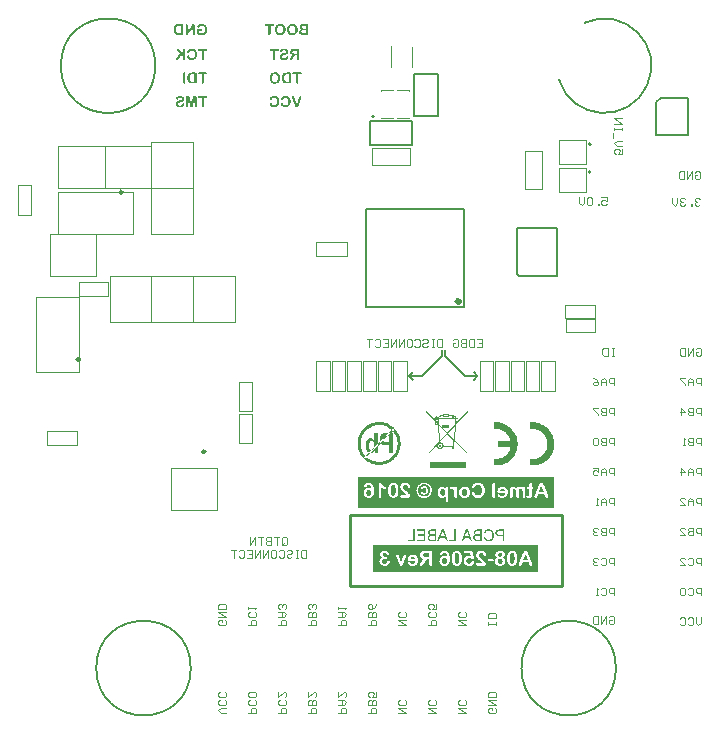
<source format=gbo>
G04 Layer_Color=32896*
%FSLAX43Y43*%
%MOMM*%
G71*
G01*
G75*
%ADD31C,0.150*%
%ADD32C,0.200*%
%ADD34C,0.400*%
%ADD35C,0.250*%
%ADD85C,0.100*%
%ADD86C,0.254*%
%ADD149C,0.203*%
%ADD150C,0.112*%
G36*
X-36906Y-7058D02*
X-36873Y-7061D01*
X-36843Y-7068D01*
X-36817Y-7073D01*
X-36806Y-7076D01*
X-36796Y-7079D01*
X-36787Y-7083D01*
X-36779Y-7085D01*
X-36773Y-7086D01*
X-36768Y-7089D01*
X-36766Y-7090D01*
X-36764D01*
X-36736Y-7104D01*
X-36708Y-7119D01*
X-36684Y-7135D01*
X-36663Y-7150D01*
X-36647Y-7164D01*
X-36634Y-7176D01*
X-36629Y-7180D01*
X-36626Y-7184D01*
X-36624Y-7185D01*
X-36623Y-7186D01*
X-36602Y-7211D01*
X-36583Y-7236D01*
X-36568Y-7261D01*
X-36555Y-7285D01*
X-36544Y-7306D01*
X-36541Y-7315D01*
X-36537Y-7323D01*
X-36535Y-7329D01*
X-36532Y-7334D01*
X-36531Y-7336D01*
Y-7338D01*
X-36520Y-7371D01*
X-36512Y-7406D01*
X-36506Y-7440D01*
X-36502Y-7471D01*
X-36501Y-7485D01*
X-36500Y-7499D01*
Y-7510D01*
X-36498Y-7520D01*
Y-7528D01*
Y-7534D01*
Y-7538D01*
Y-7539D01*
Y-7564D01*
X-36501Y-7588D01*
X-36502Y-7610D01*
X-36505Y-7630D01*
X-36507Y-7646D01*
X-36508Y-7658D01*
X-36510Y-7663D01*
X-36511Y-7666D01*
Y-7668D01*
Y-7669D01*
X-36516Y-7691D01*
X-36522Y-7713D01*
X-36528Y-7733D01*
X-36535Y-7750D01*
X-36541Y-7764D01*
X-36546Y-7775D01*
X-36548Y-7783D01*
X-36549Y-7784D01*
Y-7785D01*
X-36560Y-7805D01*
X-36571Y-7823D01*
X-36581Y-7840D01*
X-36591Y-7854D01*
X-36599Y-7866D01*
X-36606Y-7875D01*
X-36611Y-7880D01*
X-36612Y-7883D01*
X-36628Y-7900D01*
X-36643Y-7915D01*
X-36658Y-7928D01*
X-36672Y-7939D01*
X-36684Y-7948D01*
X-36693Y-7955D01*
X-36699Y-7959D01*
X-36702Y-7960D01*
X-36721Y-7970D01*
X-36739Y-7979D01*
X-36758Y-7986D01*
X-36774Y-7992D01*
X-36789Y-7996D01*
X-36801Y-8000D01*
X-36808Y-8001D01*
X-36809Y-8002D01*
X-36811D01*
X-36833Y-8007D01*
X-36857Y-8010D01*
X-36879Y-8012D01*
X-36901Y-8015D01*
X-36918D01*
X-36932Y-8016D01*
X-36944D01*
X-36979Y-8015D01*
X-37012Y-8011D01*
X-37041Y-8006D01*
X-37066Y-8001D01*
X-37077Y-7999D01*
X-37087Y-7996D01*
X-37094Y-7994D01*
X-37102Y-7991D01*
X-37107Y-7989D01*
X-37111Y-7988D01*
X-37113Y-7986D01*
X-37114D01*
X-37141Y-7974D01*
X-37163Y-7960D01*
X-37184Y-7946D01*
X-37201Y-7934D01*
X-37214Y-7923D01*
X-37224Y-7914D01*
X-37231Y-7908D01*
X-37233Y-7905D01*
X-37249Y-7886D01*
X-37264Y-7868D01*
X-37276Y-7851D01*
X-37286Y-7835D01*
X-37293Y-7823D01*
X-37298Y-7813D01*
X-37301Y-7806D01*
X-37302Y-7804D01*
X-37309Y-7785D01*
X-37314Y-7768D01*
X-37319Y-7751D01*
X-37322Y-7738D01*
X-37323Y-7725D01*
X-37324Y-7716D01*
Y-7711D01*
Y-7709D01*
X-37323Y-7696D01*
X-37321Y-7685D01*
X-37317Y-7675D01*
X-37312Y-7666D01*
X-37307Y-7659D01*
X-37303Y-7654D01*
X-37301Y-7651D01*
X-37299Y-7650D01*
X-37291Y-7643D01*
X-37281Y-7636D01*
X-37271Y-7633D01*
X-37262Y-7629D01*
X-37254Y-7628D01*
X-37248Y-7626D01*
X-37243D01*
X-37229Y-7628D01*
X-37217Y-7630D01*
X-37207Y-7634D01*
X-37199Y-7638D01*
X-37193Y-7643D01*
X-37189Y-7646D01*
X-37187Y-7649D01*
X-37186Y-7650D01*
X-37179Y-7659D01*
X-37173Y-7669D01*
X-37164Y-7689D01*
X-37161Y-7698D01*
X-37158Y-7704D01*
X-37156Y-7709D01*
Y-7710D01*
X-37144Y-7738D01*
X-37131Y-7761D01*
X-37116Y-7781D01*
X-37102Y-7798D01*
X-37089Y-7811D01*
X-37079Y-7820D01*
X-37073Y-7825D01*
X-37072Y-7828D01*
X-37071D01*
X-37049Y-7841D01*
X-37026Y-7850D01*
X-37003Y-7858D01*
X-36982Y-7863D01*
X-36963Y-7865D01*
X-36954Y-7866D01*
X-36948D01*
X-36942Y-7868D01*
X-36934D01*
X-36907Y-7866D01*
X-36882Y-7863D01*
X-36859Y-7856D01*
X-36841Y-7850D01*
X-36824Y-7844D01*
X-36813Y-7838D01*
X-36806Y-7834D01*
X-36804Y-7833D01*
X-36803D01*
X-36783Y-7818D01*
X-36767Y-7801D01*
X-36752Y-7783D01*
X-36741Y-7765D01*
X-36731Y-7750D01*
X-36723Y-7736D01*
X-36722Y-7733D01*
X-36719Y-7729D01*
X-36718Y-7726D01*
Y-7725D01*
X-36708Y-7696D01*
X-36701Y-7666D01*
X-36696Y-7636D01*
X-36692Y-7608D01*
X-36691Y-7595D01*
X-36689Y-7583D01*
Y-7573D01*
X-36688Y-7563D01*
Y-7555D01*
Y-7550D01*
Y-7546D01*
Y-7545D01*
X-36689Y-7515D01*
X-36691Y-7488D01*
X-36694Y-7461D01*
X-36698Y-7438D01*
X-36704Y-7415D01*
X-36709Y-7394D01*
X-36716Y-7375D01*
X-36722Y-7359D01*
X-36728Y-7344D01*
X-36734Y-7330D01*
X-36741Y-7319D01*
X-36746Y-7310D01*
X-36749Y-7303D01*
X-36753Y-7298D01*
X-36754Y-7295D01*
X-36756Y-7294D01*
X-36769Y-7278D01*
X-36783Y-7265D01*
X-36798Y-7253D01*
X-36813Y-7243D01*
X-36829Y-7234D01*
X-36844Y-7226D01*
X-36859Y-7221D01*
X-36874Y-7216D01*
X-36888Y-7213D01*
X-36901Y-7210D01*
X-36912Y-7208D01*
X-36922Y-7206D01*
X-36929Y-7205D01*
X-36941D01*
X-36967Y-7206D01*
X-36991Y-7210D01*
X-37012Y-7216D01*
X-37029Y-7223D01*
X-37043Y-7229D01*
X-37054Y-7235D01*
X-37061Y-7239D01*
X-37063Y-7240D01*
X-37081Y-7254D01*
X-37098Y-7270D01*
X-37112Y-7288D01*
X-37126Y-7305D01*
X-37136Y-7320D01*
X-37143Y-7333D01*
X-37146Y-7338D01*
X-37148Y-7341D01*
X-37149Y-7343D01*
Y-7344D01*
X-37158Y-7358D01*
X-37166Y-7370D01*
X-37172Y-7380D01*
X-37178Y-7389D01*
X-37183Y-7395D01*
X-37187Y-7399D01*
X-37188Y-7401D01*
X-37189Y-7403D01*
X-37197Y-7409D01*
X-37206Y-7413D01*
X-37224Y-7418D01*
X-37232Y-7419D01*
X-37238Y-7420D01*
X-37244D01*
X-37256Y-7419D01*
X-37266Y-7416D01*
X-37276Y-7413D01*
X-37283Y-7408D01*
X-37289Y-7403D01*
X-37294Y-7399D01*
X-37297Y-7396D01*
X-37298Y-7395D01*
X-37306Y-7385D01*
X-37312Y-7375D01*
X-37316Y-7366D01*
X-37319Y-7356D01*
X-37321Y-7349D01*
X-37322Y-7343D01*
Y-7339D01*
Y-7338D01*
X-37319Y-7315D01*
X-37314Y-7294D01*
X-37307Y-7273D01*
X-37298Y-7253D01*
X-37289Y-7236D01*
X-37282Y-7224D01*
X-37279Y-7219D01*
X-37277Y-7215D01*
X-37274Y-7214D01*
Y-7213D01*
X-37256Y-7189D01*
X-37234Y-7168D01*
X-37212Y-7149D01*
X-37189Y-7133D01*
X-37169Y-7119D01*
X-37162Y-7114D01*
X-37154Y-7109D01*
X-37148Y-7106D01*
X-37143Y-7104D01*
X-37141Y-7101D01*
X-37139D01*
X-37106Y-7086D01*
X-37072Y-7075D01*
X-37038Y-7068D01*
X-37007Y-7061D01*
X-36992Y-7060D01*
X-36979Y-7059D01*
X-36968Y-7058D01*
X-36958D01*
X-36951Y-7056D01*
X-36939D01*
X-36906Y-7058D01*
D02*
G37*
G36*
X-43590Y-7074D02*
X-43572Y-7076D01*
X-43558Y-7079D01*
X-43546Y-7083D01*
X-43536Y-7088D01*
X-43530Y-7090D01*
X-43525Y-7093D01*
X-43524Y-7094D01*
X-43514Y-7104D01*
X-43506Y-7115D01*
X-43500Y-7129D01*
X-43496Y-7143D01*
X-43494Y-7156D01*
X-43492Y-7166D01*
Y-7174D01*
Y-7175D01*
Y-7176D01*
Y-7910D01*
X-43494Y-7929D01*
X-43496Y-7945D01*
X-43500Y-7959D01*
X-43505Y-7970D01*
X-43509Y-7979D01*
X-43512Y-7985D01*
X-43515Y-7989D01*
X-43516Y-7990D01*
X-43526Y-7999D01*
X-43536Y-8005D01*
X-43546Y-8010D01*
X-43556Y-8012D01*
X-43565Y-8015D01*
X-43571Y-8016D01*
X-43577D01*
X-43591Y-8015D01*
X-43605Y-8012D01*
X-43615Y-8007D01*
X-43625Y-8002D01*
X-43631Y-7999D01*
X-43637Y-7994D01*
X-43640Y-7991D01*
X-43641Y-7990D01*
X-43648Y-7979D01*
X-43655Y-7966D01*
X-43658Y-7953D01*
X-43662Y-7940D01*
X-43663Y-7929D01*
X-43665Y-7919D01*
Y-7913D01*
Y-7910D01*
Y-7269D01*
X-43812Y-7861D01*
X-43817Y-7883D01*
X-43820Y-7891D01*
X-43822Y-7900D01*
X-43825Y-7908D01*
X-43826Y-7913D01*
X-43827Y-7916D01*
Y-7918D01*
X-43833Y-7936D01*
X-43840Y-7951D01*
X-43843Y-7958D01*
X-43845Y-7963D01*
X-43847Y-7965D01*
Y-7966D01*
X-43858Y-7981D01*
X-43870Y-7992D01*
X-43875Y-7997D01*
X-43878Y-8000D01*
X-43881Y-8001D01*
X-43882Y-8002D01*
X-43891Y-8007D01*
X-43901Y-8010D01*
X-43920Y-8015D01*
X-43927D01*
X-43933Y-8016D01*
X-43938D01*
X-43953Y-8015D01*
X-43967Y-8012D01*
X-43978Y-8010D01*
X-43988Y-8005D01*
X-43996Y-8001D01*
X-44002Y-7999D01*
X-44005Y-7996D01*
X-44006Y-7995D01*
X-44015Y-7986D01*
X-44022Y-7977D01*
X-44027Y-7970D01*
X-44032Y-7963D01*
X-44036Y-7956D01*
X-44038Y-7951D01*
X-44040Y-7948D01*
Y-7946D01*
X-44043Y-7935D01*
X-44048Y-7921D01*
X-44052Y-7908D01*
X-44056Y-7894D01*
X-44060Y-7881D01*
X-44062Y-7870D01*
X-44065Y-7864D01*
Y-7861D01*
X-44213Y-7269D01*
Y-7910D01*
X-44215Y-7929D01*
X-44217Y-7945D01*
X-44221Y-7959D01*
X-44226Y-7970D01*
X-44230Y-7979D01*
X-44233Y-7985D01*
X-44236Y-7989D01*
X-44237Y-7990D01*
X-44247Y-7999D01*
X-44257Y-8005D01*
X-44267Y-8010D01*
X-44277Y-8012D01*
X-44286Y-8015D01*
X-44292Y-8016D01*
X-44298D01*
X-44312Y-8015D01*
X-44326Y-8012D01*
X-44336Y-8007D01*
X-44346Y-8002D01*
X-44352Y-7999D01*
X-44358Y-7994D01*
X-44361Y-7991D01*
X-44362Y-7990D01*
X-44370Y-7979D01*
X-44376Y-7966D01*
X-44380Y-7953D01*
X-44383Y-7940D01*
X-44385Y-7929D01*
X-44386Y-7919D01*
Y-7913D01*
Y-7910D01*
Y-7176D01*
X-44385Y-7155D01*
X-44381Y-7138D01*
X-44376Y-7124D01*
X-44370Y-7113D01*
X-44363Y-7104D01*
X-44358Y-7098D01*
X-44355Y-7095D01*
X-44353Y-7094D01*
X-44341Y-7086D01*
X-44327Y-7081D01*
X-44313Y-7078D01*
X-44300Y-7075D01*
X-44287Y-7074D01*
X-44277Y-7073D01*
X-44191D01*
X-44176Y-7074D01*
X-44162Y-7075D01*
X-44152Y-7078D01*
X-44143Y-7079D01*
X-44138Y-7081D01*
X-44135Y-7083D01*
X-44133D01*
X-44126Y-7086D01*
X-44118Y-7093D01*
X-44107Y-7104D01*
X-44103Y-7109D01*
X-44101Y-7114D01*
X-44098Y-7116D01*
Y-7118D01*
X-44095Y-7128D01*
X-44090Y-7140D01*
X-44082Y-7166D01*
X-44078Y-7179D01*
X-44076Y-7189D01*
X-44075Y-7195D01*
X-44073Y-7196D01*
Y-7198D01*
X-43938Y-7705D01*
X-43803Y-7198D01*
X-43798Y-7178D01*
X-43793Y-7161D01*
X-43790Y-7148D01*
X-43785Y-7136D01*
X-43782Y-7128D01*
X-43780Y-7123D01*
X-43777Y-7119D01*
Y-7118D01*
X-43772Y-7109D01*
X-43767Y-7101D01*
X-43761Y-7095D01*
X-43756Y-7090D01*
X-43751Y-7088D01*
X-43746Y-7085D01*
X-43743Y-7083D01*
X-43742D01*
X-43732Y-7079D01*
X-43721Y-7076D01*
X-43696Y-7074D01*
X-43685Y-7073D01*
X-43608D01*
X-43590Y-7074D01*
D02*
G37*
G36*
X-35946Y-7058D02*
X-35913Y-7061D01*
X-35883Y-7068D01*
X-35857Y-7073D01*
X-35846Y-7076D01*
X-35836Y-7079D01*
X-35827Y-7083D01*
X-35820Y-7085D01*
X-35813Y-7086D01*
X-35808Y-7089D01*
X-35806Y-7090D01*
X-35805D01*
X-35776Y-7104D01*
X-35748Y-7119D01*
X-35725Y-7135D01*
X-35703Y-7150D01*
X-35687Y-7164D01*
X-35675Y-7176D01*
X-35670Y-7180D01*
X-35666Y-7184D01*
X-35665Y-7185D01*
X-35663Y-7186D01*
X-35642Y-7211D01*
X-35623Y-7236D01*
X-35608Y-7261D01*
X-35595Y-7285D01*
X-35585Y-7306D01*
X-35581Y-7315D01*
X-35577Y-7323D01*
X-35575Y-7329D01*
X-35572Y-7334D01*
X-35571Y-7336D01*
Y-7338D01*
X-35560Y-7371D01*
X-35552Y-7406D01*
X-35546Y-7440D01*
X-35542Y-7471D01*
X-35541Y-7485D01*
X-35540Y-7499D01*
Y-7510D01*
X-35539Y-7520D01*
Y-7528D01*
Y-7534D01*
Y-7538D01*
Y-7539D01*
Y-7564D01*
X-35541Y-7588D01*
X-35542Y-7610D01*
X-35545Y-7630D01*
X-35547Y-7646D01*
X-35549Y-7658D01*
X-35550Y-7663D01*
X-35551Y-7666D01*
Y-7668D01*
Y-7669D01*
X-35556Y-7691D01*
X-35562Y-7713D01*
X-35569Y-7733D01*
X-35575Y-7750D01*
X-35581Y-7764D01*
X-35586Y-7775D01*
X-35589Y-7783D01*
X-35590Y-7784D01*
Y-7785D01*
X-35600Y-7805D01*
X-35611Y-7823D01*
X-35621Y-7840D01*
X-35631Y-7854D01*
X-35640Y-7866D01*
X-35646Y-7875D01*
X-35651Y-7880D01*
X-35652Y-7883D01*
X-35668Y-7900D01*
X-35683Y-7915D01*
X-35698Y-7928D01*
X-35712Y-7939D01*
X-35725Y-7948D01*
X-35733Y-7955D01*
X-35740Y-7959D01*
X-35742Y-7960D01*
X-35761Y-7970D01*
X-35780Y-7979D01*
X-35798Y-7986D01*
X-35815Y-7992D01*
X-35830Y-7996D01*
X-35841Y-8000D01*
X-35848Y-8001D01*
X-35850Y-8002D01*
X-35851D01*
X-35873Y-8007D01*
X-35897Y-8010D01*
X-35920Y-8012D01*
X-35941Y-8015D01*
X-35958D01*
X-35972Y-8016D01*
X-35985D01*
X-36020Y-8015D01*
X-36052Y-8011D01*
X-36081Y-8006D01*
X-36106Y-8001D01*
X-36117Y-7999D01*
X-36127Y-7996D01*
X-36135Y-7994D01*
X-36142Y-7991D01*
X-36147Y-7989D01*
X-36151Y-7988D01*
X-36153Y-7986D01*
X-36155D01*
X-36181Y-7974D01*
X-36203Y-7960D01*
X-36225Y-7946D01*
X-36241Y-7934D01*
X-36255Y-7923D01*
X-36265Y-7914D01*
X-36271Y-7908D01*
X-36273Y-7905D01*
X-36290Y-7886D01*
X-36305Y-7868D01*
X-36316Y-7851D01*
X-36326Y-7835D01*
X-36333Y-7823D01*
X-36338Y-7813D01*
X-36341Y-7806D01*
X-36342Y-7804D01*
X-36350Y-7785D01*
X-36355Y-7768D01*
X-36360Y-7751D01*
X-36362Y-7738D01*
X-36363Y-7725D01*
X-36365Y-7716D01*
Y-7711D01*
Y-7709D01*
X-36363Y-7696D01*
X-36361Y-7685D01*
X-36357Y-7675D01*
X-36352Y-7666D01*
X-36347Y-7659D01*
X-36343Y-7654D01*
X-36341Y-7651D01*
X-36340Y-7650D01*
X-36331Y-7643D01*
X-36321Y-7636D01*
X-36311Y-7633D01*
X-36302Y-7629D01*
X-36295Y-7628D01*
X-36288Y-7626D01*
X-36283D01*
X-36270Y-7628D01*
X-36257Y-7630D01*
X-36247Y-7634D01*
X-36240Y-7638D01*
X-36233Y-7643D01*
X-36230Y-7646D01*
X-36227Y-7649D01*
X-36226Y-7650D01*
X-36220Y-7659D01*
X-36213Y-7669D01*
X-36205Y-7689D01*
X-36201Y-7698D01*
X-36198Y-7704D01*
X-36196Y-7709D01*
Y-7710D01*
X-36185Y-7738D01*
X-36171Y-7761D01*
X-36156Y-7781D01*
X-36142Y-7798D01*
X-36130Y-7811D01*
X-36120Y-7820D01*
X-36113Y-7825D01*
X-36112Y-7828D01*
X-36111D01*
X-36090Y-7841D01*
X-36066Y-7850D01*
X-36043Y-7858D01*
X-36022Y-7863D01*
X-36003Y-7865D01*
X-35995Y-7866D01*
X-35988D01*
X-35982Y-7868D01*
X-35975D01*
X-35947Y-7866D01*
X-35922Y-7863D01*
X-35900Y-7856D01*
X-35881Y-7850D01*
X-35865Y-7844D01*
X-35853Y-7838D01*
X-35846Y-7834D01*
X-35845Y-7833D01*
X-35843D01*
X-35823Y-7818D01*
X-35807Y-7801D01*
X-35792Y-7783D01*
X-35781Y-7765D01*
X-35771Y-7750D01*
X-35763Y-7736D01*
X-35762Y-7733D01*
X-35760Y-7729D01*
X-35758Y-7726D01*
Y-7725D01*
X-35748Y-7696D01*
X-35741Y-7666D01*
X-35736Y-7636D01*
X-35732Y-7608D01*
X-35731Y-7595D01*
X-35730Y-7583D01*
Y-7573D01*
X-35728Y-7563D01*
Y-7555D01*
Y-7550D01*
Y-7546D01*
Y-7545D01*
X-35730Y-7515D01*
X-35731Y-7488D01*
X-35735Y-7461D01*
X-35738Y-7438D01*
X-35745Y-7415D01*
X-35750Y-7394D01*
X-35756Y-7375D01*
X-35762Y-7359D01*
X-35768Y-7344D01*
X-35775Y-7330D01*
X-35781Y-7319D01*
X-35786Y-7310D01*
X-35790Y-7303D01*
X-35793Y-7298D01*
X-35795Y-7295D01*
X-35796Y-7294D01*
X-35810Y-7278D01*
X-35823Y-7265D01*
X-35838Y-7253D01*
X-35853Y-7243D01*
X-35870Y-7234D01*
X-35885Y-7226D01*
X-35900Y-7221D01*
X-35915Y-7216D01*
X-35928Y-7213D01*
X-35941Y-7210D01*
X-35952Y-7208D01*
X-35962Y-7206D01*
X-35970Y-7205D01*
X-35981D01*
X-36007Y-7206D01*
X-36031Y-7210D01*
X-36052Y-7216D01*
X-36070Y-7223D01*
X-36083Y-7229D01*
X-36095Y-7235D01*
X-36101Y-7239D01*
X-36103Y-7240D01*
X-36121Y-7254D01*
X-36138Y-7270D01*
X-36152Y-7288D01*
X-36166Y-7305D01*
X-36176Y-7320D01*
X-36183Y-7333D01*
X-36186Y-7338D01*
X-36188Y-7341D01*
X-36190Y-7343D01*
Y-7344D01*
X-36198Y-7358D01*
X-36206Y-7370D01*
X-36212Y-7380D01*
X-36218Y-7389D01*
X-36223Y-7395D01*
X-36227Y-7399D01*
X-36228Y-7401D01*
X-36230Y-7403D01*
X-36237Y-7409D01*
X-36246Y-7413D01*
X-36265Y-7418D01*
X-36272Y-7419D01*
X-36278Y-7420D01*
X-36285D01*
X-36296Y-7419D01*
X-36306Y-7416D01*
X-36316Y-7413D01*
X-36323Y-7408D01*
X-36330Y-7403D01*
X-36335Y-7399D01*
X-36337Y-7396D01*
X-36338Y-7395D01*
X-36346Y-7385D01*
X-36352Y-7375D01*
X-36356Y-7366D01*
X-36360Y-7356D01*
X-36361Y-7349D01*
X-36362Y-7343D01*
Y-7339D01*
Y-7338D01*
X-36360Y-7315D01*
X-36355Y-7294D01*
X-36347Y-7273D01*
X-36338Y-7253D01*
X-36330Y-7236D01*
X-36322Y-7224D01*
X-36320Y-7219D01*
X-36317Y-7215D01*
X-36315Y-7214D01*
Y-7213D01*
X-36296Y-7189D01*
X-36275Y-7168D01*
X-36252Y-7149D01*
X-36230Y-7133D01*
X-36210Y-7119D01*
X-36202Y-7114D01*
X-36195Y-7109D01*
X-36188Y-7106D01*
X-36183Y-7104D01*
X-36181Y-7101D01*
X-36180D01*
X-36146Y-7086D01*
X-36112Y-7075D01*
X-36078Y-7068D01*
X-36047Y-7061D01*
X-36032Y-7060D01*
X-36020Y-7059D01*
X-36008Y-7058D01*
X-35998D01*
X-35991Y-7056D01*
X-35980D01*
X-35946Y-7058D01*
D02*
G37*
G36*
X-36613Y-3074D02*
X-36599Y-3076D01*
X-36587Y-3079D01*
X-36577Y-3083D01*
X-36568Y-3088D01*
X-36563Y-3090D01*
X-36560Y-3093D01*
X-36558Y-3094D01*
X-36551Y-3103D01*
X-36544Y-3111D01*
X-36541Y-3121D01*
X-36537Y-3130D01*
X-36536Y-3139D01*
X-36535Y-3145D01*
Y-3150D01*
Y-3151D01*
X-36536Y-3164D01*
X-36538Y-3175D01*
X-36542Y-3185D01*
X-36547Y-3193D01*
X-36551Y-3199D01*
X-36555Y-3204D01*
X-36557Y-3206D01*
X-36558Y-3208D01*
X-36568Y-3214D01*
X-36579Y-3219D01*
X-36591Y-3223D01*
X-36603Y-3225D01*
X-36613Y-3226D01*
X-36622Y-3228D01*
X-36836D01*
Y-3903D01*
X-36837Y-3923D01*
X-36839Y-3940D01*
X-36844Y-3955D01*
X-36849Y-3968D01*
X-36853Y-3976D01*
X-36858Y-3984D01*
X-36861Y-3987D01*
X-36862Y-3989D01*
X-36872Y-3997D01*
X-36883Y-4005D01*
X-36894Y-4010D01*
X-36906Y-4012D01*
X-36914Y-4015D01*
X-36923Y-4016D01*
X-36929D01*
X-36944Y-4015D01*
X-36957Y-4012D01*
X-36969Y-4008D01*
X-36978Y-4003D01*
X-36987Y-3997D01*
X-36992Y-3993D01*
X-36996Y-3990D01*
X-36997Y-3989D01*
X-37006Y-3976D01*
X-37012Y-3963D01*
X-37017Y-3949D01*
X-37019Y-3935D01*
X-37022Y-3923D01*
X-37023Y-3913D01*
Y-3905D01*
Y-3903D01*
Y-3228D01*
X-37228D01*
X-37244Y-3226D01*
X-37259Y-3224D01*
X-37272Y-3221D01*
X-37282Y-3218D01*
X-37289Y-3214D01*
X-37294Y-3210D01*
X-37298Y-3209D01*
X-37299Y-3208D01*
X-37308Y-3199D01*
X-37314Y-3190D01*
X-37318Y-3180D01*
X-37322Y-3171D01*
X-37323Y-3164D01*
X-37324Y-3158D01*
Y-3153D01*
Y-3151D01*
X-37323Y-3139D01*
X-37321Y-3128D01*
X-37317Y-3118D01*
X-37313Y-3110D01*
X-37308Y-3104D01*
X-37304Y-3099D01*
X-37302Y-3096D01*
X-37301Y-3095D01*
X-37291Y-3088D01*
X-37279Y-3083D01*
X-37267Y-3078D01*
X-37256Y-3075D01*
X-37244Y-3074D01*
X-37236Y-3073D01*
X-36629D01*
X-36613Y-3074D01*
D02*
G37*
G36*
X-34697Y-7058D02*
X-34685Y-7060D01*
X-34674Y-7065D01*
X-34664Y-7070D01*
X-34656Y-7075D01*
X-34651Y-7080D01*
X-34647Y-7083D01*
X-34646Y-7084D01*
X-34637Y-7094D01*
X-34631Y-7104D01*
X-34627Y-7114D01*
X-34625Y-7123D01*
X-34622Y-7131D01*
X-34621Y-7138D01*
Y-7141D01*
Y-7143D01*
X-34622Y-7153D01*
X-34624Y-7163D01*
X-34625Y-7170D01*
Y-7173D01*
Y-7174D01*
X-34629Y-7186D01*
X-34631Y-7198D01*
X-34634Y-7205D01*
X-34635Y-7206D01*
Y-7208D01*
X-34640Y-7220D01*
X-34642Y-7230D01*
X-34645Y-7238D01*
X-34646Y-7239D01*
Y-7240D01*
X-34867Y-7841D01*
X-34876Y-7866D01*
X-34880Y-7878D01*
X-34884Y-7888D01*
X-34886Y-7896D01*
X-34889Y-7903D01*
X-34891Y-7906D01*
Y-7908D01*
X-34901Y-7930D01*
X-34905Y-7939D01*
X-34910Y-7948D01*
X-34914Y-7954D01*
X-34916Y-7959D01*
X-34917Y-7963D01*
X-34919Y-7964D01*
X-34932Y-7980D01*
X-34946Y-7991D01*
X-34952Y-7995D01*
X-34957Y-7999D01*
X-34960Y-8000D01*
X-34961Y-8001D01*
X-34971Y-8006D01*
X-34982Y-8010D01*
X-35004Y-8014D01*
X-35012Y-8015D01*
X-35020Y-8016D01*
X-35026D01*
X-35040Y-8015D01*
X-35052Y-8014D01*
X-35062Y-8011D01*
X-35072Y-8009D01*
X-35080Y-8006D01*
X-35085Y-8004D01*
X-35089Y-8001D01*
X-35090D01*
X-35107Y-7989D01*
X-35120Y-7976D01*
X-35125Y-7971D01*
X-35129Y-7966D01*
X-35130Y-7964D01*
X-35131Y-7963D01*
X-35142Y-7944D01*
X-35151Y-7926D01*
X-35155Y-7919D01*
X-35157Y-7913D01*
X-35160Y-7909D01*
Y-7908D01*
X-35169Y-7884D01*
X-35172Y-7873D01*
X-35176Y-7863D01*
X-35180Y-7854D01*
X-35181Y-7848D01*
X-35184Y-7843D01*
Y-7841D01*
X-35409Y-7235D01*
X-35412Y-7224D01*
X-35416Y-7214D01*
X-35417Y-7206D01*
X-35419Y-7205D01*
Y-7204D01*
X-35422Y-7191D01*
X-35426Y-7181D01*
X-35427Y-7174D01*
X-35429Y-7173D01*
Y-7171D01*
X-35431Y-7160D01*
X-35434Y-7150D01*
Y-7144D01*
Y-7141D01*
X-35431Y-7126D01*
X-35427Y-7114D01*
X-35425Y-7109D01*
X-35424Y-7105D01*
X-35421Y-7103D01*
Y-7101D01*
X-35411Y-7088D01*
X-35401Y-7078D01*
X-35396Y-7074D01*
X-35392Y-7071D01*
X-35390Y-7069D01*
X-35389D01*
X-35374Y-7061D01*
X-35360Y-7058D01*
X-35354Y-7056D01*
X-35345D01*
X-35332Y-7058D01*
X-35322Y-7059D01*
X-35314Y-7061D01*
X-35306Y-7064D01*
X-35300Y-7068D01*
X-35296Y-7070D01*
X-35294Y-7071D01*
X-35292Y-7073D01*
X-35280Y-7084D01*
X-35271Y-7095D01*
X-35269Y-7100D01*
X-35266Y-7104D01*
X-35265Y-7106D01*
Y-7108D01*
X-35261Y-7116D01*
X-35259Y-7126D01*
X-35250Y-7149D01*
X-35246Y-7160D01*
X-35244Y-7168D01*
X-35242Y-7174D01*
X-35241Y-7176D01*
X-35030Y-7803D01*
X-34820Y-7180D01*
X-34812Y-7158D01*
X-34805Y-7139D01*
X-34799Y-7123D01*
X-34792Y-7109D01*
X-34787Y-7099D01*
X-34784Y-7093D01*
X-34781Y-7088D01*
X-34780Y-7086D01*
X-34771Y-7076D01*
X-34761Y-7069D01*
X-34750Y-7064D01*
X-34739Y-7060D01*
X-34727Y-7058D01*
X-34719Y-7056D01*
X-34711D01*
X-34697Y-7058D01*
D02*
G37*
G36*
X-42677Y-5074D02*
X-42664Y-5076D01*
X-42651Y-5079D01*
X-42641Y-5083D01*
X-42632Y-5088D01*
X-42627Y-5090D01*
X-42624Y-5093D01*
X-42622Y-5094D01*
X-42615Y-5103D01*
X-42609Y-5111D01*
X-42605Y-5121D01*
X-42601Y-5130D01*
X-42600Y-5139D01*
X-42599Y-5145D01*
Y-5150D01*
Y-5151D01*
X-42600Y-5164D01*
X-42603Y-5175D01*
X-42606Y-5185D01*
X-42611Y-5193D01*
X-42615Y-5199D01*
X-42619Y-5204D01*
X-42621Y-5206D01*
X-42622Y-5208D01*
X-42632Y-5214D01*
X-42644Y-5219D01*
X-42655Y-5223D01*
X-42667Y-5225D01*
X-42677Y-5226D01*
X-42686Y-5228D01*
X-42900D01*
Y-5903D01*
X-42901Y-5923D01*
X-42904Y-5940D01*
X-42909Y-5955D01*
X-42914Y-5968D01*
X-42917Y-5976D01*
X-42922Y-5984D01*
X-42925Y-5988D01*
X-42926Y-5989D01*
X-42936Y-5997D01*
X-42947Y-6005D01*
X-42959Y-6010D01*
X-42970Y-6012D01*
X-42979Y-6015D01*
X-42987Y-6016D01*
X-42994D01*
X-43009Y-6015D01*
X-43021Y-6012D01*
X-43034Y-6008D01*
X-43042Y-6003D01*
X-43051Y-5997D01*
X-43056Y-5992D01*
X-43060Y-5990D01*
X-43061Y-5989D01*
X-43070Y-5976D01*
X-43076Y-5963D01*
X-43081Y-5949D01*
X-43084Y-5935D01*
X-43086Y-5923D01*
X-43087Y-5913D01*
Y-5905D01*
Y-5903D01*
Y-5228D01*
X-43292D01*
X-43309Y-5226D01*
X-43324Y-5224D01*
X-43336Y-5221D01*
X-43346Y-5218D01*
X-43354Y-5214D01*
X-43359Y-5210D01*
X-43362Y-5209D01*
X-43364Y-5208D01*
X-43372Y-5199D01*
X-43379Y-5190D01*
X-43382Y-5180D01*
X-43386Y-5171D01*
X-43387Y-5164D01*
X-43389Y-5158D01*
Y-5153D01*
Y-5151D01*
X-43387Y-5139D01*
X-43385Y-5128D01*
X-43381Y-5118D01*
X-43377Y-5110D01*
X-43372Y-5104D01*
X-43369Y-5099D01*
X-43366Y-5096D01*
X-43365Y-5095D01*
X-43355Y-5088D01*
X-43344Y-5083D01*
X-43331Y-5078D01*
X-43320Y-5075D01*
X-43309Y-5074D01*
X-43300Y-5073D01*
X-42694D01*
X-42677Y-5074D01*
D02*
G37*
G36*
X-44544Y-5058D02*
X-44532Y-5061D01*
X-44520Y-5065D01*
X-44511Y-5070D01*
X-44502Y-5076D01*
X-44497Y-5080D01*
X-44493Y-5084D01*
X-44492Y-5085D01*
X-44483Y-5098D01*
X-44477Y-5110D01*
X-44473Y-5125D01*
X-44471Y-5139D01*
X-44468Y-5151D01*
X-44467Y-5161D01*
Y-5169D01*
Y-5170D01*
Y-5171D01*
Y-5903D01*
X-44468Y-5923D01*
X-44471Y-5940D01*
X-44475Y-5954D01*
X-44480Y-5966D01*
X-44485Y-5975D01*
X-44488Y-5983D01*
X-44491Y-5986D01*
X-44492Y-5988D01*
X-44502Y-5997D01*
X-44513Y-6004D01*
X-44525Y-6009D01*
X-44536Y-6012D01*
X-44544Y-6015D01*
X-44553Y-6016D01*
X-44560D01*
X-44574Y-6015D01*
X-44588Y-6012D01*
X-44599Y-6008D01*
X-44609Y-6003D01*
X-44618Y-5997D01*
X-44623Y-5992D01*
X-44627Y-5990D01*
X-44628Y-5989D01*
X-44637Y-5976D01*
X-44643Y-5963D01*
X-44648Y-5949D01*
X-44651Y-5935D01*
X-44653Y-5923D01*
X-44654Y-5913D01*
Y-5905D01*
Y-5903D01*
Y-5171D01*
X-44653Y-5151D01*
X-44651Y-5134D01*
X-44646Y-5119D01*
X-44642Y-5106D01*
X-44637Y-5098D01*
X-44632Y-5090D01*
X-44629Y-5086D01*
X-44628Y-5085D01*
X-44618Y-5075D01*
X-44607Y-5069D01*
X-44594Y-5064D01*
X-44584Y-5060D01*
X-44574Y-5058D01*
X-44567Y-5056D01*
X-44560D01*
X-44544Y-5058D01*
D02*
G37*
G36*
X-43593Y-5074D02*
X-43576Y-5076D01*
X-43561Y-5081D01*
X-43549Y-5086D01*
X-43540Y-5091D01*
X-43532Y-5096D01*
X-43529Y-5099D01*
X-43527Y-5100D01*
X-43519Y-5111D01*
X-43512Y-5125D01*
X-43507Y-5140D01*
X-43505Y-5155D01*
X-43502Y-5168D01*
X-43501Y-5179D01*
Y-5186D01*
Y-5188D01*
Y-5189D01*
Y-5869D01*
Y-5885D01*
X-43502Y-5899D01*
X-43504Y-5911D01*
X-43505Y-5923D01*
X-43506Y-5931D01*
X-43507Y-5938D01*
X-43509Y-5941D01*
Y-5943D01*
X-43512Y-5953D01*
X-43517Y-5961D01*
X-43522Y-5968D01*
X-43529Y-5974D01*
X-43534Y-5979D01*
X-43539Y-5983D01*
X-43541Y-5984D01*
X-43542Y-5985D01*
X-43554Y-5990D01*
X-43566Y-5994D01*
X-43591Y-5997D01*
X-43602Y-5999D01*
X-43611Y-6000D01*
X-43888D01*
X-43910Y-5999D01*
X-43928Y-5997D01*
X-43946Y-5996D01*
X-43960Y-5995D01*
X-43970Y-5994D01*
X-43976Y-5992D01*
X-43978D01*
X-43997Y-5989D01*
X-44015Y-5984D01*
X-44031Y-5980D01*
X-44045Y-5975D01*
X-44057Y-5970D01*
X-44066Y-5968D01*
X-44071Y-5965D01*
X-44073Y-5964D01*
X-44090Y-5956D01*
X-44106Y-5946D01*
X-44120Y-5938D01*
X-44132Y-5929D01*
X-44142Y-5921D01*
X-44150Y-5915D01*
X-44155Y-5911D01*
X-44156Y-5910D01*
X-44173Y-5894D01*
X-44188Y-5876D01*
X-44201Y-5860D01*
X-44212Y-5844D01*
X-44221Y-5831D01*
X-44228Y-5820D01*
X-44232Y-5814D01*
X-44233Y-5811D01*
X-44243Y-5790D01*
X-44253Y-5769D01*
X-44261Y-5748D01*
X-44267Y-5729D01*
X-44272Y-5713D01*
X-44276Y-5699D01*
X-44277Y-5694D01*
Y-5690D01*
X-44278Y-5689D01*
Y-5688D01*
X-44283Y-5661D01*
X-44287Y-5634D01*
X-44290Y-5609D01*
X-44292Y-5585D01*
Y-5565D01*
X-44293Y-5556D01*
Y-5549D01*
Y-5543D01*
Y-5539D01*
Y-5536D01*
Y-5535D01*
X-44292Y-5489D01*
X-44287Y-5446D01*
X-44280Y-5406D01*
X-44271Y-5369D01*
X-44260Y-5335D01*
X-44247Y-5304D01*
X-44235Y-5276D01*
X-44221Y-5251D01*
X-44207Y-5229D01*
X-44195Y-5210D01*
X-44182Y-5194D01*
X-44171Y-5181D01*
X-44162Y-5170D01*
X-44155Y-5164D01*
X-44150Y-5159D01*
X-44148Y-5158D01*
X-44127Y-5140D01*
X-44105Y-5126D01*
X-44085Y-5115D01*
X-44065Y-5106D01*
X-44048Y-5099D01*
X-44035Y-5095D01*
X-44030Y-5094D01*
X-44026Y-5093D01*
X-44025Y-5091D01*
X-44023D01*
X-43997Y-5085D01*
X-43970Y-5080D01*
X-43942Y-5078D01*
X-43916Y-5075D01*
X-43893Y-5074D01*
X-43885Y-5073D01*
X-43615D01*
X-43593Y-5074D01*
D02*
G37*
G36*
X-42677Y-7074D02*
X-42664Y-7076D01*
X-42651Y-7079D01*
X-42641Y-7083D01*
X-42632Y-7088D01*
X-42627Y-7090D01*
X-42624Y-7093D01*
X-42622Y-7094D01*
X-42615Y-7103D01*
X-42609Y-7111D01*
X-42605Y-7121D01*
X-42601Y-7130D01*
X-42600Y-7139D01*
X-42599Y-7145D01*
Y-7150D01*
Y-7151D01*
X-42600Y-7164D01*
X-42603Y-7175D01*
X-42606Y-7185D01*
X-42611Y-7193D01*
X-42615Y-7199D01*
X-42619Y-7204D01*
X-42621Y-7206D01*
X-42622Y-7208D01*
X-42632Y-7214D01*
X-42644Y-7219D01*
X-42655Y-7223D01*
X-42667Y-7225D01*
X-42677Y-7226D01*
X-42686Y-7228D01*
X-42900D01*
Y-7903D01*
X-42901Y-7923D01*
X-42904Y-7940D01*
X-42909Y-7955D01*
X-42914Y-7968D01*
X-42917Y-7976D01*
X-42922Y-7984D01*
X-42925Y-7988D01*
X-42926Y-7989D01*
X-42936Y-7997D01*
X-42947Y-8005D01*
X-42959Y-8010D01*
X-42970Y-8012D01*
X-42979Y-8015D01*
X-42987Y-8016D01*
X-42994D01*
X-43009Y-8015D01*
X-43021Y-8012D01*
X-43034Y-8007D01*
X-43042Y-8002D01*
X-43051Y-7997D01*
X-43056Y-7992D01*
X-43060Y-7990D01*
X-43061Y-7989D01*
X-43070Y-7976D01*
X-43076Y-7963D01*
X-43081Y-7949D01*
X-43084Y-7935D01*
X-43086Y-7923D01*
X-43087Y-7913D01*
Y-7905D01*
Y-7903D01*
Y-7228D01*
X-43292D01*
X-43309Y-7226D01*
X-43324Y-7224D01*
X-43336Y-7221D01*
X-43346Y-7218D01*
X-43354Y-7214D01*
X-43359Y-7210D01*
X-43362Y-7209D01*
X-43364Y-7208D01*
X-43372Y-7199D01*
X-43379Y-7190D01*
X-43382Y-7180D01*
X-43386Y-7171D01*
X-43387Y-7164D01*
X-43389Y-7158D01*
Y-7153D01*
Y-7151D01*
X-43387Y-7139D01*
X-43385Y-7128D01*
X-43381Y-7118D01*
X-43377Y-7110D01*
X-43372Y-7104D01*
X-43369Y-7099D01*
X-43366Y-7096D01*
X-43365Y-7095D01*
X-43355Y-7088D01*
X-43344Y-7083D01*
X-43331Y-7078D01*
X-43320Y-7075D01*
X-43309Y-7074D01*
X-43300Y-7073D01*
X-42694D01*
X-42677Y-7074D01*
D02*
G37*
G36*
X-44874Y-7058D02*
X-44838Y-7061D01*
X-44807Y-7066D01*
X-44792Y-7070D01*
X-44779Y-7073D01*
X-44767Y-7075D01*
X-44757Y-7079D01*
X-44747Y-7081D01*
X-44739Y-7084D01*
X-44734Y-7086D01*
X-44729Y-7088D01*
X-44727Y-7089D01*
X-44726D01*
X-44698Y-7103D01*
X-44673Y-7116D01*
X-44653Y-7133D01*
X-44636Y-7148D01*
X-44623Y-7160D01*
X-44613Y-7171D01*
X-44608Y-7179D01*
X-44606Y-7180D01*
Y-7181D01*
X-44592Y-7204D01*
X-44582Y-7228D01*
X-44574Y-7250D01*
X-44569Y-7271D01*
X-44567Y-7289D01*
X-44566Y-7304D01*
X-44564Y-7309D01*
Y-7313D01*
Y-7315D01*
Y-7316D01*
X-44566Y-7345D01*
X-44571Y-7371D01*
X-44577Y-7395D01*
X-44584Y-7414D01*
X-44591Y-7430D01*
X-44597Y-7441D01*
X-44602Y-7449D01*
X-44603Y-7450D01*
Y-7451D01*
X-44619Y-7470D01*
X-44637Y-7488D01*
X-44654Y-7503D01*
X-44672Y-7515D01*
X-44687Y-7524D01*
X-44699Y-7531D01*
X-44704Y-7534D01*
X-44708Y-7536D01*
X-44709Y-7538D01*
X-44711D01*
X-44737Y-7549D01*
X-44766Y-7559D01*
X-44793Y-7569D01*
X-44819Y-7576D01*
X-44843Y-7583D01*
X-44853Y-7585D01*
X-44862Y-7588D01*
X-44868Y-7589D01*
X-44873Y-7590D01*
X-44877Y-7591D01*
X-44878D01*
X-44904Y-7598D01*
X-44928Y-7604D01*
X-44948Y-7609D01*
X-44966Y-7614D01*
X-44979Y-7618D01*
X-44989Y-7621D01*
X-44994Y-7623D01*
X-44997Y-7624D01*
X-45013Y-7630D01*
X-45027Y-7638D01*
X-45041Y-7645D01*
X-45051Y-7651D01*
X-45059Y-7659D01*
X-45066Y-7664D01*
X-45069Y-7668D01*
X-45071Y-7669D01*
X-45081Y-7680D01*
X-45087Y-7693D01*
X-45092Y-7705D01*
X-45096Y-7718D01*
X-45098Y-7728D01*
X-45099Y-7736D01*
Y-7741D01*
Y-7744D01*
X-45097Y-7764D01*
X-45091Y-7783D01*
X-45083Y-7800D01*
X-45073Y-7814D01*
X-45063Y-7825D01*
X-45056Y-7833D01*
X-45049Y-7839D01*
X-45047Y-7840D01*
X-45026Y-7853D01*
X-45003Y-7863D01*
X-44981Y-7869D01*
X-44959Y-7874D01*
X-44939Y-7876D01*
X-44932Y-7878D01*
X-44924D01*
X-44918Y-7879D01*
X-44911D01*
X-44889Y-7878D01*
X-44869Y-7876D01*
X-44853Y-7873D01*
X-44838Y-7869D01*
X-44827Y-7866D01*
X-44818Y-7863D01*
X-44813Y-7861D01*
X-44812Y-7860D01*
X-44798Y-7853D01*
X-44787Y-7845D01*
X-44777Y-7836D01*
X-44768Y-7829D01*
X-44762Y-7821D01*
X-44757Y-7816D01*
X-44754Y-7813D01*
X-44753Y-7811D01*
X-44746Y-7799D01*
X-44739Y-7786D01*
X-44733Y-7774D01*
X-44727Y-7763D01*
X-44722Y-7753D01*
X-44718Y-7744D01*
X-44717Y-7739D01*
X-44716Y-7736D01*
X-44709Y-7724D01*
X-44703Y-7713D01*
X-44698Y-7703D01*
X-44692Y-7695D01*
X-44687Y-7689D01*
X-44683Y-7685D01*
X-44681Y-7683D01*
X-44679Y-7681D01*
X-44672Y-7675D01*
X-44663Y-7670D01*
X-44656Y-7666D01*
X-44648Y-7664D01*
X-44641Y-7663D01*
X-44636Y-7661D01*
X-44631D01*
X-44617Y-7663D01*
X-44606Y-7665D01*
X-44594Y-7669D01*
X-44586Y-7674D01*
X-44579Y-7679D01*
X-44573Y-7683D01*
X-44571Y-7685D01*
X-44569Y-7686D01*
X-44562Y-7695D01*
X-44556Y-7705D01*
X-44552Y-7715D01*
X-44548Y-7724D01*
X-44547Y-7731D01*
X-44546Y-7738D01*
Y-7743D01*
Y-7744D01*
X-44547Y-7766D01*
X-44552Y-7789D01*
X-44558Y-7809D01*
X-44566Y-7828D01*
X-44573Y-7844D01*
X-44579Y-7855D01*
X-44582Y-7860D01*
X-44584Y-7864D01*
X-44586Y-7865D01*
Y-7866D01*
X-44602Y-7888D01*
X-44618Y-7908D01*
X-44636Y-7924D01*
X-44652Y-7939D01*
X-44667Y-7950D01*
X-44678Y-7959D01*
X-44686Y-7964D01*
X-44687Y-7965D01*
X-44688D01*
X-44724Y-7983D01*
X-44762Y-7995D01*
X-44799Y-8004D01*
X-44836Y-8010D01*
X-44852Y-8012D01*
X-44867Y-8014D01*
X-44881Y-8015D01*
X-44893D01*
X-44902Y-8016D01*
X-44916D01*
X-44957Y-8015D01*
X-44994Y-8010D01*
X-45028Y-8004D01*
X-45043Y-8001D01*
X-45057Y-7997D01*
X-45069Y-7994D01*
X-45081Y-7990D01*
X-45091Y-7988D01*
X-45098Y-7985D01*
X-45104Y-7983D01*
X-45109Y-7980D01*
X-45112Y-7979D01*
X-45113D01*
X-45143Y-7964D01*
X-45168Y-7946D01*
X-45191Y-7930D01*
X-45208Y-7913D01*
X-45222Y-7898D01*
X-45233Y-7886D01*
X-45236Y-7881D01*
X-45238Y-7878D01*
X-45241Y-7876D01*
Y-7875D01*
X-45256Y-7849D01*
X-45266Y-7823D01*
X-45273Y-7798D01*
X-45279Y-7774D01*
X-45282Y-7753D01*
X-45283Y-7744D01*
Y-7736D01*
X-45284Y-7731D01*
Y-7726D01*
Y-7724D01*
Y-7723D01*
X-45283Y-7698D01*
X-45281Y-7674D01*
X-45277Y-7654D01*
X-45272Y-7636D01*
X-45267Y-7623D01*
X-45263Y-7613D01*
X-45261Y-7606D01*
X-45259Y-7604D01*
X-45249Y-7586D01*
X-45238Y-7571D01*
X-45227Y-7558D01*
X-45216Y-7545D01*
X-45204Y-7536D01*
X-45197Y-7529D01*
X-45192Y-7525D01*
X-45189Y-7524D01*
X-45172Y-7513D01*
X-45153Y-7503D01*
X-45136Y-7493D01*
X-45118Y-7485D01*
X-45103Y-7479D01*
X-45092Y-7474D01*
X-45087Y-7473D01*
X-45083Y-7471D01*
X-45082Y-7470D01*
X-45081D01*
X-45057Y-7461D01*
X-45032Y-7454D01*
X-45008Y-7448D01*
X-44986Y-7441D01*
X-44967Y-7436D01*
X-44959Y-7435D01*
X-44953Y-7433D01*
X-44947Y-7431D01*
X-44943D01*
X-44941Y-7430D01*
X-44939D01*
X-44917Y-7424D01*
X-44898Y-7420D01*
X-44883Y-7415D01*
X-44869Y-7413D01*
X-44861Y-7410D01*
X-44853Y-7408D01*
X-44849Y-7406D01*
X-44848D01*
X-44828Y-7399D01*
X-44812Y-7391D01*
X-44804Y-7388D01*
X-44799Y-7385D01*
X-44796Y-7383D01*
X-44794D01*
X-44777Y-7371D01*
X-44764Y-7359D01*
X-44759Y-7355D01*
X-44756Y-7351D01*
X-44754Y-7349D01*
X-44753Y-7348D01*
X-44748Y-7340D01*
X-44744Y-7331D01*
X-44741Y-7316D01*
X-44739Y-7310D01*
X-44738Y-7305D01*
Y-7301D01*
Y-7300D01*
X-44741Y-7284D01*
X-44746Y-7269D01*
X-44752Y-7256D01*
X-44761Y-7244D01*
X-44768Y-7235D01*
X-44776Y-7229D01*
X-44781Y-7224D01*
X-44782Y-7223D01*
X-44799Y-7211D01*
X-44819Y-7204D01*
X-44839Y-7198D01*
X-44858Y-7194D01*
X-44874Y-7191D01*
X-44888Y-7190D01*
X-44901D01*
X-44928Y-7191D01*
X-44952Y-7195D01*
X-44972Y-7200D01*
X-44987Y-7205D01*
X-44999Y-7210D01*
X-45008Y-7215D01*
X-45013Y-7219D01*
X-45014Y-7220D01*
X-45027Y-7233D01*
X-45039Y-7245D01*
X-45049Y-7259D01*
X-45058Y-7271D01*
X-45066Y-7284D01*
X-45071Y-7293D01*
X-45074Y-7299D01*
X-45076Y-7301D01*
X-45083Y-7314D01*
X-45089Y-7325D01*
X-45094Y-7335D01*
X-45101Y-7343D01*
X-45104Y-7348D01*
X-45108Y-7351D01*
X-45109Y-7354D01*
X-45111Y-7355D01*
X-45118Y-7360D01*
X-45126Y-7364D01*
X-45142Y-7369D01*
X-45149Y-7370D01*
X-45156Y-7371D01*
X-45161D01*
X-45173Y-7370D01*
X-45184Y-7368D01*
X-45194Y-7363D01*
X-45203Y-7358D01*
X-45211Y-7354D01*
X-45216Y-7349D01*
X-45218Y-7346D01*
X-45219Y-7345D01*
X-45227Y-7335D01*
X-45233Y-7324D01*
X-45237Y-7314D01*
X-45241Y-7304D01*
X-45242Y-7296D01*
X-45243Y-7290D01*
Y-7285D01*
Y-7284D01*
X-45242Y-7270D01*
X-45241Y-7256D01*
X-45237Y-7244D01*
X-45234Y-7233D01*
X-45231Y-7223D01*
X-45227Y-7215D01*
X-45226Y-7210D01*
X-45224Y-7209D01*
X-45217Y-7195D01*
X-45207Y-7181D01*
X-45197Y-7169D01*
X-45187Y-7158D01*
X-45178Y-7148D01*
X-45171Y-7141D01*
X-45166Y-7136D01*
X-45164Y-7135D01*
X-45148Y-7123D01*
X-45131Y-7111D01*
X-45113Y-7101D01*
X-45097Y-7093D01*
X-45083Y-7086D01*
X-45071Y-7081D01*
X-45063Y-7079D01*
X-45062Y-7078D01*
X-45061D01*
X-45037Y-7070D01*
X-45012Y-7065D01*
X-44987Y-7061D01*
X-44963Y-7059D01*
X-44943Y-7058D01*
X-44934Y-7056D01*
X-44913D01*
X-44874Y-7058D01*
D02*
G37*
G36*
X-44741Y-974D02*
X-44723Y-976D01*
X-44708Y-981D01*
X-44696Y-986D01*
X-44687Y-991D01*
X-44679Y-996D01*
X-44676Y-999D01*
X-44674Y-1000D01*
X-44666Y-1011D01*
X-44659Y-1025D01*
X-44654Y-1040D01*
X-44652Y-1055D01*
X-44649Y-1068D01*
X-44648Y-1079D01*
Y-1086D01*
Y-1088D01*
Y-1089D01*
Y-1769D01*
Y-1785D01*
X-44649Y-1799D01*
X-44651Y-1811D01*
X-44652Y-1823D01*
X-44653Y-1831D01*
X-44654Y-1838D01*
X-44656Y-1841D01*
Y-1843D01*
X-44659Y-1853D01*
X-44664Y-1861D01*
X-44669Y-1868D01*
X-44676Y-1874D01*
X-44681Y-1879D01*
X-44686Y-1883D01*
X-44688Y-1884D01*
X-44689Y-1885D01*
X-44701Y-1890D01*
X-44713Y-1894D01*
X-44738Y-1898D01*
X-44749Y-1899D01*
X-44758Y-1900D01*
X-45036D01*
X-45057Y-1899D01*
X-45076Y-1898D01*
X-45093Y-1896D01*
X-45107Y-1895D01*
X-45117Y-1894D01*
X-45123Y-1893D01*
X-45126D01*
X-45144Y-1889D01*
X-45162Y-1884D01*
X-45178Y-1880D01*
X-45192Y-1875D01*
X-45204Y-1870D01*
X-45213Y-1868D01*
X-45218Y-1865D01*
X-45221Y-1864D01*
X-45237Y-1856D01*
X-45253Y-1846D01*
X-45267Y-1838D01*
X-45279Y-1829D01*
X-45289Y-1821D01*
X-45297Y-1815D01*
X-45302Y-1811D01*
X-45303Y-1810D01*
X-45321Y-1794D01*
X-45336Y-1776D01*
X-45348Y-1760D01*
X-45359Y-1744D01*
X-45368Y-1731D01*
X-45376Y-1720D01*
X-45379Y-1714D01*
X-45381Y-1711D01*
X-45391Y-1690D01*
X-45401Y-1669D01*
X-45408Y-1648D01*
X-45414Y-1629D01*
X-45419Y-1613D01*
X-45423Y-1599D01*
X-45424Y-1594D01*
Y-1590D01*
X-45426Y-1589D01*
Y-1588D01*
X-45431Y-1561D01*
X-45434Y-1534D01*
X-45437Y-1509D01*
X-45439Y-1485D01*
Y-1465D01*
X-45441Y-1456D01*
Y-1449D01*
Y-1443D01*
Y-1439D01*
Y-1436D01*
Y-1435D01*
X-45439Y-1389D01*
X-45434Y-1346D01*
X-45427Y-1306D01*
X-45418Y-1269D01*
X-45407Y-1235D01*
X-45394Y-1204D01*
X-45382Y-1176D01*
X-45368Y-1151D01*
X-45354Y-1129D01*
X-45342Y-1110D01*
X-45329Y-1094D01*
X-45318Y-1081D01*
X-45309Y-1070D01*
X-45302Y-1064D01*
X-45297Y-1059D01*
X-45296Y-1058D01*
X-45274Y-1040D01*
X-45252Y-1026D01*
X-45232Y-1015D01*
X-45212Y-1006D01*
X-45196Y-999D01*
X-45182Y-995D01*
X-45177Y-994D01*
X-45173Y-993D01*
X-45172Y-991D01*
X-45171D01*
X-45144Y-985D01*
X-45117Y-980D01*
X-45089Y-978D01*
X-45063Y-975D01*
X-45041Y-974D01*
X-45032Y-973D01*
X-44762D01*
X-44741Y-974D01*
D02*
G37*
G36*
X-34142D02*
X-34125Y-976D01*
X-34110Y-981D01*
X-34097Y-986D01*
X-34089Y-991D01*
X-34081Y-996D01*
X-34077Y-999D01*
X-34076Y-1000D01*
X-34068Y-1011D01*
X-34061Y-1025D01*
X-34056Y-1040D01*
X-34054Y-1055D01*
X-34051Y-1068D01*
X-34050Y-1079D01*
Y-1086D01*
Y-1088D01*
Y-1089D01*
Y-1785D01*
X-34051Y-1806D01*
X-34054Y-1824D01*
X-34059Y-1839D01*
X-34064Y-1851D01*
X-34068Y-1860D01*
X-34072Y-1868D01*
X-34075Y-1871D01*
X-34076Y-1873D01*
X-34087Y-1881D01*
X-34101Y-1889D01*
X-34115Y-1894D01*
X-34130Y-1896D01*
X-34142Y-1899D01*
X-34154Y-1900D01*
X-34474D01*
X-34499Y-1899D01*
X-34521Y-1898D01*
X-34540Y-1896D01*
X-34555D01*
X-34566Y-1895D01*
X-34574Y-1894D01*
X-34576D01*
X-34596Y-1890D01*
X-34615Y-1886D01*
X-34631Y-1883D01*
X-34646Y-1879D01*
X-34657Y-1875D01*
X-34666Y-1871D01*
X-34671Y-1870D01*
X-34674Y-1869D01*
X-34697Y-1856D01*
X-34719Y-1841D01*
X-34737Y-1826D01*
X-34752Y-1811D01*
X-34765Y-1798D01*
X-34774Y-1786D01*
X-34780Y-1779D01*
X-34781Y-1778D01*
Y-1776D01*
X-34795Y-1753D01*
X-34805Y-1728D01*
X-34811Y-1705D01*
X-34816Y-1683D01*
X-34819Y-1664D01*
X-34820Y-1656D01*
X-34821Y-1649D01*
Y-1644D01*
Y-1640D01*
Y-1638D01*
Y-1636D01*
X-34819Y-1606D01*
X-34814Y-1578D01*
X-34805Y-1553D01*
X-34792Y-1530D01*
X-34779Y-1509D01*
X-34764Y-1490D01*
X-34747Y-1474D01*
X-34730Y-1459D01*
X-34712Y-1446D01*
X-34696Y-1436D01*
X-34681Y-1428D01*
X-34667Y-1420D01*
X-34656Y-1415D01*
X-34646Y-1411D01*
X-34641Y-1410D01*
X-34639Y-1409D01*
X-34664Y-1396D01*
X-34685Y-1381D01*
X-34702Y-1366D01*
X-34719Y-1350D01*
X-34732Y-1334D01*
X-34744Y-1316D01*
X-34752Y-1299D01*
X-34760Y-1283D01*
X-34766Y-1268D01*
X-34770Y-1253D01*
X-34774Y-1240D01*
X-34775Y-1228D01*
X-34776Y-1219D01*
X-34777Y-1211D01*
Y-1206D01*
Y-1205D01*
Y-1190D01*
X-34775Y-1176D01*
X-34774Y-1164D01*
X-34771Y-1151D01*
X-34769Y-1143D01*
X-34766Y-1135D01*
X-34765Y-1130D01*
X-34764Y-1129D01*
X-34752Y-1103D01*
X-34745Y-1091D01*
X-34739Y-1083D01*
X-34734Y-1074D01*
X-34729Y-1068D01*
X-34726Y-1064D01*
X-34725Y-1063D01*
X-34705Y-1043D01*
X-34696Y-1034D01*
X-34687Y-1026D01*
X-34679Y-1020D01*
X-34672Y-1016D01*
X-34669Y-1014D01*
X-34667Y-1013D01*
X-34652Y-1005D01*
X-34637Y-998D01*
X-34622Y-993D01*
X-34609Y-989D01*
X-34597Y-985D01*
X-34589Y-983D01*
X-34582Y-981D01*
X-34580D01*
X-34561Y-979D01*
X-34541Y-976D01*
X-34522Y-975D01*
X-34504Y-974D01*
X-34489Y-973D01*
X-34164D01*
X-34142Y-974D01*
D02*
G37*
G36*
X-43040Y-958D02*
X-43001Y-961D01*
X-42966Y-968D01*
X-42951Y-970D01*
X-42936Y-973D01*
X-42924Y-976D01*
X-42912Y-979D01*
X-42902Y-983D01*
X-42894Y-985D01*
X-42886Y-986D01*
X-42881Y-989D01*
X-42879Y-990D01*
X-42877D01*
X-42845Y-1004D01*
X-42816Y-1019D01*
X-42790Y-1035D01*
X-42767Y-1051D01*
X-42750Y-1065D01*
X-42742Y-1071D01*
X-42736Y-1076D01*
X-42731Y-1080D01*
X-42727Y-1084D01*
X-42726Y-1085D01*
X-42725Y-1086D01*
X-42702Y-1111D01*
X-42684Y-1136D01*
X-42667Y-1163D01*
X-42654Y-1186D01*
X-42644Y-1208D01*
X-42640Y-1216D01*
X-42636Y-1224D01*
X-42634Y-1230D01*
X-42631Y-1235D01*
X-42630Y-1238D01*
Y-1239D01*
X-42620Y-1273D01*
X-42612Y-1308D01*
X-42606Y-1341D01*
X-42603Y-1371D01*
X-42601Y-1385D01*
X-42600Y-1398D01*
Y-1409D01*
X-42599Y-1418D01*
Y-1426D01*
Y-1431D01*
Y-1435D01*
Y-1436D01*
X-42600Y-1476D01*
X-42604Y-1515D01*
X-42609Y-1549D01*
X-42612Y-1564D01*
X-42615Y-1579D01*
X-42617Y-1591D01*
X-42621Y-1603D01*
X-42624Y-1614D01*
X-42626Y-1621D01*
X-42629Y-1629D01*
X-42630Y-1634D01*
X-42631Y-1636D01*
Y-1638D01*
X-42645Y-1670D01*
X-42660Y-1699D01*
X-42676Y-1724D01*
X-42691Y-1746D01*
X-42705Y-1764D01*
X-42711Y-1771D01*
X-42716Y-1778D01*
X-42720Y-1783D01*
X-42724Y-1786D01*
X-42725Y-1788D01*
X-42726Y-1789D01*
X-42751Y-1811D01*
X-42776Y-1830D01*
X-42801Y-1846D01*
X-42825Y-1860D01*
X-42845Y-1870D01*
X-42854Y-1874D01*
X-42861Y-1878D01*
X-42867Y-1880D01*
X-42872Y-1883D01*
X-42875Y-1884D01*
X-42876D01*
X-42910Y-1895D01*
X-42944Y-1903D01*
X-42976Y-1909D01*
X-43006Y-1913D01*
X-43020Y-1914D01*
X-43032Y-1915D01*
X-43044D01*
X-43054Y-1916D01*
X-43071D01*
X-43105Y-1915D01*
X-43136Y-1913D01*
X-43165Y-1910D01*
X-43190Y-1906D01*
X-43201Y-1904D01*
X-43211Y-1903D01*
X-43219Y-1901D01*
X-43226Y-1899D01*
X-43232Y-1898D01*
X-43236D01*
X-43239Y-1896D01*
X-43240D01*
X-43270Y-1888D01*
X-43299Y-1878D01*
X-43326Y-1866D01*
X-43351Y-1855D01*
X-43372Y-1845D01*
X-43381Y-1841D01*
X-43389Y-1838D01*
X-43394Y-1834D01*
X-43399Y-1833D01*
X-43401Y-1830D01*
X-43402D01*
X-43422Y-1818D01*
X-43430Y-1813D01*
X-43437Y-1808D01*
X-43442Y-1804D01*
X-43446Y-1800D01*
X-43449Y-1799D01*
X-43450Y-1798D01*
X-43462Y-1784D01*
X-43470Y-1771D01*
X-43472Y-1766D01*
X-43475Y-1763D01*
X-43476Y-1760D01*
Y-1759D01*
X-43479Y-1750D01*
X-43481Y-1741D01*
X-43482Y-1723D01*
X-43484Y-1714D01*
Y-1708D01*
Y-1703D01*
Y-1701D01*
Y-1524D01*
X-43482Y-1506D01*
X-43481Y-1491D01*
X-43479Y-1479D01*
X-43475Y-1469D01*
X-43471Y-1461D01*
X-43469Y-1456D01*
X-43467Y-1453D01*
X-43466Y-1451D01*
X-43460Y-1443D01*
X-43452Y-1436D01*
X-43445Y-1431D01*
X-43439Y-1426D01*
X-43432Y-1424D01*
X-43427Y-1421D01*
X-43424Y-1420D01*
X-43422D01*
X-43400Y-1415D01*
X-43390Y-1414D01*
X-43379D01*
X-43370Y-1413D01*
X-43142D01*
X-43129Y-1414D01*
X-43116Y-1416D01*
X-43106Y-1419D01*
X-43097Y-1423D01*
X-43090Y-1428D01*
X-43085Y-1430D01*
X-43082Y-1433D01*
X-43081Y-1434D01*
X-43074Y-1441D01*
X-43069Y-1450D01*
X-43064Y-1459D01*
X-43061Y-1466D01*
X-43060Y-1474D01*
X-43059Y-1480D01*
Y-1484D01*
Y-1485D01*
X-43060Y-1498D01*
X-43062Y-1509D01*
X-43067Y-1519D01*
X-43072Y-1526D01*
X-43076Y-1531D01*
X-43081Y-1535D01*
X-43084Y-1538D01*
X-43085Y-1539D01*
X-43096Y-1544D01*
X-43109Y-1548D01*
X-43122Y-1550D01*
X-43135Y-1551D01*
X-43147Y-1553D01*
X-43156Y-1554D01*
X-43311D01*
Y-1706D01*
X-43289Y-1718D01*
X-43267Y-1728D01*
X-43247Y-1735D01*
X-43230Y-1743D01*
X-43215Y-1748D01*
X-43204Y-1751D01*
X-43196Y-1754D01*
X-43195Y-1755D01*
X-43194D01*
X-43172Y-1760D01*
X-43151Y-1764D01*
X-43131Y-1768D01*
X-43112Y-1769D01*
X-43096Y-1770D01*
X-43084Y-1771D01*
X-43072D01*
X-43047Y-1770D01*
X-43025Y-1768D01*
X-43002Y-1764D01*
X-42982Y-1758D01*
X-42964Y-1751D01*
X-42946Y-1744D01*
X-42931Y-1735D01*
X-42917Y-1728D01*
X-42904Y-1719D01*
X-42894Y-1711D01*
X-42884Y-1704D01*
X-42876Y-1698D01*
X-42870Y-1691D01*
X-42866Y-1688D01*
X-42864Y-1685D01*
X-42862Y-1684D01*
X-42850Y-1666D01*
X-42839Y-1648D01*
X-42829Y-1628D01*
X-42820Y-1608D01*
X-42812Y-1586D01*
X-42806Y-1566D01*
X-42797Y-1525D01*
X-42795Y-1506D01*
X-42792Y-1489D01*
X-42791Y-1473D01*
X-42790Y-1460D01*
X-42789Y-1449D01*
Y-1440D01*
Y-1434D01*
Y-1433D01*
X-42790Y-1405D01*
X-42791Y-1379D01*
X-42795Y-1355D01*
X-42799Y-1335D01*
X-42801Y-1319D01*
X-42805Y-1306D01*
X-42806Y-1301D01*
Y-1298D01*
X-42807Y-1296D01*
Y-1295D01*
X-42815Y-1273D01*
X-42824Y-1253D01*
X-42834Y-1234D01*
X-42842Y-1219D01*
X-42850Y-1206D01*
X-42856Y-1198D01*
X-42861Y-1193D01*
X-42862Y-1190D01*
X-42877Y-1175D01*
X-42892Y-1161D01*
X-42907Y-1150D01*
X-42921Y-1140D01*
X-42932Y-1134D01*
X-42942Y-1128D01*
X-42949Y-1125D01*
X-42951Y-1124D01*
X-42971Y-1116D01*
X-42991Y-1111D01*
X-43010Y-1106D01*
X-43029Y-1104D01*
X-43044Y-1103D01*
X-43056Y-1101D01*
X-43067D01*
X-43090Y-1103D01*
X-43110Y-1104D01*
X-43127Y-1108D01*
X-43142Y-1111D01*
X-43155Y-1115D01*
X-43164Y-1118D01*
X-43170Y-1120D01*
X-43171Y-1121D01*
X-43186Y-1129D01*
X-43199Y-1136D01*
X-43210Y-1144D01*
X-43219Y-1151D01*
X-43226Y-1158D01*
X-43232Y-1163D01*
X-43235Y-1166D01*
X-43236Y-1168D01*
X-43246Y-1179D01*
X-43255Y-1193D01*
X-43265Y-1206D01*
X-43275Y-1219D01*
X-43282Y-1231D01*
X-43289Y-1241D01*
X-43294Y-1248D01*
X-43295Y-1249D01*
Y-1250D01*
X-43305Y-1261D01*
X-43315Y-1270D01*
X-43324Y-1275D01*
X-43325Y-1278D01*
X-43326D01*
X-43340Y-1283D01*
X-43352Y-1285D01*
X-43357Y-1286D01*
X-43365D01*
X-43379Y-1285D01*
X-43391Y-1283D01*
X-43401Y-1279D01*
X-43411Y-1274D01*
X-43419Y-1269D01*
X-43424Y-1265D01*
X-43427Y-1263D01*
X-43429Y-1261D01*
X-43437Y-1251D01*
X-43444Y-1241D01*
X-43449Y-1231D01*
X-43451Y-1221D01*
X-43454Y-1213D01*
X-43455Y-1206D01*
Y-1201D01*
Y-1200D01*
X-43454Y-1188D01*
X-43451Y-1175D01*
X-43447Y-1163D01*
X-43444Y-1150D01*
X-43439Y-1140D01*
X-43435Y-1133D01*
X-43432Y-1126D01*
X-43431Y-1125D01*
X-43422Y-1109D01*
X-43411Y-1095D01*
X-43400Y-1081D01*
X-43389Y-1069D01*
X-43379Y-1059D01*
X-43371Y-1051D01*
X-43366Y-1046D01*
X-43364Y-1045D01*
X-43346Y-1031D01*
X-43326Y-1019D01*
X-43306Y-1008D01*
X-43289Y-999D01*
X-43271Y-991D01*
X-43259Y-986D01*
X-43254Y-984D01*
X-43250Y-983D01*
X-43247Y-981D01*
X-43246D01*
X-43219Y-973D01*
X-43190Y-966D01*
X-43162Y-963D01*
X-43137Y-959D01*
X-43115Y-958D01*
X-43105D01*
X-43097Y-956D01*
X-43081D01*
X-43040Y-958D01*
D02*
G37*
G36*
X-13250Y-41925D02*
X-29854D01*
Y-39304D01*
X-13250D01*
Y-41925D01*
D02*
G37*
G36*
X-43762Y-958D02*
X-43751Y-959D01*
X-43741Y-963D01*
X-43732Y-965D01*
X-43725Y-969D01*
X-43718Y-973D01*
X-43715Y-974D01*
X-43713Y-975D01*
X-43703Y-983D01*
X-43696Y-990D01*
X-43690Y-998D01*
X-43683Y-1005D01*
X-43680Y-1011D01*
X-43677Y-1016D01*
X-43675Y-1020D01*
Y-1021D01*
X-43671Y-1031D01*
X-43668Y-1044D01*
X-43666Y-1066D01*
X-43665Y-1076D01*
Y-1085D01*
Y-1090D01*
Y-1093D01*
Y-1809D01*
X-43666Y-1828D01*
X-43668Y-1844D01*
X-43672Y-1858D01*
X-43677Y-1869D01*
X-43681Y-1878D01*
X-43685Y-1884D01*
X-43687Y-1888D01*
X-43688Y-1889D01*
X-43698Y-1898D01*
X-43708Y-1905D01*
X-43720Y-1910D01*
X-43730Y-1913D01*
X-43738Y-1915D01*
X-43746Y-1916D01*
X-43752D01*
X-43766Y-1915D01*
X-43778Y-1913D01*
X-43790Y-1908D01*
X-43798Y-1903D01*
X-43806Y-1899D01*
X-43811Y-1894D01*
X-43815Y-1891D01*
X-43816Y-1890D01*
X-43825Y-1879D01*
X-43831Y-1866D01*
X-43835Y-1853D01*
X-43838Y-1839D01*
X-43840Y-1828D01*
X-43841Y-1818D01*
Y-1811D01*
Y-1809D01*
Y-1265D01*
X-44192Y-1806D01*
X-44203Y-1823D01*
X-44213Y-1836D01*
X-44217Y-1843D01*
X-44220Y-1846D01*
X-44221Y-1849D01*
X-44222Y-1850D01*
X-44235Y-1865D01*
X-44245Y-1876D01*
X-44253Y-1884D01*
X-44255Y-1885D01*
X-44256Y-1886D01*
X-44270Y-1896D01*
X-44281Y-1903D01*
X-44286Y-1905D01*
X-44290Y-1908D01*
X-44292Y-1909D01*
X-44293D01*
X-44310Y-1913D01*
X-44325Y-1915D01*
X-44331Y-1916D01*
X-44340D01*
X-44357Y-1915D01*
X-44373Y-1911D01*
X-44387Y-1905D01*
X-44398Y-1898D01*
X-44408Y-1888D01*
X-44416Y-1878D01*
X-44423Y-1868D01*
X-44428Y-1855D01*
X-44436Y-1834D01*
X-44438Y-1823D01*
X-44440Y-1814D01*
Y-1806D01*
X-44441Y-1800D01*
Y-1796D01*
Y-1795D01*
Y-1065D01*
X-44440Y-1046D01*
X-44437Y-1030D01*
X-44433Y-1016D01*
X-44430Y-1004D01*
X-44425Y-995D01*
X-44421Y-989D01*
X-44418Y-985D01*
X-44417Y-984D01*
X-44407Y-975D01*
X-44397Y-968D01*
X-44387Y-963D01*
X-44376Y-960D01*
X-44367Y-958D01*
X-44360Y-956D01*
X-44353D01*
X-44340Y-958D01*
X-44327Y-960D01*
X-44316Y-965D01*
X-44307Y-970D01*
X-44300Y-975D01*
X-44295Y-980D01*
X-44292Y-983D01*
X-44291Y-984D01*
X-44283Y-995D01*
X-44278Y-1008D01*
X-44273Y-1021D01*
X-44271Y-1035D01*
X-44270Y-1046D01*
X-44268Y-1056D01*
Y-1063D01*
Y-1064D01*
Y-1065D01*
Y-1616D01*
X-43907Y-1070D01*
X-43896Y-1053D01*
X-43886Y-1038D01*
X-43882Y-1031D01*
X-43880Y-1028D01*
X-43878Y-1025D01*
X-43877Y-1024D01*
X-43867Y-1009D01*
X-43858Y-998D01*
X-43852Y-990D01*
X-43851Y-988D01*
X-43850D01*
X-43838Y-979D01*
X-43828Y-971D01*
X-43821Y-966D01*
X-43818Y-965D01*
X-43817D01*
X-43803Y-960D01*
X-43790Y-958D01*
X-43783Y-956D01*
X-43775D01*
X-43762Y-958D01*
D02*
G37*
G36*
X-34921Y-3074D02*
X-34902Y-3076D01*
X-34887Y-3081D01*
X-34875Y-3086D01*
X-34866Y-3091D01*
X-34859Y-3096D01*
X-34855Y-3099D01*
X-34854Y-3100D01*
X-34845Y-3111D01*
X-34839Y-3125D01*
X-34834Y-3140D01*
X-34831Y-3155D01*
X-34829Y-3168D01*
X-34827Y-3179D01*
Y-3186D01*
Y-3188D01*
Y-3189D01*
Y-3903D01*
X-34829Y-3923D01*
X-34831Y-3940D01*
X-34835Y-3954D01*
X-34840Y-3966D01*
X-34844Y-3975D01*
X-34847Y-3983D01*
X-34850Y-3986D01*
X-34851Y-3987D01*
X-34861Y-3997D01*
X-34872Y-4004D01*
X-34885Y-4009D01*
X-34896Y-4012D01*
X-34906Y-4015D01*
X-34914Y-4016D01*
X-34921D01*
X-34936Y-4015D01*
X-34949Y-4012D01*
X-34961Y-4008D01*
X-34970Y-4003D01*
X-34979Y-3997D01*
X-34984Y-3993D01*
X-34987Y-3990D01*
X-34989Y-3989D01*
X-34997Y-3978D01*
X-35004Y-3964D01*
X-35009Y-3949D01*
X-35011Y-3935D01*
X-35014Y-3923D01*
X-35015Y-3913D01*
Y-3905D01*
Y-3904D01*
Y-3903D01*
Y-3604D01*
X-35097D01*
X-35114Y-3606D01*
X-35127Y-3608D01*
X-35140Y-3610D01*
X-35150Y-3613D01*
X-35156Y-3615D01*
X-35161Y-3616D01*
X-35162Y-3618D01*
X-35175Y-3624D01*
X-35187Y-3631D01*
X-35197Y-3639D01*
X-35207Y-3648D01*
X-35216Y-3655D01*
X-35222Y-3661D01*
X-35226Y-3666D01*
X-35227Y-3668D01*
X-35240Y-3683D01*
X-35252Y-3699D01*
X-35265Y-3716D01*
X-35276Y-3733D01*
X-35286Y-3749D01*
X-35294Y-3761D01*
X-35297Y-3766D01*
X-35300Y-3770D01*
X-35301Y-3771D01*
Y-3773D01*
X-35376Y-3898D01*
X-35385Y-3913D01*
X-35394Y-3926D01*
X-35401Y-3938D01*
X-35406Y-3948D01*
X-35411Y-3955D01*
X-35415Y-3960D01*
X-35416Y-3964D01*
X-35417Y-3965D01*
X-35430Y-3980D01*
X-35442Y-3991D01*
X-35447Y-3996D01*
X-35451Y-3999D01*
X-35454Y-4000D01*
X-35455Y-4001D01*
X-35464Y-4006D01*
X-35472Y-4010D01*
X-35489Y-4014D01*
X-35496Y-4015D01*
X-35502Y-4016D01*
X-35507D01*
X-35526Y-4015D01*
X-35535Y-4012D01*
X-35541Y-4011D01*
X-35547Y-4009D01*
X-35551Y-4008D01*
X-35554Y-4006D01*
X-35555D01*
X-35569Y-3997D01*
X-35578Y-3989D01*
X-35583Y-3981D01*
X-35586Y-3980D01*
Y-3979D01*
X-35593Y-3965D01*
X-35597Y-3953D01*
X-35598Y-3949D01*
Y-3945D01*
Y-3943D01*
Y-3941D01*
X-35597Y-3934D01*
X-35596Y-3924D01*
X-35589Y-3903D01*
X-35585Y-3893D01*
X-35582Y-3885D01*
X-35580Y-3880D01*
X-35578Y-3878D01*
X-35571Y-3859D01*
X-35561Y-3841D01*
X-35552Y-3823D01*
X-35544Y-3806D01*
X-35535Y-3793D01*
X-35529Y-3781D01*
X-35524Y-3774D01*
X-35522Y-3773D01*
Y-3771D01*
X-35509Y-3750D01*
X-35495Y-3729D01*
X-35481Y-3710D01*
X-35469Y-3694D01*
X-35457Y-3680D01*
X-35449Y-3670D01*
X-35444Y-3664D01*
X-35441Y-3661D01*
X-35424Y-3643D01*
X-35407Y-3626D01*
X-35391Y-3614D01*
X-35377Y-3603D01*
X-35365Y-3594D01*
X-35355Y-3588D01*
X-35349Y-3584D01*
X-35346Y-3583D01*
X-35367Y-3578D01*
X-35387Y-3571D01*
X-35406Y-3565D01*
X-35424Y-3558D01*
X-35440Y-3550D01*
X-35455Y-3544D01*
X-35467Y-3536D01*
X-35480Y-3529D01*
X-35490Y-3523D01*
X-35499Y-3516D01*
X-35506Y-3510D01*
X-35512Y-3505D01*
X-35517Y-3501D01*
X-35521Y-3498D01*
X-35522Y-3496D01*
X-35524Y-3495D01*
X-35534Y-3483D01*
X-35544Y-3470D01*
X-35557Y-3443D01*
X-35569Y-3415D01*
X-35575Y-3389D01*
X-35580Y-3365D01*
X-35581Y-3355D01*
Y-3346D01*
X-35582Y-3339D01*
Y-3334D01*
Y-3330D01*
Y-3329D01*
X-35581Y-3310D01*
X-35580Y-3293D01*
X-35577Y-3276D01*
X-35574Y-3261D01*
X-35570Y-3250D01*
X-35567Y-3240D01*
X-35566Y-3235D01*
X-35565Y-3233D01*
X-35557Y-3216D01*
X-35550Y-3201D01*
X-35541Y-3188D01*
X-35532Y-3176D01*
X-35525Y-3166D01*
X-35519Y-3160D01*
X-35515Y-3155D01*
X-35514Y-3154D01*
X-35501Y-3141D01*
X-35487Y-3130D01*
X-35475Y-3121D01*
X-35462Y-3114D01*
X-35452Y-3108D01*
X-35444Y-3104D01*
X-35439Y-3101D01*
X-35436Y-3100D01*
X-35409Y-3090D01*
X-35395Y-3086D01*
X-35384Y-3084D01*
X-35372Y-3081D01*
X-35364Y-3080D01*
X-35359Y-3079D01*
X-35356D01*
X-35339Y-3076D01*
X-35320Y-3075D01*
X-35302Y-3074D01*
X-35285D01*
X-35270Y-3073D01*
X-34942D01*
X-34921Y-3074D01*
D02*
G37*
G36*
X-36056Y-3058D02*
X-36020Y-3061D01*
X-35988Y-3066D01*
X-35973Y-3070D01*
X-35961Y-3073D01*
X-35948Y-3075D01*
X-35938Y-3079D01*
X-35928Y-3081D01*
X-35921Y-3084D01*
X-35916Y-3086D01*
X-35911Y-3088D01*
X-35908Y-3089D01*
X-35907D01*
X-35880Y-3103D01*
X-35855Y-3116D01*
X-35835Y-3133D01*
X-35817Y-3148D01*
X-35805Y-3160D01*
X-35795Y-3171D01*
X-35790Y-3179D01*
X-35787Y-3180D01*
Y-3181D01*
X-35773Y-3204D01*
X-35763Y-3228D01*
X-35756Y-3250D01*
X-35751Y-3271D01*
X-35748Y-3289D01*
X-35747Y-3304D01*
X-35746Y-3309D01*
Y-3313D01*
Y-3315D01*
Y-3316D01*
X-35747Y-3345D01*
X-35752Y-3371D01*
X-35758Y-3395D01*
X-35766Y-3414D01*
X-35772Y-3430D01*
X-35778Y-3441D01*
X-35783Y-3449D01*
X-35785Y-3450D01*
Y-3451D01*
X-35801Y-3470D01*
X-35818Y-3488D01*
X-35836Y-3503D01*
X-35853Y-3515D01*
X-35868Y-3524D01*
X-35881Y-3531D01*
X-35886Y-3534D01*
X-35890Y-3536D01*
X-35891Y-3538D01*
X-35892D01*
X-35918Y-3549D01*
X-35947Y-3559D01*
X-35975Y-3569D01*
X-36001Y-3576D01*
X-36025Y-3583D01*
X-36035Y-3585D01*
X-36043Y-3588D01*
X-36050Y-3589D01*
X-36055Y-3590D01*
X-36058Y-3591D01*
X-36060D01*
X-36086Y-3598D01*
X-36110Y-3604D01*
X-36130Y-3609D01*
X-36147Y-3614D01*
X-36161Y-3618D01*
X-36171Y-3621D01*
X-36176Y-3623D01*
X-36178Y-3624D01*
X-36195Y-3630D01*
X-36208Y-3638D01*
X-36222Y-3645D01*
X-36232Y-3651D01*
X-36241Y-3659D01*
X-36247Y-3664D01*
X-36251Y-3668D01*
X-36252Y-3669D01*
X-36262Y-3680D01*
X-36268Y-3693D01*
X-36273Y-3705D01*
X-36277Y-3718D01*
X-36280Y-3728D01*
X-36281Y-3736D01*
Y-3741D01*
Y-3744D01*
X-36278Y-3764D01*
X-36272Y-3783D01*
X-36265Y-3800D01*
X-36255Y-3814D01*
X-36245Y-3825D01*
X-36237Y-3833D01*
X-36231Y-3839D01*
X-36228Y-3840D01*
X-36207Y-3853D01*
X-36185Y-3863D01*
X-36162Y-3869D01*
X-36141Y-3874D01*
X-36121Y-3876D01*
X-36113Y-3878D01*
X-36106D01*
X-36100Y-3879D01*
X-36092D01*
X-36071Y-3878D01*
X-36051Y-3876D01*
X-36035Y-3873D01*
X-36020Y-3869D01*
X-36008Y-3866D01*
X-36000Y-3863D01*
X-35995Y-3861D01*
X-35993Y-3860D01*
X-35980Y-3853D01*
X-35968Y-3845D01*
X-35958Y-3836D01*
X-35950Y-3829D01*
X-35943Y-3821D01*
X-35938Y-3816D01*
X-35936Y-3813D01*
X-35935Y-3811D01*
X-35927Y-3799D01*
X-35921Y-3786D01*
X-35915Y-3774D01*
X-35908Y-3763D01*
X-35903Y-3753D01*
X-35900Y-3744D01*
X-35898Y-3739D01*
X-35897Y-3736D01*
X-35891Y-3724D01*
X-35885Y-3713D01*
X-35880Y-3703D01*
X-35873Y-3695D01*
X-35868Y-3689D01*
X-35865Y-3685D01*
X-35862Y-3683D01*
X-35861Y-3681D01*
X-35853Y-3675D01*
X-35845Y-3670D01*
X-35837Y-3666D01*
X-35830Y-3664D01*
X-35822Y-3663D01*
X-35817Y-3661D01*
X-35812D01*
X-35798Y-3663D01*
X-35787Y-3665D01*
X-35776Y-3669D01*
X-35767Y-3674D01*
X-35761Y-3679D01*
X-35755Y-3683D01*
X-35752Y-3685D01*
X-35751Y-3686D01*
X-35743Y-3695D01*
X-35737Y-3705D01*
X-35733Y-3715D01*
X-35730Y-3724D01*
X-35728Y-3731D01*
X-35727Y-3738D01*
Y-3743D01*
Y-3744D01*
X-35728Y-3766D01*
X-35733Y-3789D01*
X-35740Y-3809D01*
X-35747Y-3828D01*
X-35755Y-3844D01*
X-35761Y-3855D01*
X-35763Y-3860D01*
X-35766Y-3864D01*
X-35767Y-3865D01*
Y-3866D01*
X-35783Y-3888D01*
X-35800Y-3908D01*
X-35817Y-3924D01*
X-35833Y-3939D01*
X-35848Y-3950D01*
X-35860Y-3959D01*
X-35867Y-3964D01*
X-35868Y-3965D01*
X-35870D01*
X-35906Y-3983D01*
X-35943Y-3995D01*
X-35981Y-4004D01*
X-36017Y-4010D01*
X-36033Y-4012D01*
X-36048Y-4014D01*
X-36062Y-4015D01*
X-36075D01*
X-36083Y-4016D01*
X-36097D01*
X-36138Y-4015D01*
X-36176Y-4010D01*
X-36210Y-4004D01*
X-36225Y-4001D01*
X-36238Y-3997D01*
X-36251Y-3994D01*
X-36262Y-3990D01*
X-36272Y-3987D01*
X-36280Y-3985D01*
X-36286Y-3983D01*
X-36291Y-3980D01*
X-36293Y-3979D01*
X-36295D01*
X-36325Y-3964D01*
X-36350Y-3946D01*
X-36372Y-3930D01*
X-36390Y-3913D01*
X-36403Y-3898D01*
X-36415Y-3886D01*
X-36417Y-3881D01*
X-36420Y-3878D01*
X-36422Y-3876D01*
Y-3875D01*
X-36437Y-3849D01*
X-36447Y-3823D01*
X-36455Y-3798D01*
X-36461Y-3774D01*
X-36463Y-3753D01*
X-36465Y-3744D01*
Y-3736D01*
X-36466Y-3731D01*
Y-3726D01*
Y-3724D01*
Y-3723D01*
X-36465Y-3698D01*
X-36462Y-3674D01*
X-36458Y-3654D01*
X-36453Y-3636D01*
X-36448Y-3623D01*
X-36445Y-3613D01*
X-36442Y-3606D01*
X-36441Y-3604D01*
X-36431Y-3586D01*
X-36420Y-3571D01*
X-36408Y-3558D01*
X-36397Y-3545D01*
X-36386Y-3536D01*
X-36378Y-3529D01*
X-36373Y-3525D01*
X-36371Y-3524D01*
X-36353Y-3513D01*
X-36335Y-3503D01*
X-36317Y-3493D01*
X-36300Y-3485D01*
X-36285Y-3479D01*
X-36273Y-3474D01*
X-36268Y-3473D01*
X-36265Y-3471D01*
X-36263Y-3470D01*
X-36262D01*
X-36238Y-3461D01*
X-36213Y-3454D01*
X-36190Y-3448D01*
X-36167Y-3441D01*
X-36148Y-3436D01*
X-36141Y-3435D01*
X-36135Y-3433D01*
X-36128Y-3431D01*
X-36125D01*
X-36122Y-3430D01*
X-36121D01*
X-36098Y-3424D01*
X-36080Y-3420D01*
X-36065Y-3415D01*
X-36051Y-3413D01*
X-36042Y-3410D01*
X-36035Y-3408D01*
X-36031Y-3406D01*
X-36030D01*
X-36010Y-3399D01*
X-35993Y-3391D01*
X-35986Y-3388D01*
X-35981Y-3385D01*
X-35977Y-3383D01*
X-35976D01*
X-35958Y-3371D01*
X-35946Y-3359D01*
X-35941Y-3355D01*
X-35937Y-3351D01*
X-35936Y-3349D01*
X-35935Y-3348D01*
X-35930Y-3340D01*
X-35926Y-3331D01*
X-35922Y-3316D01*
X-35921Y-3310D01*
X-35920Y-3305D01*
Y-3301D01*
Y-3300D01*
X-35922Y-3284D01*
X-35927Y-3269D01*
X-35933Y-3256D01*
X-35942Y-3244D01*
X-35950Y-3235D01*
X-35957Y-3229D01*
X-35962Y-3224D01*
X-35963Y-3223D01*
X-35981Y-3211D01*
X-36001Y-3204D01*
X-36021Y-3198D01*
X-36040Y-3194D01*
X-36056Y-3191D01*
X-36070Y-3190D01*
X-36082D01*
X-36110Y-3191D01*
X-36133Y-3195D01*
X-36153Y-3200D01*
X-36168Y-3205D01*
X-36181Y-3210D01*
X-36190Y-3215D01*
X-36195Y-3219D01*
X-36196Y-3220D01*
X-36208Y-3233D01*
X-36221Y-3245D01*
X-36231Y-3259D01*
X-36240Y-3271D01*
X-36247Y-3284D01*
X-36252Y-3293D01*
X-36256Y-3299D01*
X-36257Y-3301D01*
X-36265Y-3314D01*
X-36271Y-3325D01*
X-36276Y-3335D01*
X-36282Y-3343D01*
X-36286Y-3348D01*
X-36290Y-3351D01*
X-36291Y-3354D01*
X-36292Y-3355D01*
X-36300Y-3360D01*
X-36307Y-3364D01*
X-36323Y-3369D01*
X-36331Y-3370D01*
X-36337Y-3371D01*
X-36342D01*
X-36355Y-3370D01*
X-36366Y-3368D01*
X-36376Y-3363D01*
X-36385Y-3358D01*
X-36392Y-3354D01*
X-36397Y-3349D01*
X-36400Y-3346D01*
X-36401Y-3345D01*
X-36408Y-3335D01*
X-36415Y-3324D01*
X-36418Y-3314D01*
X-36422Y-3304D01*
X-36423Y-3296D01*
X-36425Y-3290D01*
Y-3285D01*
Y-3284D01*
X-36423Y-3270D01*
X-36422Y-3256D01*
X-36418Y-3244D01*
X-36416Y-3233D01*
X-36412Y-3223D01*
X-36408Y-3215D01*
X-36407Y-3210D01*
X-36406Y-3209D01*
X-36398Y-3195D01*
X-36388Y-3181D01*
X-36378Y-3169D01*
X-36368Y-3158D01*
X-36360Y-3148D01*
X-36352Y-3141D01*
X-36347Y-3136D01*
X-36346Y-3135D01*
X-36330Y-3123D01*
X-36312Y-3111D01*
X-36295Y-3101D01*
X-36278Y-3093D01*
X-36265Y-3086D01*
X-36252Y-3081D01*
X-36245Y-3079D01*
X-36243Y-3078D01*
X-36242D01*
X-36218Y-3070D01*
X-36193Y-3065D01*
X-36168Y-3061D01*
X-36145Y-3059D01*
X-36125Y-3058D01*
X-36116Y-3056D01*
X-36095D01*
X-36056Y-3058D01*
D02*
G37*
G36*
X-37023Y-974D02*
X-37009Y-976D01*
X-36997Y-979D01*
X-36987Y-983D01*
X-36978Y-988D01*
X-36973Y-990D01*
X-36969Y-993D01*
X-36968Y-994D01*
X-36961Y-1003D01*
X-36954Y-1011D01*
X-36951Y-1021D01*
X-36947Y-1030D01*
X-36946Y-1039D01*
X-36944Y-1045D01*
Y-1050D01*
Y-1051D01*
X-36946Y-1064D01*
X-36948Y-1075D01*
X-36952Y-1085D01*
X-36957Y-1093D01*
X-36961Y-1099D01*
X-36964Y-1104D01*
X-36967Y-1106D01*
X-36968Y-1108D01*
X-36978Y-1114D01*
X-36989Y-1119D01*
X-37000Y-1123D01*
X-37013Y-1125D01*
X-37023Y-1126D01*
X-37032Y-1128D01*
X-37245D01*
Y-1803D01*
X-37247Y-1823D01*
X-37249Y-1840D01*
X-37254Y-1855D01*
X-37259Y-1868D01*
X-37263Y-1876D01*
X-37268Y-1884D01*
X-37270Y-1888D01*
X-37272Y-1889D01*
X-37282Y-1898D01*
X-37293Y-1905D01*
X-37304Y-1910D01*
X-37315Y-1913D01*
X-37324Y-1915D01*
X-37333Y-1916D01*
X-37339D01*
X-37354Y-1915D01*
X-37367Y-1913D01*
X-37379Y-1908D01*
X-37388Y-1903D01*
X-37397Y-1898D01*
X-37402Y-1893D01*
X-37405Y-1890D01*
X-37407Y-1889D01*
X-37415Y-1876D01*
X-37422Y-1863D01*
X-37427Y-1849D01*
X-37429Y-1835D01*
X-37432Y-1823D01*
X-37433Y-1813D01*
Y-1805D01*
Y-1803D01*
Y-1128D01*
X-37638D01*
X-37654Y-1126D01*
X-37669Y-1124D01*
X-37682Y-1121D01*
X-37692Y-1118D01*
X-37699Y-1114D01*
X-37704Y-1110D01*
X-37708Y-1109D01*
X-37709Y-1108D01*
X-37718Y-1099D01*
X-37724Y-1090D01*
X-37728Y-1080D01*
X-37732Y-1071D01*
X-37733Y-1064D01*
X-37734Y-1058D01*
Y-1053D01*
Y-1051D01*
X-37733Y-1039D01*
X-37730Y-1028D01*
X-37727Y-1018D01*
X-37723Y-1010D01*
X-37718Y-1004D01*
X-37714Y-999D01*
X-37712Y-996D01*
X-37710Y-995D01*
X-37700Y-988D01*
X-37689Y-983D01*
X-37677Y-978D01*
X-37665Y-975D01*
X-37654Y-974D01*
X-37645Y-973D01*
X-37039D01*
X-37023Y-974D01*
D02*
G37*
G36*
X-35352Y-958D02*
X-35316Y-961D01*
X-35285Y-968D01*
X-35256Y-973D01*
X-35243Y-976D01*
X-35233Y-979D01*
X-35223Y-983D01*
X-35216Y-985D01*
X-35210Y-986D01*
X-35205Y-989D01*
X-35202Y-990D01*
X-35201D01*
X-35171Y-1004D01*
X-35145Y-1019D01*
X-35120Y-1035D01*
X-35100Y-1051D01*
X-35082Y-1065D01*
X-35070Y-1076D01*
X-35066Y-1080D01*
X-35062Y-1084D01*
X-35061Y-1085D01*
X-35060Y-1086D01*
X-35040Y-1111D01*
X-35022Y-1136D01*
X-35006Y-1163D01*
X-34994Y-1186D01*
X-34984Y-1208D01*
X-34980Y-1216D01*
X-34977Y-1224D01*
X-34975Y-1230D01*
X-34972Y-1235D01*
X-34971Y-1238D01*
Y-1239D01*
X-34961Y-1273D01*
X-34954Y-1306D01*
X-34949Y-1340D01*
X-34945Y-1370D01*
X-34944Y-1383D01*
X-34942Y-1395D01*
Y-1406D01*
X-34941Y-1416D01*
Y-1424D01*
Y-1429D01*
Y-1433D01*
Y-1434D01*
X-34942Y-1473D01*
X-34946Y-1509D01*
X-34950Y-1541D01*
X-34956Y-1570D01*
X-34959Y-1584D01*
X-34961Y-1595D01*
X-34964Y-1605D01*
X-34965Y-1613D01*
X-34967Y-1620D01*
X-34969Y-1625D01*
X-34970Y-1628D01*
Y-1629D01*
X-34982Y-1661D01*
X-34996Y-1691D01*
X-35011Y-1718D01*
X-35025Y-1739D01*
X-35037Y-1758D01*
X-35043Y-1765D01*
X-35047Y-1771D01*
X-35052Y-1776D01*
X-35055Y-1780D01*
X-35057Y-1781D01*
Y-1783D01*
X-35080Y-1805D01*
X-35103Y-1825D01*
X-35127Y-1841D01*
X-35150Y-1856D01*
X-35170Y-1866D01*
X-35178Y-1871D01*
X-35186Y-1875D01*
X-35191Y-1878D01*
X-35196Y-1880D01*
X-35198Y-1881D01*
X-35200D01*
X-35233Y-1893D01*
X-35267Y-1901D01*
X-35300Y-1908D01*
X-35330Y-1911D01*
X-35343Y-1914D01*
X-35356D01*
X-35367Y-1915D01*
X-35376Y-1916D01*
X-35395D01*
X-35435Y-1915D01*
X-35471Y-1911D01*
X-35503Y-1905D01*
X-35518Y-1903D01*
X-35532Y-1899D01*
X-35545Y-1896D01*
X-35556Y-1894D01*
X-35566Y-1890D01*
X-35573Y-1888D01*
X-35580Y-1885D01*
X-35585Y-1884D01*
X-35587Y-1883D01*
X-35588D01*
X-35618Y-1869D01*
X-35647Y-1853D01*
X-35671Y-1836D01*
X-35692Y-1820D01*
X-35708Y-1806D01*
X-35721Y-1795D01*
X-35725Y-1790D01*
X-35728Y-1786D01*
X-35730Y-1785D01*
X-35731Y-1784D01*
X-35752Y-1759D01*
X-35770Y-1733D01*
X-35785Y-1708D01*
X-35797Y-1683D01*
X-35806Y-1663D01*
X-35810Y-1654D01*
X-35813Y-1646D01*
X-35816Y-1640D01*
X-35817Y-1635D01*
X-35818Y-1633D01*
Y-1631D01*
X-35828Y-1598D01*
X-35836Y-1564D01*
X-35841Y-1531D01*
X-35845Y-1500D01*
X-35846Y-1486D01*
X-35847Y-1474D01*
Y-1463D01*
X-35848Y-1454D01*
Y-1445D01*
Y-1440D01*
Y-1436D01*
Y-1435D01*
Y-1409D01*
X-35846Y-1383D01*
X-35843Y-1358D01*
X-35840Y-1334D01*
X-35836Y-1313D01*
X-35831Y-1291D01*
X-35827Y-1273D01*
X-35822Y-1254D01*
X-35817Y-1239D01*
X-35812Y-1224D01*
X-35807Y-1211D01*
X-35803Y-1201D01*
X-35800Y-1194D01*
X-35797Y-1188D01*
X-35796Y-1184D01*
X-35795Y-1183D01*
X-35773Y-1144D01*
X-35748Y-1110D01*
X-35722Y-1081D01*
X-35710Y-1069D01*
X-35697Y-1058D01*
X-35685Y-1048D01*
X-35675Y-1039D01*
X-35665Y-1033D01*
X-35656Y-1026D01*
X-35648Y-1021D01*
X-35643Y-1018D01*
X-35640Y-1016D01*
X-35638Y-1015D01*
X-35618Y-1005D01*
X-35598Y-995D01*
X-35556Y-981D01*
X-35515Y-970D01*
X-35476Y-964D01*
X-35458Y-961D01*
X-35442Y-959D01*
X-35427Y-958D01*
X-35415D01*
X-35405Y-956D01*
X-35391D01*
X-35352Y-958D01*
D02*
G37*
G36*
X-36378D02*
X-36342Y-961D01*
X-36311Y-968D01*
X-36282Y-973D01*
X-36269Y-976D01*
X-36259Y-979D01*
X-36249Y-983D01*
X-36242Y-985D01*
X-36236Y-986D01*
X-36231Y-989D01*
X-36228Y-990D01*
X-36227D01*
X-36197Y-1004D01*
X-36171Y-1019D01*
X-36146Y-1035D01*
X-36126Y-1051D01*
X-36108Y-1065D01*
X-36096Y-1076D01*
X-36092Y-1080D01*
X-36088Y-1084D01*
X-36087Y-1085D01*
X-36086Y-1086D01*
X-36066Y-1111D01*
X-36048Y-1136D01*
X-36032Y-1163D01*
X-36020Y-1186D01*
X-36009Y-1208D01*
X-36006Y-1216D01*
X-36003Y-1224D01*
X-36001Y-1230D01*
X-35998Y-1235D01*
X-35997Y-1238D01*
Y-1239D01*
X-35987Y-1273D01*
X-35980Y-1306D01*
X-35975Y-1340D01*
X-35971Y-1370D01*
X-35970Y-1383D01*
X-35968Y-1395D01*
Y-1406D01*
X-35967Y-1416D01*
Y-1424D01*
Y-1429D01*
Y-1433D01*
Y-1434D01*
X-35968Y-1473D01*
X-35972Y-1509D01*
X-35976Y-1541D01*
X-35982Y-1570D01*
X-35985Y-1584D01*
X-35987Y-1595D01*
X-35989Y-1605D01*
X-35991Y-1613D01*
X-35993Y-1620D01*
X-35994Y-1625D01*
X-35996Y-1628D01*
Y-1629D01*
X-36008Y-1661D01*
X-36022Y-1691D01*
X-36037Y-1718D01*
X-36051Y-1739D01*
X-36063Y-1758D01*
X-36069Y-1765D01*
X-36073Y-1771D01*
X-36078Y-1776D01*
X-36081Y-1780D01*
X-36083Y-1781D01*
Y-1783D01*
X-36106Y-1805D01*
X-36129Y-1825D01*
X-36153Y-1841D01*
X-36176Y-1856D01*
X-36196Y-1866D01*
X-36204Y-1871D01*
X-36212Y-1875D01*
X-36217Y-1878D01*
X-36222Y-1880D01*
X-36224Y-1881D01*
X-36226D01*
X-36259Y-1893D01*
X-36293Y-1901D01*
X-36326Y-1908D01*
X-36356Y-1911D01*
X-36369Y-1914D01*
X-36382D01*
X-36393Y-1915D01*
X-36402Y-1916D01*
X-36421D01*
X-36461Y-1915D01*
X-36497Y-1911D01*
X-36529Y-1905D01*
X-36544Y-1903D01*
X-36558Y-1899D01*
X-36571Y-1896D01*
X-36582Y-1894D01*
X-36592Y-1890D01*
X-36599Y-1888D01*
X-36606Y-1885D01*
X-36611Y-1884D01*
X-36613Y-1883D01*
X-36614D01*
X-36644Y-1869D01*
X-36673Y-1853D01*
X-36697Y-1836D01*
X-36718Y-1820D01*
X-36734Y-1806D01*
X-36747Y-1795D01*
X-36751Y-1790D01*
X-36754Y-1786D01*
X-36756Y-1785D01*
X-36757Y-1784D01*
X-36778Y-1759D01*
X-36796Y-1733D01*
X-36811Y-1708D01*
X-36823Y-1683D01*
X-36832Y-1663D01*
X-36836Y-1654D01*
X-36839Y-1646D01*
X-36842Y-1640D01*
X-36843Y-1635D01*
X-36844Y-1633D01*
Y-1631D01*
X-36854Y-1598D01*
X-36862Y-1564D01*
X-36867Y-1531D01*
X-36871Y-1500D01*
X-36872Y-1486D01*
X-36873Y-1474D01*
Y-1463D01*
X-36874Y-1454D01*
Y-1445D01*
Y-1440D01*
Y-1436D01*
Y-1435D01*
Y-1409D01*
X-36872Y-1383D01*
X-36869Y-1358D01*
X-36866Y-1334D01*
X-36862Y-1313D01*
X-36857Y-1291D01*
X-36853Y-1273D01*
X-36848Y-1254D01*
X-36843Y-1239D01*
X-36838Y-1224D01*
X-36833Y-1211D01*
X-36829Y-1201D01*
X-36826Y-1194D01*
X-36823Y-1188D01*
X-36822Y-1184D01*
X-36821Y-1183D01*
X-36799Y-1144D01*
X-36774Y-1110D01*
X-36748Y-1081D01*
X-36736Y-1069D01*
X-36723Y-1058D01*
X-36711Y-1048D01*
X-36701Y-1039D01*
X-36691Y-1033D01*
X-36682Y-1026D01*
X-36674Y-1021D01*
X-36669Y-1018D01*
X-36666Y-1016D01*
X-36664Y-1015D01*
X-36644Y-1005D01*
X-36624Y-995D01*
X-36582Y-981D01*
X-36541Y-970D01*
X-36502Y-964D01*
X-36484Y-961D01*
X-36468Y-959D01*
X-36453Y-958D01*
X-36441D01*
X-36431Y-956D01*
X-36417D01*
X-36378Y-958D01*
D02*
G37*
G36*
X-19348Y-44742D02*
X-19719D01*
X-19754Y-44740D01*
X-19784Y-44739D01*
X-19811Y-44736D01*
X-19834Y-44734D01*
X-19851Y-44731D01*
X-19859Y-44730D01*
X-19865Y-44729D01*
X-19870Y-44728D01*
X-19874Y-44726D01*
X-19877D01*
X-19900Y-44720D01*
X-19921Y-44712D01*
X-19939Y-44703D01*
X-19954Y-44696D01*
X-19967Y-44689D01*
X-19976Y-44683D01*
X-19982Y-44679D01*
X-19983Y-44678D01*
X-19999Y-44664D01*
X-20013Y-44650D01*
X-20025Y-44635D01*
X-20036Y-44620D01*
X-20044Y-44607D01*
X-20051Y-44597D01*
X-20055Y-44589D01*
X-20056Y-44587D01*
X-20066Y-44564D01*
X-20072Y-44542D01*
X-20077Y-44521D01*
X-20081Y-44502D01*
X-20084Y-44484D01*
X-20085Y-44471D01*
Y-44466D01*
Y-44462D01*
Y-44461D01*
Y-44460D01*
X-20083Y-44429D01*
X-20077Y-44401D01*
X-20070Y-44376D01*
X-20061Y-44354D01*
X-20052Y-44336D01*
X-20044Y-44324D01*
X-20042Y-44319D01*
X-20039Y-44315D01*
X-20037Y-44314D01*
Y-44312D01*
X-20018Y-44291D01*
X-19996Y-44272D01*
X-19973Y-44256D01*
X-19952Y-44244D01*
X-19931Y-44234D01*
X-19923Y-44230D01*
X-19916Y-44227D01*
X-19910Y-44225D01*
X-19905Y-44223D01*
X-19902Y-44222D01*
X-19901D01*
X-19925Y-44209D01*
X-19945Y-44194D01*
X-19963Y-44180D01*
X-19978Y-44166D01*
X-19990Y-44154D01*
X-19997Y-44143D01*
X-20003Y-44137D01*
X-20004Y-44134D01*
X-20015Y-44113D01*
X-20024Y-44093D01*
X-20029Y-44072D01*
X-20034Y-44053D01*
X-20037Y-44038D01*
X-20038Y-44025D01*
Y-44021D01*
Y-44018D01*
Y-44016D01*
Y-44015D01*
X-20037Y-43990D01*
X-20032Y-43967D01*
X-20025Y-43945D01*
X-20019Y-43926D01*
X-20011Y-43910D01*
X-20005Y-43897D01*
X-20000Y-43889D01*
X-19999Y-43888D01*
Y-43887D01*
X-19983Y-43865D01*
X-19966Y-43846D01*
X-19949Y-43831D01*
X-19931Y-43818D01*
X-19916Y-43808D01*
X-19905Y-43800D01*
X-19900Y-43798D01*
X-19896Y-43797D01*
X-19895Y-43795D01*
X-19893D01*
X-19867Y-43785D01*
X-19837Y-43778D01*
X-19807Y-43773D01*
X-19779Y-43769D01*
X-19754Y-43766D01*
X-19742D01*
X-19733Y-43765D01*
X-19348D01*
Y-44742D01*
D02*
G37*
G36*
X-20156D02*
X-20292D01*
X-20399Y-44446D01*
X-20808D01*
X-20921Y-44742D01*
X-21067D01*
X-20669Y-43765D01*
X-20528D01*
X-20156Y-44742D01*
D02*
G37*
G36*
X-17459D02*
X-17588D01*
Y-44345D01*
X-17837D01*
X-17874Y-44344D01*
X-17908Y-44341D01*
X-17940Y-44338D01*
X-17969Y-44331D01*
X-17995Y-44325D01*
X-18019Y-44317D01*
X-18039Y-44310D01*
X-18058Y-44302D01*
X-18073Y-44295D01*
X-18087Y-44286D01*
X-18099Y-44279D01*
X-18108Y-44273D01*
X-18114Y-44267D01*
X-18119Y-44263D01*
X-18122Y-44260D01*
X-18123Y-44259D01*
X-18137Y-44242D01*
X-18150Y-44225D01*
X-18160Y-44207D01*
X-18169Y-44189D01*
X-18178Y-44171D01*
X-18184Y-44155D01*
X-18193Y-44121D01*
X-18197Y-44107D01*
X-18199Y-44093D01*
X-18200Y-44080D01*
X-18202Y-44068D01*
X-18203Y-44060D01*
Y-44053D01*
Y-44049D01*
Y-44048D01*
X-18202Y-44021D01*
X-18198Y-43997D01*
X-18193Y-43974D01*
X-18188Y-43954D01*
X-18183Y-43938D01*
X-18178Y-43925D01*
X-18175Y-43921D01*
X-18174Y-43917D01*
X-18172Y-43916D01*
Y-43915D01*
X-18161Y-43893D01*
X-18148Y-43874D01*
X-18134Y-43858D01*
X-18122Y-43845D01*
X-18111Y-43835D01*
X-18101Y-43827D01*
X-18096Y-43822D01*
X-18094Y-43821D01*
X-18075Y-43809D01*
X-18054Y-43799D01*
X-18035Y-43792D01*
X-18016Y-43785D01*
X-18000Y-43780D01*
X-17986Y-43778D01*
X-17981Y-43776D01*
X-17978Y-43775D01*
X-17974D01*
X-17954Y-43771D01*
X-17930Y-43769D01*
X-17904Y-43767D01*
X-17882Y-43766D01*
X-17860Y-43765D01*
X-17459D01*
Y-44742D01*
D02*
G37*
G36*
X-18022Y-34683D02*
X-17889Y-34699D01*
X-17768Y-34724D01*
X-17714Y-34737D01*
X-17664Y-34749D01*
X-17614Y-34762D01*
X-17572Y-34774D01*
X-17535Y-34787D01*
X-17505Y-34799D01*
X-17480Y-34808D01*
X-17464Y-34816D01*
X-17451Y-34820D01*
X-17447D01*
X-17326Y-34878D01*
X-17214Y-34941D01*
X-17118Y-35007D01*
X-17031Y-35070D01*
X-16993Y-35099D01*
X-16960Y-35124D01*
X-16931Y-35149D01*
X-16910Y-35170D01*
X-16889Y-35187D01*
X-16876Y-35199D01*
X-16868Y-35207D01*
X-16864Y-35212D01*
X-16776Y-35307D01*
X-16697Y-35407D01*
X-16631Y-35507D01*
X-16572Y-35595D01*
X-16531Y-35674D01*
X-16510Y-35711D01*
X-16497Y-35741D01*
X-16485Y-35761D01*
X-16477Y-35778D01*
X-16468Y-35791D01*
Y-35795D01*
X-16418Y-35920D01*
X-16385Y-36045D01*
X-16360Y-36166D01*
X-16339Y-36274D01*
X-16335Y-36324D01*
X-16331Y-36370D01*
X-16327Y-36407D01*
Y-36440D01*
X-16322Y-36470D01*
Y-36490D01*
Y-36503D01*
Y-36507D01*
X-16327Y-36645D01*
X-16343Y-36778D01*
X-16368Y-36899D01*
X-16381Y-36953D01*
X-16393Y-37007D01*
X-16406Y-37053D01*
X-16418Y-37094D01*
X-16431Y-37132D01*
X-16443Y-37161D01*
X-16452Y-37186D01*
X-16460Y-37203D01*
X-16464Y-37215D01*
Y-37219D01*
X-16522Y-37340D01*
X-16585Y-37449D01*
X-16647Y-37548D01*
X-16710Y-37636D01*
X-16739Y-37673D01*
X-16764Y-37707D01*
X-16789Y-37732D01*
X-16806Y-37757D01*
X-16822Y-37778D01*
X-16835Y-37790D01*
X-16843Y-37798D01*
X-16847Y-37803D01*
X-16943Y-37894D01*
X-17043Y-37973D01*
X-17139Y-38040D01*
X-17231Y-38094D01*
X-17310Y-38140D01*
X-17343Y-38157D01*
X-17372Y-38173D01*
X-17393Y-38182D01*
X-17410Y-38190D01*
X-17422Y-38198D01*
X-17426D01*
X-17555Y-38244D01*
X-17680Y-38282D01*
X-17805Y-38307D01*
X-17914Y-38323D01*
X-17964Y-38327D01*
X-18009Y-38332D01*
X-18051Y-38336D01*
X-18084D01*
X-18114Y-38340D01*
X-18184D01*
X-18218Y-38336D01*
X-18251D01*
X-18289Y-38332D01*
X-18322D01*
X-18343Y-38327D01*
X-18351D01*
Y-37769D01*
X-18284Y-37782D01*
X-18255Y-37786D01*
X-18226D01*
X-18205Y-37790D01*
X-18176D01*
X-18093Y-37786D01*
X-18009Y-37778D01*
X-17939Y-37765D01*
X-17872Y-37753D01*
X-17818Y-37740D01*
X-17776Y-37728D01*
X-17760Y-37723D01*
X-17747Y-37719D01*
X-17743Y-37715D01*
X-17739D01*
X-17664Y-37686D01*
X-17593Y-37653D01*
X-17530Y-37615D01*
X-17472Y-37582D01*
X-17426Y-37553D01*
X-17393Y-37528D01*
X-17372Y-37511D01*
X-17364Y-37507D01*
X-17306Y-37453D01*
X-17251Y-37399D01*
X-17206Y-37344D01*
X-17164Y-37299D01*
X-17131Y-37253D01*
X-17106Y-37219D01*
X-17089Y-37199D01*
X-17085Y-37190D01*
X-17043Y-37119D01*
X-17010Y-37049D01*
X-16985Y-36982D01*
X-16964Y-36919D01*
X-16947Y-36869D01*
X-16935Y-36828D01*
X-16931Y-36811D01*
Y-36799D01*
X-16926Y-36794D01*
Y-36790D01*
X-17984Y-36786D01*
Y-36232D01*
X-16931D01*
X-16951Y-36153D01*
X-16976Y-36082D01*
X-17006Y-36011D01*
X-17031Y-35953D01*
X-17056Y-35907D01*
X-17076Y-35870D01*
X-17089Y-35845D01*
X-17093Y-35836D01*
X-17139Y-35770D01*
X-17185Y-35711D01*
X-17235Y-35657D01*
X-17276Y-35607D01*
X-17314Y-35570D01*
X-17347Y-35545D01*
X-17364Y-35524D01*
X-17372Y-35520D01*
X-17435Y-35470D01*
X-17497Y-35428D01*
X-17560Y-35395D01*
X-17618Y-35366D01*
X-17664Y-35341D01*
X-17705Y-35324D01*
X-17730Y-35316D01*
X-17735Y-35312D01*
X-17739D01*
X-17818Y-35287D01*
X-17897Y-35270D01*
X-17968Y-35253D01*
X-18034Y-35245D01*
X-18093Y-35241D01*
X-18139Y-35237D01*
X-18209D01*
X-18243Y-35241D01*
X-18264Y-35245D01*
X-18272D01*
X-18305Y-35253D01*
X-18334Y-35257D01*
X-18351Y-35262D01*
X-18359Y-35266D01*
X-18364Y-34687D01*
X-18326Y-34683D01*
X-18259D01*
X-18222Y-34678D01*
X-18164D01*
X-18022Y-34683D01*
D02*
G37*
G36*
X-18744Y-43751D02*
X-18699Y-43757D01*
X-18659Y-43767D01*
X-18641Y-43773D01*
X-18623Y-43778D01*
X-18608Y-43784D01*
X-18594Y-43789D01*
X-18583Y-43794D01*
X-18573Y-43799D01*
X-18565Y-43803D01*
X-18559Y-43806D01*
X-18555Y-43807D01*
X-18553Y-43808D01*
X-18534Y-43820D01*
X-18515Y-43832D01*
X-18482Y-43860D01*
X-18453Y-43888D01*
X-18430Y-43916D01*
X-18420Y-43930D01*
X-18411Y-43941D01*
X-18404Y-43953D01*
X-18399Y-43962D01*
X-18393Y-43969D01*
X-18390Y-43976D01*
X-18388Y-43980D01*
X-18387Y-43981D01*
X-18377Y-44002D01*
X-18368Y-44025D01*
X-18354Y-44070D01*
X-18344Y-44114D01*
X-18340Y-44136D01*
X-18338Y-44156D01*
X-18335Y-44175D01*
X-18332Y-44192D01*
X-18331Y-44207D01*
Y-44221D01*
X-18330Y-44231D01*
Y-44240D01*
Y-44245D01*
Y-44246D01*
X-18332Y-44297D01*
X-18338Y-44347D01*
X-18341Y-44368D01*
X-18346Y-44390D01*
X-18350Y-44410D01*
X-18355Y-44429D01*
X-18360Y-44447D01*
X-18364Y-44462D01*
X-18369Y-44475D01*
X-18373Y-44486D01*
X-18376Y-44495D01*
X-18378Y-44503D01*
X-18381Y-44507D01*
Y-44508D01*
X-18391Y-44529D01*
X-18402Y-44551D01*
X-18414Y-44570D01*
X-18426Y-44588D01*
X-18439Y-44606D01*
X-18452Y-44621D01*
X-18463Y-44635D01*
X-18476Y-44646D01*
X-18487Y-44658D01*
X-18498Y-44668D01*
X-18508Y-44676D01*
X-18515Y-44682D01*
X-18523Y-44688D01*
X-18528Y-44692D01*
X-18531Y-44693D01*
X-18532Y-44695D01*
X-18551Y-44706D01*
X-18571Y-44715D01*
X-18593Y-44724D01*
X-18614Y-44731D01*
X-18658Y-44743D01*
X-18698Y-44750D01*
X-18717Y-44753D01*
X-18734Y-44754D01*
X-18750Y-44756D01*
X-18763Y-44757D01*
X-18774Y-44758D01*
X-18790D01*
X-18818Y-44757D01*
X-18844Y-44754D01*
X-18870Y-44750D01*
X-18894Y-44745D01*
X-18917Y-44739D01*
X-18938Y-44731D01*
X-18957Y-44725D01*
X-18976Y-44716D01*
X-18992Y-44709D01*
X-19006Y-44702D01*
X-19018Y-44695D01*
X-19028Y-44688D01*
X-19037Y-44683D01*
X-19042Y-44679D01*
X-19046Y-44677D01*
X-19047Y-44676D01*
X-19067Y-44659D01*
X-19084Y-44641D01*
X-19101Y-44622D01*
X-19115Y-44602D01*
X-19129Y-44582D01*
X-19140Y-44562D01*
X-19152Y-44542D01*
X-19161Y-44523D01*
X-19169Y-44504D01*
X-19176Y-44488D01*
X-19182Y-44472D01*
X-19187Y-44460D01*
X-19190Y-44448D01*
X-19192Y-44439D01*
X-19195Y-44434D01*
Y-44433D01*
X-19065Y-44400D01*
X-19059Y-44423D01*
X-19053Y-44443D01*
X-19045Y-44462D01*
X-19037Y-44481D01*
X-19028Y-44498D01*
X-19021Y-44513D01*
X-19012Y-44527D01*
X-19003Y-44538D01*
X-18995Y-44550D01*
X-18988Y-44559D01*
X-18980Y-44568D01*
X-18975Y-44574D01*
X-18970Y-44579D01*
X-18966Y-44583D01*
X-18964Y-44584D01*
X-18962Y-44585D01*
X-18948Y-44597D01*
X-18933Y-44606D01*
X-18918Y-44615D01*
X-18901Y-44621D01*
X-18871Y-44632D01*
X-18842Y-44640D01*
X-18829Y-44642D01*
X-18816Y-44644D01*
X-18806Y-44645D01*
X-18796Y-44646D01*
X-18788Y-44648D01*
X-18778D01*
X-18745Y-44645D01*
X-18715Y-44640D01*
X-18687Y-44634D01*
X-18661Y-44625D01*
X-18641Y-44616D01*
X-18632Y-44612D01*
X-18626Y-44609D01*
X-18619Y-44606D01*
X-18616Y-44604D01*
X-18613Y-44602D01*
X-18612D01*
X-18585Y-44583D01*
X-18562Y-44561D01*
X-18543Y-44538D01*
X-18527Y-44515D01*
X-18514Y-44495D01*
X-18510Y-44486D01*
X-18506Y-44479D01*
X-18503Y-44472D01*
X-18500Y-44467D01*
X-18499Y-44465D01*
Y-44463D01*
X-18487Y-44428D01*
X-18479Y-44390D01*
X-18472Y-44354D01*
X-18468Y-44320D01*
X-18466Y-44305D01*
Y-44291D01*
X-18465Y-44278D01*
X-18463Y-44267D01*
Y-44258D01*
Y-44251D01*
Y-44248D01*
Y-44246D01*
X-18465Y-44211D01*
X-18468Y-44176D01*
X-18473Y-44145D01*
X-18479Y-44115D01*
X-18481Y-44104D01*
X-18484Y-44093D01*
X-18486Y-44082D01*
X-18489Y-44074D01*
X-18491Y-44067D01*
X-18492Y-44062D01*
X-18494Y-44060D01*
Y-44058D01*
X-18506Y-44025D01*
X-18523Y-43997D01*
X-18541Y-43972D01*
X-18559Y-43952D01*
X-18574Y-43935D01*
X-18586Y-43924D01*
X-18592Y-43919D01*
X-18595Y-43916D01*
X-18598Y-43914D01*
X-18599D01*
X-18614Y-43903D01*
X-18630Y-43896D01*
X-18661Y-43882D01*
X-18693Y-43872D01*
X-18722Y-43865D01*
X-18736Y-43864D01*
X-18749Y-43861D01*
X-18760Y-43860D01*
X-18769D01*
X-18777Y-43859D01*
X-18788D01*
X-18824Y-43861D01*
X-18856Y-43867D01*
X-18884Y-43874D01*
X-18908Y-43883D01*
X-18927Y-43893D01*
X-18934Y-43897D01*
X-18941Y-43901D01*
X-18946Y-43903D01*
X-18950Y-43906D01*
X-18951Y-43908D01*
X-18952D01*
X-18964Y-43919D01*
X-18975Y-43929D01*
X-18995Y-43953D01*
X-19012Y-43978D01*
X-19026Y-44004D01*
X-19037Y-44027D01*
X-19041Y-44037D01*
X-19045Y-44046D01*
X-19047Y-44053D01*
X-19050Y-44058D01*
X-19051Y-44062D01*
Y-44063D01*
X-19178Y-44033D01*
X-19171Y-44009D01*
X-19161Y-43985D01*
X-19150Y-43963D01*
X-19139Y-43943D01*
X-19127Y-43925D01*
X-19116Y-43907D01*
X-19105Y-43892D01*
X-19093Y-43878D01*
X-19082Y-43865D01*
X-19072Y-43854D01*
X-19061Y-43845D01*
X-19054Y-43837D01*
X-19047Y-43831D01*
X-19041Y-43827D01*
X-19039Y-43825D01*
X-19037Y-43823D01*
X-19018Y-43811D01*
X-18998Y-43798D01*
X-18978Y-43789D01*
X-18957Y-43780D01*
X-18936Y-43773D01*
X-18915Y-43766D01*
X-18877Y-43757D01*
X-18860Y-43755D01*
X-18843Y-43752D01*
X-18828Y-43751D01*
X-18815Y-43750D01*
X-18805Y-43748D01*
X-18767D01*
X-18744Y-43751D01*
D02*
G37*
G36*
X-24130Y-44742D02*
X-24858D01*
Y-44626D01*
X-24260D01*
Y-44293D01*
X-24798D01*
Y-44178D01*
X-24260D01*
Y-43880D01*
X-24835D01*
Y-43765D01*
X-24130D01*
Y-44742D01*
D02*
G37*
G36*
X-25032D02*
X-25641D01*
Y-44626D01*
X-25161D01*
Y-43765D01*
X-25032D01*
Y-44742D01*
D02*
G37*
G36*
X-23213D02*
X-23584D01*
X-23618Y-44740D01*
X-23649Y-44739D01*
X-23675Y-44736D01*
X-23698Y-44734D01*
X-23716Y-44731D01*
X-23724Y-44730D01*
X-23730Y-44729D01*
X-23735Y-44728D01*
X-23739Y-44726D01*
X-23741D01*
X-23764Y-44720D01*
X-23786Y-44712D01*
X-23804Y-44703D01*
X-23819Y-44696D01*
X-23832Y-44689D01*
X-23840Y-44683D01*
X-23847Y-44679D01*
X-23848Y-44678D01*
X-23863Y-44664D01*
X-23877Y-44650D01*
X-23890Y-44635D01*
X-23900Y-44620D01*
X-23909Y-44607D01*
X-23915Y-44597D01*
X-23919Y-44589D01*
X-23920Y-44587D01*
X-23931Y-44564D01*
X-23937Y-44542D01*
X-23942Y-44521D01*
X-23946Y-44502D01*
X-23948Y-44484D01*
X-23950Y-44471D01*
Y-44466D01*
Y-44462D01*
Y-44461D01*
Y-44460D01*
X-23947Y-44429D01*
X-23942Y-44401D01*
X-23934Y-44376D01*
X-23926Y-44354D01*
X-23917Y-44336D01*
X-23909Y-44324D01*
X-23906Y-44319D01*
X-23904Y-44315D01*
X-23901Y-44314D01*
Y-44312D01*
X-23882Y-44291D01*
X-23861Y-44272D01*
X-23838Y-44256D01*
X-23816Y-44244D01*
X-23796Y-44234D01*
X-23787Y-44230D01*
X-23781Y-44227D01*
X-23774Y-44225D01*
X-23769Y-44223D01*
X-23767Y-44222D01*
X-23766D01*
X-23790Y-44209D01*
X-23810Y-44194D01*
X-23828Y-44180D01*
X-23843Y-44166D01*
X-23854Y-44154D01*
X-23862Y-44143D01*
X-23867Y-44137D01*
X-23868Y-44134D01*
X-23880Y-44113D01*
X-23889Y-44093D01*
X-23894Y-44072D01*
X-23899Y-44053D01*
X-23901Y-44038D01*
X-23903Y-44025D01*
Y-44021D01*
Y-44018D01*
Y-44016D01*
Y-44015D01*
X-23901Y-43990D01*
X-23896Y-43967D01*
X-23890Y-43945D01*
X-23884Y-43926D01*
X-23876Y-43910D01*
X-23870Y-43897D01*
X-23865Y-43889D01*
X-23863Y-43888D01*
Y-43887D01*
X-23848Y-43865D01*
X-23830Y-43846D01*
X-23814Y-43831D01*
X-23796Y-43818D01*
X-23781Y-43808D01*
X-23769Y-43800D01*
X-23764Y-43798D01*
X-23760Y-43797D01*
X-23759Y-43795D01*
X-23758D01*
X-23731Y-43785D01*
X-23702Y-43778D01*
X-23672Y-43773D01*
X-23644Y-43769D01*
X-23618Y-43766D01*
X-23607D01*
X-23598Y-43765D01*
X-23213D01*
Y-44742D01*
D02*
G37*
G36*
X-21546D02*
X-22155D01*
Y-44626D01*
X-21675D01*
Y-43765D01*
X-21546D01*
Y-44742D01*
D02*
G37*
G36*
X-22202D02*
X-22338D01*
X-22445Y-44446D01*
X-22854D01*
X-22967Y-44742D01*
X-23113D01*
X-22715Y-43765D01*
X-22574D01*
X-22202Y-44742D01*
D02*
G37*
G36*
X-35593Y-5074D02*
X-35576Y-5076D01*
X-35561Y-5081D01*
X-35549Y-5086D01*
X-35540Y-5091D01*
X-35532Y-5096D01*
X-35529Y-5099D01*
X-35527Y-5100D01*
X-35519Y-5111D01*
X-35512Y-5125D01*
X-35507Y-5140D01*
X-35505Y-5155D01*
X-35502Y-5168D01*
X-35501Y-5179D01*
Y-5186D01*
Y-5188D01*
Y-5189D01*
Y-5869D01*
Y-5885D01*
X-35502Y-5899D01*
X-35504Y-5911D01*
X-35505Y-5923D01*
X-35506Y-5931D01*
X-35507Y-5938D01*
X-35509Y-5941D01*
Y-5943D01*
X-35512Y-5953D01*
X-35517Y-5961D01*
X-35522Y-5968D01*
X-35529Y-5974D01*
X-35534Y-5979D01*
X-35539Y-5983D01*
X-35541Y-5984D01*
X-35542Y-5985D01*
X-35554Y-5990D01*
X-35566Y-5994D01*
X-35591Y-5997D01*
X-35602Y-5999D01*
X-35611Y-6000D01*
X-35888D01*
X-35910Y-5999D01*
X-35928Y-5997D01*
X-35946Y-5996D01*
X-35960Y-5995D01*
X-35970Y-5994D01*
X-35976Y-5992D01*
X-35978D01*
X-35997Y-5989D01*
X-36015Y-5984D01*
X-36031Y-5980D01*
X-36045Y-5975D01*
X-36057Y-5970D01*
X-36066Y-5968D01*
X-36071Y-5965D01*
X-36073Y-5964D01*
X-36090Y-5956D01*
X-36106Y-5946D01*
X-36120Y-5938D01*
X-36132Y-5929D01*
X-36142Y-5921D01*
X-36150Y-5915D01*
X-36155Y-5911D01*
X-36156Y-5910D01*
X-36173Y-5894D01*
X-36188Y-5876D01*
X-36201Y-5860D01*
X-36212Y-5844D01*
X-36221Y-5831D01*
X-36228Y-5820D01*
X-36232Y-5814D01*
X-36233Y-5811D01*
X-36243Y-5790D01*
X-36253Y-5769D01*
X-36261Y-5748D01*
X-36267Y-5729D01*
X-36272Y-5713D01*
X-36276Y-5699D01*
X-36277Y-5694D01*
Y-5690D01*
X-36278Y-5689D01*
Y-5688D01*
X-36283Y-5661D01*
X-36287Y-5634D01*
X-36290Y-5609D01*
X-36292Y-5585D01*
Y-5565D01*
X-36293Y-5556D01*
Y-5549D01*
Y-5543D01*
Y-5539D01*
Y-5536D01*
Y-5535D01*
X-36292Y-5489D01*
X-36287Y-5446D01*
X-36280Y-5406D01*
X-36271Y-5369D01*
X-36260Y-5335D01*
X-36247Y-5304D01*
X-36235Y-5276D01*
X-36221Y-5251D01*
X-36207Y-5229D01*
X-36195Y-5210D01*
X-36182Y-5194D01*
X-36171Y-5181D01*
X-36162Y-5170D01*
X-36155Y-5164D01*
X-36150Y-5159D01*
X-36148Y-5158D01*
X-36127Y-5140D01*
X-36105Y-5126D01*
X-36085Y-5115D01*
X-36065Y-5106D01*
X-36048Y-5099D01*
X-36035Y-5095D01*
X-36030Y-5094D01*
X-36026Y-5093D01*
X-36025Y-5091D01*
X-36023D01*
X-35997Y-5085D01*
X-35970Y-5080D01*
X-35942Y-5078D01*
X-35916Y-5075D01*
X-35893Y-5074D01*
X-35885Y-5073D01*
X-35615D01*
X-35593Y-5074D01*
D02*
G37*
G36*
X-34677D02*
X-34664Y-5076D01*
X-34651Y-5079D01*
X-34641Y-5083D01*
X-34632Y-5088D01*
X-34627Y-5090D01*
X-34624Y-5093D01*
X-34622Y-5094D01*
X-34615Y-5103D01*
X-34609Y-5111D01*
X-34605Y-5121D01*
X-34601Y-5130D01*
X-34600Y-5139D01*
X-34599Y-5145D01*
Y-5150D01*
Y-5151D01*
X-34600Y-5164D01*
X-34603Y-5175D01*
X-34606Y-5185D01*
X-34611Y-5193D01*
X-34615Y-5199D01*
X-34619Y-5204D01*
X-34621Y-5206D01*
X-34622Y-5208D01*
X-34632Y-5214D01*
X-34644Y-5219D01*
X-34655Y-5223D01*
X-34667Y-5225D01*
X-34677Y-5226D01*
X-34686Y-5228D01*
X-34900D01*
Y-5903D01*
X-34901Y-5923D01*
X-34904Y-5940D01*
X-34909Y-5955D01*
X-34914Y-5968D01*
X-34917Y-5976D01*
X-34922Y-5984D01*
X-34925Y-5988D01*
X-34926Y-5989D01*
X-34936Y-5997D01*
X-34947Y-6005D01*
X-34959Y-6010D01*
X-34970Y-6012D01*
X-34979Y-6015D01*
X-34987Y-6016D01*
X-34994D01*
X-35009Y-6015D01*
X-35021Y-6012D01*
X-35034Y-6008D01*
X-35042Y-6003D01*
X-35051Y-5997D01*
X-35056Y-5992D01*
X-35060Y-5990D01*
X-35061Y-5989D01*
X-35070Y-5976D01*
X-35076Y-5963D01*
X-35081Y-5949D01*
X-35084Y-5935D01*
X-35086Y-5923D01*
X-35087Y-5913D01*
Y-5905D01*
Y-5903D01*
Y-5228D01*
X-35292D01*
X-35309Y-5226D01*
X-35324Y-5224D01*
X-35336Y-5221D01*
X-35346Y-5218D01*
X-35354Y-5214D01*
X-35359Y-5210D01*
X-35362Y-5209D01*
X-35364Y-5208D01*
X-35372Y-5199D01*
X-35379Y-5190D01*
X-35382Y-5180D01*
X-35386Y-5171D01*
X-35387Y-5164D01*
X-35389Y-5158D01*
Y-5153D01*
Y-5151D01*
X-35387Y-5139D01*
X-35385Y-5128D01*
X-35381Y-5118D01*
X-35377Y-5110D01*
X-35372Y-5104D01*
X-35369Y-5099D01*
X-35366Y-5096D01*
X-35365Y-5095D01*
X-35355Y-5088D01*
X-35344Y-5083D01*
X-35331Y-5078D01*
X-35320Y-5075D01*
X-35309Y-5074D01*
X-35300Y-5073D01*
X-34694D01*
X-34677Y-5074D01*
D02*
G37*
G36*
X-42677Y-3074D02*
X-42664Y-3076D01*
X-42651Y-3079D01*
X-42641Y-3083D01*
X-42632Y-3088D01*
X-42627Y-3090D01*
X-42624Y-3093D01*
X-42622Y-3094D01*
X-42615Y-3103D01*
X-42609Y-3111D01*
X-42605Y-3121D01*
X-42601Y-3130D01*
X-42600Y-3139D01*
X-42599Y-3145D01*
Y-3150D01*
Y-3151D01*
X-42600Y-3164D01*
X-42603Y-3175D01*
X-42606Y-3185D01*
X-42611Y-3193D01*
X-42615Y-3199D01*
X-42619Y-3204D01*
X-42621Y-3206D01*
X-42622Y-3208D01*
X-42632Y-3214D01*
X-42644Y-3219D01*
X-42655Y-3223D01*
X-42667Y-3225D01*
X-42677Y-3226D01*
X-42686Y-3228D01*
X-42900D01*
Y-3903D01*
X-42901Y-3923D01*
X-42904Y-3940D01*
X-42909Y-3955D01*
X-42914Y-3968D01*
X-42917Y-3976D01*
X-42922Y-3984D01*
X-42925Y-3987D01*
X-42926Y-3989D01*
X-42936Y-3997D01*
X-42947Y-4005D01*
X-42959Y-4010D01*
X-42970Y-4012D01*
X-42979Y-4015D01*
X-42987Y-4016D01*
X-42994D01*
X-43009Y-4015D01*
X-43021Y-4012D01*
X-43034Y-4008D01*
X-43042Y-4003D01*
X-43051Y-3997D01*
X-43056Y-3993D01*
X-43060Y-3990D01*
X-43061Y-3989D01*
X-43070Y-3976D01*
X-43076Y-3963D01*
X-43081Y-3949D01*
X-43084Y-3935D01*
X-43086Y-3923D01*
X-43087Y-3913D01*
Y-3905D01*
Y-3903D01*
Y-3228D01*
X-43292D01*
X-43309Y-3226D01*
X-43324Y-3224D01*
X-43336Y-3221D01*
X-43346Y-3218D01*
X-43354Y-3214D01*
X-43359Y-3210D01*
X-43362Y-3209D01*
X-43364Y-3208D01*
X-43372Y-3199D01*
X-43379Y-3190D01*
X-43382Y-3180D01*
X-43386Y-3171D01*
X-43387Y-3164D01*
X-43389Y-3158D01*
Y-3153D01*
Y-3151D01*
X-43387Y-3139D01*
X-43385Y-3128D01*
X-43381Y-3118D01*
X-43377Y-3110D01*
X-43372Y-3104D01*
X-43369Y-3099D01*
X-43366Y-3096D01*
X-43365Y-3095D01*
X-43355Y-3088D01*
X-43344Y-3083D01*
X-43331Y-3078D01*
X-43320Y-3075D01*
X-43309Y-3074D01*
X-43300Y-3073D01*
X-42694D01*
X-42677Y-3074D01*
D02*
G37*
G36*
X-44538Y-3058D02*
X-44525Y-3061D01*
X-44512Y-3065D01*
X-44502Y-3070D01*
X-44495Y-3076D01*
X-44490Y-3080D01*
X-44486Y-3084D01*
X-44485Y-3085D01*
X-44477Y-3098D01*
X-44471Y-3110D01*
X-44467Y-3125D01*
X-44463Y-3139D01*
X-44462Y-3151D01*
X-44461Y-3161D01*
Y-3169D01*
Y-3170D01*
Y-3171D01*
Y-3861D01*
Y-3876D01*
Y-3890D01*
Y-3901D01*
X-44462Y-3911D01*
Y-3919D01*
Y-3924D01*
Y-3928D01*
Y-3929D01*
X-44465Y-3945D01*
X-44468Y-3959D01*
X-44471Y-3964D01*
X-44472Y-3966D01*
X-44473Y-3969D01*
Y-3970D01*
X-44483Y-3984D01*
X-44495Y-3995D01*
X-44500Y-3999D01*
X-44503Y-4001D01*
X-44506Y-4004D01*
X-44507D01*
X-44523Y-4011D01*
X-44538Y-4015D01*
X-44544D01*
X-44549Y-4016D01*
X-44553D01*
X-44568Y-4015D01*
X-44581Y-4012D01*
X-44593Y-4008D01*
X-44602Y-4003D01*
X-44611Y-3997D01*
X-44616Y-3993D01*
X-44619Y-3990D01*
X-44621Y-3989D01*
X-44629Y-3976D01*
X-44637Y-3963D01*
X-44642Y-3949D01*
X-44644Y-3935D01*
X-44647Y-3923D01*
X-44648Y-3913D01*
Y-3905D01*
Y-3903D01*
Y-3710D01*
X-44802Y-3563D01*
X-45023Y-3905D01*
X-45033Y-3923D01*
X-45043Y-3939D01*
X-45047Y-3946D01*
X-45051Y-3951D01*
X-45052Y-3955D01*
X-45053Y-3956D01*
X-45067Y-3975D01*
X-45074Y-3983D01*
X-45081Y-3989D01*
X-45087Y-3994D01*
X-45092Y-3997D01*
X-45094Y-3999D01*
X-45096Y-4000D01*
X-45106Y-4005D01*
X-45116Y-4009D01*
X-45137Y-4014D01*
X-45146Y-4015D01*
X-45153Y-4016D01*
X-45159D01*
X-45174Y-4015D01*
X-45188Y-4012D01*
X-45199Y-4009D01*
X-45208Y-4005D01*
X-45216Y-4001D01*
X-45222Y-3997D01*
X-45224Y-3995D01*
X-45226Y-3994D01*
X-45234Y-3985D01*
X-45241Y-3976D01*
X-45244Y-3966D01*
X-45248Y-3959D01*
X-45249Y-3951D01*
X-45251Y-3945D01*
Y-3941D01*
Y-3940D01*
Y-3930D01*
X-45248Y-3920D01*
X-45246Y-3910D01*
X-45243Y-3901D01*
X-45241Y-3894D01*
X-45238Y-3889D01*
X-45237Y-3885D01*
X-45236Y-3884D01*
X-45229Y-3873D01*
X-45223Y-3860D01*
X-45217Y-3849D01*
X-45209Y-3838D01*
X-45204Y-3828D01*
X-45199Y-3820D01*
X-45196Y-3815D01*
X-45194Y-3814D01*
X-44931Y-3436D01*
X-45159Y-3220D01*
X-45173Y-3205D01*
X-45184Y-3190D01*
X-45192Y-3176D01*
X-45197Y-3164D01*
X-45199Y-3154D01*
X-45202Y-3146D01*
Y-3140D01*
Y-3139D01*
X-45201Y-3126D01*
X-45198Y-3115D01*
X-45194Y-3105D01*
X-45189Y-3096D01*
X-45184Y-3089D01*
X-45181Y-3084D01*
X-45178Y-3081D01*
X-45177Y-3080D01*
X-45167Y-3073D01*
X-45156Y-3066D01*
X-45146Y-3063D01*
X-45136Y-3059D01*
X-45126Y-3058D01*
X-45118Y-3056D01*
X-45101D01*
X-45091Y-3059D01*
X-45082Y-3060D01*
X-45076Y-3063D01*
X-45069Y-3065D01*
X-45066Y-3068D01*
X-45063Y-3069D01*
X-45062Y-3070D01*
X-45054Y-3076D01*
X-45047Y-3083D01*
X-45032Y-3096D01*
X-45026Y-3101D01*
X-45022Y-3106D01*
X-45018Y-3110D01*
X-45017Y-3111D01*
X-44648Y-3495D01*
Y-3171D01*
X-44647Y-3151D01*
X-44644Y-3134D01*
X-44639Y-3119D01*
X-44636Y-3106D01*
X-44631Y-3098D01*
X-44626Y-3090D01*
X-44623Y-3086D01*
X-44622Y-3085D01*
X-44612Y-3075D01*
X-44601Y-3069D01*
X-44588Y-3064D01*
X-44578Y-3060D01*
X-44568Y-3058D01*
X-44561Y-3056D01*
X-44553D01*
X-44538Y-3058D01*
D02*
G37*
G36*
X-43871D02*
X-43838Y-3061D01*
X-43808Y-3068D01*
X-43782Y-3073D01*
X-43771Y-3076D01*
X-43761Y-3079D01*
X-43752Y-3083D01*
X-43745Y-3085D01*
X-43738Y-3086D01*
X-43733Y-3089D01*
X-43731Y-3090D01*
X-43730D01*
X-43701Y-3104D01*
X-43673Y-3119D01*
X-43650Y-3135D01*
X-43628Y-3150D01*
X-43612Y-3164D01*
X-43600Y-3176D01*
X-43595Y-3180D01*
X-43591Y-3184D01*
X-43590Y-3185D01*
X-43589Y-3186D01*
X-43567Y-3211D01*
X-43549Y-3236D01*
X-43534Y-3261D01*
X-43520Y-3285D01*
X-43510Y-3306D01*
X-43506Y-3315D01*
X-43502Y-3323D01*
X-43500Y-3329D01*
X-43497Y-3334D01*
X-43496Y-3336D01*
Y-3338D01*
X-43485Y-3371D01*
X-43477Y-3406D01*
X-43471Y-3440D01*
X-43467Y-3471D01*
X-43466Y-3485D01*
X-43465Y-3499D01*
Y-3510D01*
X-43464Y-3520D01*
Y-3528D01*
Y-3534D01*
Y-3538D01*
Y-3539D01*
Y-3564D01*
X-43466Y-3588D01*
X-43467Y-3610D01*
X-43470Y-3630D01*
X-43472Y-3646D01*
X-43474Y-3658D01*
X-43475Y-3663D01*
X-43476Y-3666D01*
Y-3668D01*
Y-3669D01*
X-43481Y-3691D01*
X-43487Y-3713D01*
X-43494Y-3733D01*
X-43500Y-3750D01*
X-43506Y-3764D01*
X-43511Y-3775D01*
X-43514Y-3783D01*
X-43515Y-3784D01*
Y-3785D01*
X-43525Y-3805D01*
X-43536Y-3823D01*
X-43546Y-3840D01*
X-43556Y-3854D01*
X-43565Y-3866D01*
X-43571Y-3875D01*
X-43576Y-3880D01*
X-43577Y-3883D01*
X-43593Y-3900D01*
X-43608Y-3915D01*
X-43623Y-3928D01*
X-43637Y-3939D01*
X-43650Y-3948D01*
X-43658Y-3955D01*
X-43665Y-3959D01*
X-43667Y-3960D01*
X-43686Y-3970D01*
X-43705Y-3979D01*
X-43723Y-3986D01*
X-43740Y-3993D01*
X-43755Y-3996D01*
X-43766Y-4000D01*
X-43773Y-4001D01*
X-43775Y-4003D01*
X-43776D01*
X-43798Y-4008D01*
X-43822Y-4010D01*
X-43845Y-4012D01*
X-43866Y-4015D01*
X-43883D01*
X-43897Y-4016D01*
X-43910D01*
X-43945Y-4015D01*
X-43977Y-4011D01*
X-44006Y-4006D01*
X-44031Y-4001D01*
X-44042Y-3999D01*
X-44052Y-3996D01*
X-44060Y-3994D01*
X-44067Y-3991D01*
X-44072Y-3989D01*
X-44076Y-3987D01*
X-44078Y-3986D01*
X-44080D01*
X-44106Y-3974D01*
X-44128Y-3960D01*
X-44150Y-3946D01*
X-44166Y-3934D01*
X-44180Y-3923D01*
X-44190Y-3914D01*
X-44196Y-3908D01*
X-44198Y-3905D01*
X-44215Y-3886D01*
X-44230Y-3868D01*
X-44241Y-3851D01*
X-44251Y-3835D01*
X-44258Y-3823D01*
X-44263Y-3813D01*
X-44266Y-3806D01*
X-44267Y-3804D01*
X-44275Y-3785D01*
X-44280Y-3768D01*
X-44285Y-3751D01*
X-44287Y-3738D01*
X-44288Y-3725D01*
X-44290Y-3716D01*
Y-3711D01*
Y-3709D01*
X-44288Y-3696D01*
X-44286Y-3685D01*
X-44282Y-3675D01*
X-44277Y-3666D01*
X-44272Y-3659D01*
X-44268Y-3654D01*
X-44266Y-3651D01*
X-44265Y-3650D01*
X-44256Y-3643D01*
X-44246Y-3636D01*
X-44236Y-3633D01*
X-44227Y-3629D01*
X-44220Y-3628D01*
X-44213Y-3626D01*
X-44208D01*
X-44195Y-3628D01*
X-44182Y-3630D01*
X-44172Y-3634D01*
X-44165Y-3638D01*
X-44158Y-3643D01*
X-44155Y-3646D01*
X-44152Y-3649D01*
X-44151Y-3650D01*
X-44145Y-3659D01*
X-44138Y-3669D01*
X-44130Y-3689D01*
X-44126Y-3698D01*
X-44123Y-3704D01*
X-44121Y-3709D01*
Y-3710D01*
X-44110Y-3738D01*
X-44096Y-3761D01*
X-44081Y-3781D01*
X-44067Y-3798D01*
X-44055Y-3811D01*
X-44045Y-3820D01*
X-44038Y-3825D01*
X-44037Y-3828D01*
X-44036D01*
X-44015Y-3841D01*
X-43991Y-3850D01*
X-43968Y-3858D01*
X-43947Y-3863D01*
X-43928Y-3865D01*
X-43920Y-3866D01*
X-43913D01*
X-43907Y-3868D01*
X-43900D01*
X-43872Y-3866D01*
X-43847Y-3863D01*
X-43825Y-3856D01*
X-43806Y-3850D01*
X-43790Y-3844D01*
X-43778Y-3838D01*
X-43771Y-3834D01*
X-43770Y-3833D01*
X-43768D01*
X-43748Y-3818D01*
X-43732Y-3801D01*
X-43717Y-3783D01*
X-43706Y-3765D01*
X-43696Y-3750D01*
X-43688Y-3736D01*
X-43687Y-3733D01*
X-43685Y-3729D01*
X-43683Y-3726D01*
Y-3725D01*
X-43673Y-3696D01*
X-43666Y-3666D01*
X-43661Y-3636D01*
X-43657Y-3608D01*
X-43656Y-3595D01*
X-43655Y-3583D01*
Y-3573D01*
X-43653Y-3563D01*
Y-3555D01*
Y-3550D01*
Y-3546D01*
Y-3545D01*
X-43655Y-3515D01*
X-43656Y-3488D01*
X-43660Y-3461D01*
X-43663Y-3438D01*
X-43670Y-3415D01*
X-43675Y-3394D01*
X-43681Y-3375D01*
X-43687Y-3359D01*
X-43693Y-3344D01*
X-43700Y-3330D01*
X-43706Y-3319D01*
X-43711Y-3310D01*
X-43715Y-3303D01*
X-43718Y-3298D01*
X-43720Y-3295D01*
X-43721Y-3294D01*
X-43735Y-3278D01*
X-43748Y-3265D01*
X-43763Y-3253D01*
X-43778Y-3243D01*
X-43795Y-3234D01*
X-43810Y-3226D01*
X-43825Y-3221D01*
X-43840Y-3216D01*
X-43853Y-3213D01*
X-43866Y-3210D01*
X-43877Y-3208D01*
X-43887Y-3206D01*
X-43895Y-3205D01*
X-43906D01*
X-43932Y-3206D01*
X-43956Y-3210D01*
X-43977Y-3216D01*
X-43995Y-3223D01*
X-44008Y-3229D01*
X-44020Y-3235D01*
X-44026Y-3239D01*
X-44028Y-3240D01*
X-44046Y-3254D01*
X-44063Y-3270D01*
X-44077Y-3288D01*
X-44091Y-3305D01*
X-44101Y-3320D01*
X-44108Y-3333D01*
X-44111Y-3338D01*
X-44113Y-3341D01*
X-44115Y-3343D01*
Y-3344D01*
X-44123Y-3358D01*
X-44131Y-3370D01*
X-44137Y-3380D01*
X-44143Y-3389D01*
X-44148Y-3395D01*
X-44152Y-3399D01*
X-44153Y-3401D01*
X-44155Y-3403D01*
X-44162Y-3409D01*
X-44171Y-3413D01*
X-44190Y-3418D01*
X-44197Y-3419D01*
X-44203Y-3420D01*
X-44210D01*
X-44221Y-3419D01*
X-44231Y-3416D01*
X-44241Y-3413D01*
X-44248Y-3408D01*
X-44255Y-3403D01*
X-44260Y-3399D01*
X-44262Y-3396D01*
X-44263Y-3395D01*
X-44271Y-3385D01*
X-44277Y-3375D01*
X-44281Y-3366D01*
X-44285Y-3356D01*
X-44286Y-3349D01*
X-44287Y-3343D01*
Y-3339D01*
Y-3338D01*
X-44285Y-3315D01*
X-44280Y-3294D01*
X-44272Y-3273D01*
X-44263Y-3253D01*
X-44255Y-3236D01*
X-44247Y-3224D01*
X-44245Y-3219D01*
X-44242Y-3215D01*
X-44240Y-3214D01*
Y-3213D01*
X-44221Y-3189D01*
X-44200Y-3168D01*
X-44177Y-3149D01*
X-44155Y-3133D01*
X-44135Y-3119D01*
X-44127Y-3114D01*
X-44120Y-3109D01*
X-44113Y-3106D01*
X-44108Y-3104D01*
X-44106Y-3101D01*
X-44105D01*
X-44071Y-3086D01*
X-44037Y-3075D01*
X-44003Y-3068D01*
X-43972Y-3061D01*
X-43957Y-3060D01*
X-43945Y-3059D01*
X-43933Y-3058D01*
X-43923D01*
X-43916Y-3056D01*
X-43905D01*
X-43871Y-3058D01*
D02*
G37*
G36*
X-27914Y-34649D02*
X-27785Y-34666D01*
X-27664Y-34691D01*
X-27610Y-34703D01*
X-27560Y-34716D01*
X-27515Y-34733D01*
X-27473Y-34745D01*
X-27435Y-34758D01*
X-27406Y-34766D01*
X-27381Y-34778D01*
X-27365Y-34783D01*
X-27352Y-34791D01*
X-27348D01*
X-27227Y-34849D01*
X-27115Y-34912D01*
X-27015Y-34978D01*
X-26931Y-35041D01*
X-26894Y-35070D01*
X-26861Y-35095D01*
X-26831Y-35120D01*
X-26806Y-35141D01*
X-26786Y-35157D01*
X-26773Y-35170D01*
X-26765Y-35178D01*
X-26761Y-35182D01*
X-26673Y-35278D01*
X-26594Y-35378D01*
X-26527Y-35474D01*
X-26473Y-35566D01*
X-26427Y-35645D01*
X-26411Y-35678D01*
X-26394Y-35707D01*
X-26386Y-35728D01*
X-26377Y-35745D01*
X-26369Y-35757D01*
Y-35761D01*
X-26323Y-35886D01*
X-26290Y-36011D01*
X-26265Y-36128D01*
X-26248Y-36236D01*
X-26244Y-36286D01*
X-26240Y-36328D01*
X-26236Y-36370D01*
Y-36403D01*
X-26232Y-36428D01*
Y-36449D01*
Y-36461D01*
Y-36465D01*
X-26236Y-36603D01*
X-26252Y-36732D01*
X-26273Y-36853D01*
X-26286Y-36907D01*
X-26302Y-36961D01*
X-26315Y-37007D01*
X-26327Y-37049D01*
X-26336Y-37086D01*
X-26348Y-37115D01*
X-26357Y-37140D01*
X-26365Y-37157D01*
X-26369Y-37169D01*
Y-37174D01*
X-26427Y-37294D01*
X-26490Y-37403D01*
X-26556Y-37503D01*
X-26619Y-37590D01*
X-26648Y-37628D01*
X-26673Y-37661D01*
X-26698Y-37686D01*
X-26719Y-37711D01*
X-26736Y-37732D01*
X-26748Y-37744D01*
X-26756Y-37753D01*
X-26761Y-37757D01*
X-26861Y-37844D01*
X-26961Y-37923D01*
X-27056Y-37990D01*
X-27148Y-38044D01*
X-27227Y-38090D01*
X-27260Y-38107D01*
X-27290Y-38123D01*
X-27310Y-38132D01*
X-27331Y-38140D01*
X-27340Y-38148D01*
X-27344D01*
X-27469Y-38194D01*
X-27594Y-38227D01*
X-27714Y-38252D01*
X-27823Y-38269D01*
X-27869Y-38273D01*
X-27914Y-38277D01*
X-27956Y-38282D01*
X-27989D01*
X-28014Y-38286D01*
X-28052D01*
X-28189Y-38282D01*
X-28323Y-38265D01*
X-28439Y-38244D01*
X-28498Y-38232D01*
X-28548Y-38215D01*
X-28593Y-38202D01*
X-28635Y-38190D01*
X-28673Y-38182D01*
X-28702Y-38169D01*
X-28727Y-38161D01*
X-28743Y-38152D01*
X-28756Y-38148D01*
X-28760D01*
X-28881Y-38090D01*
X-28993Y-38028D01*
X-29093Y-37961D01*
X-29177Y-37898D01*
X-29214Y-37869D01*
X-29247Y-37844D01*
X-29277Y-37819D01*
X-29302Y-37798D01*
X-29318Y-37782D01*
X-29331Y-37769D01*
X-29339Y-37761D01*
X-29343Y-37757D01*
X-29431Y-37657D01*
X-29506Y-37557D01*
X-29572Y-37461D01*
X-29631Y-37369D01*
X-29672Y-37290D01*
X-29689Y-37257D01*
X-29706Y-37228D01*
X-29718Y-37207D01*
X-29722Y-37186D01*
X-29731Y-37178D01*
Y-37174D01*
X-29781Y-37049D01*
X-29814Y-36924D01*
X-29839Y-36803D01*
X-29860Y-36695D01*
X-29864Y-36649D01*
X-29868Y-36603D01*
X-29872Y-36561D01*
Y-36528D01*
X-29876Y-36503D01*
Y-36482D01*
Y-36470D01*
Y-36465D01*
X-29872Y-36328D01*
X-29856Y-36199D01*
X-29831Y-36078D01*
X-29818Y-36024D01*
X-29806Y-35974D01*
X-29789Y-35928D01*
X-29776Y-35886D01*
X-29764Y-35849D01*
X-29756Y-35820D01*
X-29743Y-35795D01*
X-29739Y-35778D01*
X-29731Y-35766D01*
Y-35761D01*
X-29672Y-35641D01*
X-29610Y-35528D01*
X-29547Y-35432D01*
X-29485Y-35345D01*
X-29456Y-35312D01*
X-29427Y-35278D01*
X-29406Y-35249D01*
X-29385Y-35224D01*
X-29368Y-35207D01*
X-29356Y-35195D01*
X-29347Y-35187D01*
X-29343Y-35182D01*
X-29247Y-35095D01*
X-29147Y-35016D01*
X-29052Y-34949D01*
X-28960Y-34891D01*
X-28881Y-34849D01*
X-28848Y-34832D01*
X-28818Y-34816D01*
X-28798Y-34807D01*
X-28781Y-34799D01*
X-28768Y-34791D01*
X-28764D01*
X-28639Y-34741D01*
X-28514Y-34708D01*
X-28393Y-34683D01*
X-28285Y-34662D01*
X-28235Y-34658D01*
X-28189Y-34653D01*
X-28152Y-34649D01*
X-28119D01*
X-28089Y-34645D01*
X-28052D01*
X-27914Y-34649D01*
D02*
G37*
G36*
X-14914Y-34678D02*
X-14781Y-34695D01*
X-14660Y-34720D01*
X-14606Y-34733D01*
X-14556Y-34745D01*
X-14510Y-34762D01*
X-14469Y-34774D01*
X-14431Y-34787D01*
X-14402Y-34795D01*
X-14377Y-34808D01*
X-14360Y-34812D01*
X-14348Y-34820D01*
X-14344D01*
X-14223Y-34878D01*
X-14115Y-34941D01*
X-14015Y-35007D01*
X-13927Y-35070D01*
X-13890Y-35099D01*
X-13856Y-35124D01*
X-13831Y-35149D01*
X-13806Y-35170D01*
X-13786Y-35187D01*
X-13773Y-35199D01*
X-13765Y-35207D01*
X-13761Y-35212D01*
X-13673Y-35307D01*
X-13594Y-35407D01*
X-13527Y-35507D01*
X-13473Y-35595D01*
X-13427Y-35674D01*
X-13411Y-35711D01*
X-13394Y-35741D01*
X-13386Y-35761D01*
X-13377Y-35778D01*
X-13369Y-35791D01*
Y-35795D01*
X-13323Y-35920D01*
X-13290Y-36045D01*
X-13265Y-36166D01*
X-13248Y-36274D01*
X-13244Y-36324D01*
X-13240Y-36370D01*
X-13236Y-36407D01*
Y-36440D01*
X-13232Y-36470D01*
Y-36490D01*
Y-36503D01*
Y-36507D01*
X-13236Y-36645D01*
X-13252Y-36778D01*
X-13273Y-36899D01*
X-13286Y-36953D01*
X-13302Y-37007D01*
X-13315Y-37053D01*
X-13327Y-37094D01*
X-13336Y-37132D01*
X-13348Y-37161D01*
X-13357Y-37186D01*
X-13365Y-37203D01*
X-13369Y-37215D01*
Y-37219D01*
X-13427Y-37340D01*
X-13490Y-37449D01*
X-13556Y-37548D01*
X-13619Y-37636D01*
X-13648Y-37673D01*
X-13673Y-37707D01*
X-13698Y-37732D01*
X-13719Y-37757D01*
X-13736Y-37778D01*
X-13748Y-37790D01*
X-13756Y-37798D01*
X-13761Y-37803D01*
X-13861Y-37894D01*
X-13961Y-37973D01*
X-14056Y-38040D01*
X-14148Y-38094D01*
X-14227Y-38140D01*
X-14260Y-38157D01*
X-14290Y-38173D01*
X-14310Y-38182D01*
X-14331Y-38190D01*
X-14340Y-38198D01*
X-14344D01*
X-14469Y-38244D01*
X-14594Y-38277D01*
X-14714Y-38302D01*
X-14823Y-38319D01*
X-14873Y-38323D01*
X-14919Y-38327D01*
X-14956Y-38332D01*
X-14989D01*
X-15019Y-38336D01*
X-15094D01*
X-15123Y-38332D01*
X-15189D01*
X-15219Y-38327D01*
X-15248D01*
Y-37769D01*
X-15181Y-37782D01*
X-15152Y-37786D01*
X-15123D01*
X-15102Y-37790D01*
X-15073D01*
X-14973Y-37786D01*
X-14881Y-37773D01*
X-14794Y-37757D01*
X-14723Y-37740D01*
X-14660Y-37723D01*
X-14635Y-37715D01*
X-14615Y-37707D01*
X-14598Y-37698D01*
X-14585Y-37694D01*
X-14577Y-37690D01*
X-14573D01*
X-14490Y-37648D01*
X-14415Y-37603D01*
X-14344Y-37557D01*
X-14285Y-37515D01*
X-14235Y-37473D01*
X-14198Y-37444D01*
X-14177Y-37424D01*
X-14169Y-37415D01*
X-14106Y-37349D01*
X-14056Y-37278D01*
X-14006Y-37211D01*
X-13969Y-37144D01*
X-13940Y-37090D01*
X-13915Y-37044D01*
X-13911Y-37028D01*
X-13902Y-37015D01*
X-13898Y-37011D01*
Y-37007D01*
X-13865Y-36919D01*
X-13844Y-36832D01*
X-13827Y-36749D01*
X-13815Y-36670D01*
X-13806Y-36607D01*
Y-36578D01*
X-13802Y-36557D01*
Y-36536D01*
Y-36524D01*
Y-36515D01*
Y-36511D01*
X-13806Y-36411D01*
X-13819Y-36320D01*
X-13831Y-36236D01*
X-13852Y-36161D01*
X-13869Y-36103D01*
X-13877Y-36078D01*
X-13881Y-36057D01*
X-13890Y-36036D01*
X-13894Y-36024D01*
X-13898Y-36020D01*
Y-36016D01*
X-13940Y-35932D01*
X-13981Y-35853D01*
X-14027Y-35782D01*
X-14073Y-35724D01*
X-14110Y-35674D01*
X-14140Y-35636D01*
X-14160Y-35616D01*
X-14169Y-35607D01*
X-14235Y-35545D01*
X-14306Y-35491D01*
X-14373Y-35445D01*
X-14440Y-35407D01*
X-14494Y-35374D01*
X-14540Y-35353D01*
X-14556Y-35345D01*
X-14569Y-35341D01*
X-14573Y-35337D01*
X-14577D01*
X-14665Y-35303D01*
X-14752Y-35278D01*
X-14835Y-35262D01*
X-14914Y-35249D01*
X-14977Y-35241D01*
X-15006D01*
X-15027Y-35237D01*
X-15194D01*
X-15223Y-35241D01*
X-15239Y-35245D01*
X-15248D01*
Y-34687D01*
X-15210Y-34683D01*
X-15181D01*
X-15156Y-34678D01*
X-15148D01*
X-15110Y-34674D01*
X-15052D01*
X-14914Y-34678D01*
D02*
G37*
G36*
X-20677Y-38535D02*
X-23747D01*
Y-38081D01*
X-20677D01*
Y-38535D01*
D02*
G37*
G36*
X-36828Y-5058D02*
X-36792Y-5061D01*
X-36761Y-5068D01*
X-36732Y-5073D01*
X-36719Y-5076D01*
X-36709Y-5079D01*
X-36699Y-5083D01*
X-36692Y-5085D01*
X-36686Y-5086D01*
X-36681Y-5089D01*
X-36678Y-5090D01*
X-36677D01*
X-36647Y-5104D01*
X-36621Y-5119D01*
X-36596Y-5135D01*
X-36576Y-5151D01*
X-36558Y-5165D01*
X-36546Y-5176D01*
X-36542Y-5180D01*
X-36538Y-5184D01*
X-36537Y-5185D01*
X-36536Y-5186D01*
X-36516Y-5211D01*
X-36498Y-5236D01*
X-36482Y-5263D01*
X-36470Y-5286D01*
X-36460Y-5308D01*
X-36456Y-5316D01*
X-36453Y-5324D01*
X-36451Y-5330D01*
X-36448Y-5335D01*
X-36447Y-5338D01*
Y-5339D01*
X-36437Y-5373D01*
X-36430Y-5406D01*
X-36425Y-5440D01*
X-36421Y-5470D01*
X-36420Y-5483D01*
X-36418Y-5495D01*
Y-5506D01*
X-36417Y-5516D01*
Y-5524D01*
Y-5529D01*
Y-5533D01*
Y-5534D01*
X-36418Y-5573D01*
X-36422Y-5609D01*
X-36426Y-5641D01*
X-36432Y-5670D01*
X-36435Y-5684D01*
X-36437Y-5695D01*
X-36440Y-5705D01*
X-36441Y-5713D01*
X-36443Y-5720D01*
X-36445Y-5725D01*
X-36446Y-5728D01*
Y-5729D01*
X-36458Y-5761D01*
X-36472Y-5791D01*
X-36487Y-5818D01*
X-36501Y-5839D01*
X-36513Y-5858D01*
X-36520Y-5865D01*
X-36523Y-5871D01*
X-36528Y-5876D01*
X-36531Y-5880D01*
X-36533Y-5881D01*
Y-5883D01*
X-36556Y-5905D01*
X-36579Y-5925D01*
X-36603Y-5941D01*
X-36626Y-5956D01*
X-36646Y-5966D01*
X-36654Y-5971D01*
X-36662Y-5975D01*
X-36667Y-5978D01*
X-36672Y-5980D01*
X-36674Y-5981D01*
X-36676D01*
X-36709Y-5992D01*
X-36743Y-6001D01*
X-36776Y-6008D01*
X-36806Y-6011D01*
X-36819Y-6014D01*
X-36832D01*
X-36843Y-6015D01*
X-36852Y-6016D01*
X-36871D01*
X-36911Y-6015D01*
X-36947Y-6011D01*
X-36979Y-6005D01*
X-36994Y-6003D01*
X-37008Y-5999D01*
X-37021Y-5996D01*
X-37032Y-5994D01*
X-37042Y-5990D01*
X-37049Y-5988D01*
X-37056Y-5985D01*
X-37061Y-5984D01*
X-37063Y-5983D01*
X-37064D01*
X-37094Y-5969D01*
X-37123Y-5953D01*
X-37147Y-5936D01*
X-37168Y-5920D01*
X-37184Y-5906D01*
X-37197Y-5895D01*
X-37201Y-5890D01*
X-37204Y-5886D01*
X-37206Y-5885D01*
X-37207Y-5884D01*
X-37228Y-5859D01*
X-37246Y-5833D01*
X-37261Y-5808D01*
X-37273Y-5783D01*
X-37282Y-5763D01*
X-37286Y-5754D01*
X-37289Y-5746D01*
X-37292Y-5740D01*
X-37293Y-5735D01*
X-37294Y-5733D01*
Y-5731D01*
X-37304Y-5698D01*
X-37312Y-5664D01*
X-37317Y-5631D01*
X-37321Y-5600D01*
X-37322Y-5586D01*
X-37323Y-5574D01*
Y-5563D01*
X-37324Y-5554D01*
Y-5545D01*
Y-5540D01*
Y-5536D01*
Y-5535D01*
Y-5509D01*
X-37322Y-5483D01*
X-37319Y-5458D01*
X-37316Y-5434D01*
X-37312Y-5413D01*
X-37307Y-5391D01*
X-37303Y-5373D01*
X-37298Y-5354D01*
X-37293Y-5339D01*
X-37288Y-5324D01*
X-37283Y-5311D01*
X-37279Y-5301D01*
X-37276Y-5294D01*
X-37273Y-5288D01*
X-37272Y-5284D01*
X-37271Y-5283D01*
X-37249Y-5244D01*
X-37224Y-5210D01*
X-37198Y-5181D01*
X-37186Y-5169D01*
X-37173Y-5158D01*
X-37161Y-5148D01*
X-37151Y-5139D01*
X-37141Y-5133D01*
X-37132Y-5126D01*
X-37124Y-5121D01*
X-37119Y-5118D01*
X-37116Y-5116D01*
X-37114Y-5115D01*
X-37094Y-5105D01*
X-37074Y-5095D01*
X-37032Y-5081D01*
X-36991Y-5070D01*
X-36952Y-5064D01*
X-36934Y-5061D01*
X-36918Y-5059D01*
X-36903Y-5058D01*
X-36891D01*
X-36881Y-5056D01*
X-36867D01*
X-36828Y-5058D01*
D02*
G37*
G36*
X-20557Y-33812D02*
X-21552Y-34891D01*
X-21652Y-36161D01*
X-20590Y-37248D01*
X-20648Y-37302D01*
X-21660Y-36265D01*
X-21681Y-36507D01*
X-21690Y-36573D01*
Y-36603D01*
X-21694Y-36628D01*
Y-36648D01*
Y-36665D01*
Y-36673D01*
Y-36678D01*
Y-36703D01*
X-21698Y-36723D01*
Y-36740D01*
Y-36753D01*
X-21702Y-36765D01*
Y-36769D01*
X-21706Y-36786D01*
X-21710Y-36803D01*
X-21715Y-36807D01*
X-21719Y-36811D01*
X-21731Y-36819D01*
X-21735Y-36823D01*
X-21740D01*
Y-36957D01*
X-21915D01*
Y-36823D01*
X-22631D01*
X-22664Y-36869D01*
X-22702Y-36903D01*
X-22743Y-36928D01*
X-22785Y-36944D01*
X-22823Y-36953D01*
X-22852Y-36957D01*
X-22873Y-36961D01*
X-22881D01*
X-22923Y-36957D01*
X-22960Y-36948D01*
X-22998Y-36936D01*
X-23027Y-36919D01*
X-23048Y-36907D01*
X-23064Y-36894D01*
X-23077Y-36886D01*
X-23081Y-36882D01*
X-23110Y-36848D01*
X-23131Y-36815D01*
X-23148Y-36778D01*
X-23156Y-36744D01*
X-23164Y-36719D01*
X-23168Y-36694D01*
Y-36678D01*
Y-36673D01*
Y-36640D01*
X-23793Y-37315D01*
X-23864Y-37261D01*
X-22943Y-36265D01*
X-23068Y-34953D01*
X-23306D01*
Y-34603D01*
X-23298D01*
X-24060Y-33824D01*
Y-33699D01*
X-23173Y-34603D01*
X-23098D01*
X-23114Y-34432D01*
X-23135Y-34445D01*
X-23156Y-34449D01*
X-23173Y-34453D01*
X-23177D01*
X-23218Y-34449D01*
X-23248Y-34432D01*
X-23264Y-34420D01*
X-23273Y-34416D01*
X-23298Y-34382D01*
X-23310Y-34353D01*
X-23314Y-34328D01*
Y-34324D01*
Y-34320D01*
X-23306Y-34282D01*
X-23293Y-34253D01*
X-23281Y-34237D01*
X-23273Y-34228D01*
X-23239Y-34203D01*
X-23210Y-34191D01*
X-23185Y-34187D01*
X-23177D01*
X-23152Y-34191D01*
X-23131Y-34199D01*
X-23098Y-34216D01*
X-23077Y-34237D01*
X-23068Y-34241D01*
Y-34245D01*
X-23048Y-34224D01*
X-23027Y-34203D01*
X-22977Y-34170D01*
X-22956Y-34153D01*
X-22935Y-34141D01*
X-22923Y-34137D01*
X-22918Y-34132D01*
X-22877Y-34112D01*
X-22827Y-34095D01*
X-22777Y-34078D01*
X-22727Y-34070D01*
X-22681Y-34062D01*
X-22644Y-34053D01*
X-22619Y-34049D01*
X-22610D01*
Y-34007D01*
X-22127D01*
Y-34037D01*
X-22077Y-34041D01*
X-22031Y-34045D01*
X-22010Y-34049D01*
X-21998D01*
X-21990Y-34053D01*
X-21985D01*
X-21940Y-34057D01*
X-21902Y-34066D01*
X-21873Y-34070D01*
X-21865D01*
Y-34057D01*
X-21685D01*
Y-34124D01*
X-21640Y-34149D01*
X-21606Y-34174D01*
X-21577Y-34195D01*
X-21556Y-34216D01*
X-21540Y-34232D01*
X-21531Y-34245D01*
X-21523Y-34253D01*
Y-34257D01*
X-21510Y-34278D01*
X-21502Y-34295D01*
X-21490Y-34316D01*
X-21481Y-34324D01*
Y-34328D01*
X-21377D01*
Y-34437D01*
X-21515D01*
X-21544Y-34741D01*
X-20557Y-33674D01*
Y-33812D01*
D02*
G37*
G36*
X-14571Y-47343D02*
X-28529D01*
Y-45063D01*
X-14571D01*
Y-47343D01*
D02*
G37*
%LPC*%
G36*
X-43688Y-5221D02*
X-43812D01*
X-43843Y-5223D01*
X-43871Y-5224D01*
X-43896Y-5228D01*
X-43917Y-5230D01*
X-43935Y-5234D01*
X-43947Y-5238D01*
X-43952Y-5239D01*
X-43956D01*
X-43957Y-5240D01*
X-43958D01*
X-43981Y-5249D01*
X-44001Y-5261D01*
X-44018Y-5276D01*
X-44032Y-5291D01*
X-44045Y-5305D01*
X-44053Y-5316D01*
X-44057Y-5321D01*
X-44060Y-5325D01*
X-44061Y-5326D01*
Y-5328D01*
X-44068Y-5341D01*
X-44075Y-5356D01*
X-44086Y-5389D01*
X-44093Y-5423D01*
X-44098Y-5456D01*
X-44100Y-5473D01*
X-44101Y-5486D01*
X-44102Y-5500D01*
X-44103Y-5511D01*
Y-5520D01*
Y-5528D01*
Y-5533D01*
Y-5534D01*
X-44102Y-5569D01*
X-44100Y-5601D01*
X-44095Y-5631D01*
X-44088Y-5659D01*
X-44081Y-5684D01*
X-44073Y-5706D01*
X-44065Y-5726D01*
X-44056Y-5744D01*
X-44047Y-5760D01*
X-44038Y-5773D01*
X-44031Y-5784D01*
X-44023Y-5794D01*
X-44017Y-5800D01*
X-44012Y-5805D01*
X-44010Y-5808D01*
X-44008Y-5809D01*
X-43992Y-5820D01*
X-43976Y-5829D01*
X-43968Y-5833D01*
X-43963Y-5834D01*
X-43960Y-5836D01*
X-43958D01*
X-43938Y-5843D01*
X-43928Y-5845D01*
X-43921Y-5846D01*
X-43913Y-5848D01*
X-43908Y-5849D01*
X-43903D01*
X-43893Y-5850D01*
X-43881D01*
X-43857Y-5851D01*
X-43688D01*
Y-5221D01*
D02*
G37*
G36*
X-44836Y-1121D02*
X-44959D01*
X-44991Y-1123D01*
X-45018Y-1124D01*
X-45043Y-1128D01*
X-45064Y-1130D01*
X-45082Y-1134D01*
X-45094Y-1138D01*
X-45099Y-1139D01*
X-45103D01*
X-45104Y-1140D01*
X-45106D01*
X-45128Y-1149D01*
X-45148Y-1161D01*
X-45166Y-1176D01*
X-45179Y-1191D01*
X-45192Y-1205D01*
X-45201Y-1216D01*
X-45204Y-1221D01*
X-45207Y-1225D01*
X-45208Y-1226D01*
Y-1228D01*
X-45216Y-1241D01*
X-45222Y-1256D01*
X-45233Y-1289D01*
X-45241Y-1323D01*
X-45246Y-1356D01*
X-45247Y-1373D01*
X-45248Y-1386D01*
X-45249Y-1400D01*
X-45251Y-1411D01*
Y-1420D01*
Y-1428D01*
Y-1433D01*
Y-1434D01*
X-45249Y-1469D01*
X-45247Y-1501D01*
X-45242Y-1531D01*
X-45236Y-1559D01*
X-45228Y-1584D01*
X-45221Y-1606D01*
X-45212Y-1626D01*
X-45203Y-1644D01*
X-45194Y-1660D01*
X-45186Y-1673D01*
X-45178Y-1684D01*
X-45171Y-1694D01*
X-45164Y-1700D01*
X-45159Y-1705D01*
X-45157Y-1708D01*
X-45156Y-1709D01*
X-45139Y-1720D01*
X-45123Y-1729D01*
X-45116Y-1733D01*
X-45111Y-1734D01*
X-45107Y-1736D01*
X-45106D01*
X-45086Y-1743D01*
X-45076Y-1745D01*
X-45068Y-1746D01*
X-45061Y-1748D01*
X-45056Y-1749D01*
X-45051D01*
X-45041Y-1750D01*
X-45028D01*
X-45004Y-1751D01*
X-44836D01*
Y-1121D01*
D02*
G37*
G36*
X-34237Y-1114D02*
X-34390D01*
X-34426Y-1115D01*
X-34457Y-1118D01*
X-34484Y-1121D01*
X-34505Y-1125D01*
X-34521Y-1130D01*
X-34534Y-1134D01*
X-34540Y-1136D01*
X-34542Y-1138D01*
X-34560Y-1148D01*
X-34572Y-1161D01*
X-34581Y-1176D01*
X-34587Y-1193D01*
X-34591Y-1206D01*
X-34592Y-1219D01*
X-34594Y-1224D01*
Y-1228D01*
Y-1229D01*
Y-1230D01*
X-34592Y-1241D01*
X-34591Y-1253D01*
X-34589Y-1264D01*
X-34586Y-1273D01*
X-34582Y-1280D01*
X-34580Y-1285D01*
X-34579Y-1289D01*
X-34577Y-1290D01*
X-34569Y-1303D01*
X-34560Y-1313D01*
X-34550Y-1321D01*
X-34541Y-1329D01*
X-34532Y-1334D01*
X-34525Y-1338D01*
X-34520Y-1339D01*
X-34519Y-1340D01*
X-34502Y-1344D01*
X-34485Y-1348D01*
X-34467Y-1350D01*
X-34450Y-1351D01*
X-34434D01*
X-34421Y-1353D01*
X-34237D01*
Y-1114D01*
D02*
G37*
G36*
Y-1488D02*
X-34432D01*
X-34467Y-1489D01*
X-34497Y-1493D01*
X-34522Y-1498D01*
X-34544Y-1504D01*
X-34560Y-1510D01*
X-34572Y-1515D01*
X-34579Y-1519D01*
X-34581Y-1520D01*
X-34597Y-1534D01*
X-34610Y-1549D01*
X-34619Y-1566D01*
X-34625Y-1583D01*
X-34629Y-1598D01*
X-34630Y-1610D01*
X-34631Y-1615D01*
Y-1619D01*
Y-1620D01*
Y-1621D01*
X-34629Y-1645D01*
X-34622Y-1666D01*
X-34614Y-1685D01*
X-34601Y-1701D01*
X-34587Y-1714D01*
X-34571Y-1725D01*
X-34554Y-1734D01*
X-34536Y-1741D01*
X-34517Y-1748D01*
X-34500Y-1751D01*
X-34485Y-1755D01*
X-34470Y-1756D01*
X-34457Y-1758D01*
X-34449Y-1759D01*
X-34237D01*
Y-1488D01*
D02*
G37*
G36*
X-14297Y-39804D02*
X-14324D01*
X-14334Y-39805D01*
X-14347D01*
X-14376Y-39812D01*
X-14391Y-39817D01*
X-14404Y-39824D01*
X-14406Y-39825D01*
X-14411Y-39827D01*
X-14416Y-39832D01*
X-14424Y-39837D01*
X-14442Y-39854D01*
X-14461Y-39875D01*
X-14462Y-39877D01*
X-14464Y-39880D01*
X-14469Y-39887D01*
X-14474Y-39895D01*
X-14479Y-39905D01*
X-14484Y-39917D01*
X-14496Y-39944D01*
Y-39945D01*
X-14499Y-39950D01*
X-14502Y-39959D01*
X-14506Y-39969D01*
X-14512Y-39982D01*
X-14519Y-39999D01*
X-14526Y-40017D01*
X-14534Y-40039D01*
X-14857Y-40837D01*
Y-40838D01*
X-14859Y-40840D01*
X-14861Y-40845D01*
X-14864Y-40852D01*
X-14869Y-40868D01*
X-14877Y-40888D01*
X-14884Y-40910D01*
X-14889Y-40932D01*
X-14894Y-40952D01*
X-14896Y-40970D01*
Y-40972D01*
Y-40977D01*
X-14894Y-40985D01*
X-14891Y-40995D01*
X-14887Y-41007D01*
X-14881Y-41020D01*
X-14871Y-41035D01*
X-14859Y-41048D01*
X-14857Y-41050D01*
X-14852Y-41053D01*
X-14846Y-41060D01*
X-14836Y-41065D01*
X-14822Y-41072D01*
X-14807Y-41078D01*
X-14791Y-41082D01*
X-14772Y-41083D01*
X-14762D01*
X-14754Y-41082D01*
X-14737Y-41078D01*
X-14721Y-41072D01*
X-14719D01*
X-14717Y-41070D01*
X-14709Y-41065D01*
X-14697Y-41057D01*
X-14686Y-41045D01*
Y-41043D01*
X-14684Y-41042D01*
X-14681Y-41037D01*
X-14677Y-41032D01*
X-14672Y-41023D01*
X-14667Y-41013D01*
X-14662Y-41003D01*
X-14656Y-40990D01*
Y-40988D01*
X-14652Y-40983D01*
X-14649Y-40977D01*
X-14646Y-40967D01*
X-14637Y-40945D01*
X-14627Y-40923D01*
X-14569Y-40767D01*
X-14066D01*
X-14007Y-40927D01*
Y-40928D01*
X-14006Y-40930D01*
X-14004Y-40935D01*
X-14002Y-40942D01*
X-13996Y-40957D01*
X-13987Y-40977D01*
X-13977Y-40997D01*
X-13967Y-41018D01*
X-13957Y-41037D01*
X-13947Y-41052D01*
X-13946Y-41053D01*
X-13942Y-41057D01*
X-13937Y-41062D01*
X-13929Y-41067D01*
X-13917Y-41073D01*
X-13904Y-41078D01*
X-13887Y-41082D01*
X-13867Y-41083D01*
X-13859D01*
X-13851Y-41082D01*
X-13839Y-41078D01*
X-13827Y-41075D01*
X-13812Y-41070D01*
X-13797Y-41062D01*
X-13784Y-41050D01*
X-13782Y-41048D01*
X-13779Y-41043D01*
X-13772Y-41037D01*
X-13767Y-41027D01*
X-13761Y-41015D01*
X-13754Y-41002D01*
X-13751Y-40987D01*
X-13749Y-40972D01*
Y-40970D01*
Y-40967D01*
Y-40962D01*
X-13751Y-40955D01*
X-13752Y-40938D01*
X-13757Y-40918D01*
Y-40917D01*
X-13759Y-40913D01*
X-13761Y-40907D01*
X-13764Y-40898D01*
X-13767Y-40888D01*
X-13772Y-40875D01*
X-13777Y-40860D01*
X-13784Y-40843D01*
X-14101Y-40040D01*
Y-40039D01*
X-14102Y-40034D01*
X-14106Y-40027D01*
X-14109Y-40017D01*
X-14114Y-40005D01*
X-14119Y-39990D01*
X-14126Y-39974D01*
X-14132Y-39957D01*
X-14134Y-39955D01*
X-14136Y-39949D01*
X-14141Y-39940D01*
X-14146Y-39929D01*
X-14159Y-39902D01*
X-14174Y-39877D01*
X-14176Y-39875D01*
X-14177Y-39872D01*
X-14182Y-39865D01*
X-14189Y-39857D01*
X-14207Y-39840D01*
X-14231Y-39824D01*
X-14232Y-39822D01*
X-14237Y-39820D01*
X-14244Y-39817D01*
X-14254Y-39814D01*
X-14267Y-39810D01*
X-14281Y-39807D01*
X-14297Y-39804D01*
D02*
G37*
G36*
X-19686D02*
X-19701D01*
X-19711Y-39805D01*
X-19724D01*
X-19739Y-39807D01*
X-19756Y-39809D01*
X-19776Y-39810D01*
X-19818Y-39819D01*
X-19863Y-39829D01*
X-19908Y-39844D01*
X-19953Y-39864D01*
X-19954D01*
X-19958Y-39867D01*
X-19964Y-39870D01*
X-19973Y-39874D01*
X-19983Y-39880D01*
X-19993Y-39887D01*
X-20019Y-39905D01*
X-20049Y-39927D01*
X-20079Y-39952D01*
X-20108Y-39980D01*
X-20133Y-40012D01*
Y-40014D01*
X-20136Y-40015D01*
X-20139Y-40020D01*
X-20143Y-40027D01*
X-20153Y-40044D01*
X-20164Y-40065D01*
X-20176Y-40092D01*
X-20186Y-40120D01*
X-20193Y-40149D01*
X-20196Y-40179D01*
Y-40180D01*
Y-40185D01*
X-20194Y-40194D01*
X-20193Y-40204D01*
X-20188Y-40217D01*
X-20183Y-40229D01*
X-20174Y-40242D01*
X-20164Y-40255D01*
X-20163Y-40257D01*
X-20159Y-40260D01*
X-20153Y-40265D01*
X-20144Y-40272D01*
X-20134Y-40279D01*
X-20121Y-40284D01*
X-20108Y-40287D01*
X-20093Y-40289D01*
X-20084D01*
X-20076Y-40287D01*
X-20066Y-40285D01*
X-20041Y-40279D01*
X-20029Y-40274D01*
X-20019Y-40265D01*
X-20018Y-40264D01*
X-20016Y-40260D01*
X-20011Y-40255D01*
X-20004Y-40247D01*
X-19996Y-40235D01*
X-19988Y-40222D01*
X-19978Y-40205D01*
X-19966Y-40187D01*
Y-40185D01*
X-19964Y-40184D01*
X-19961Y-40179D01*
X-19958Y-40172D01*
X-19948Y-40155D01*
X-19934Y-40135D01*
X-19916Y-40112D01*
X-19898Y-40089D01*
X-19874Y-40067D01*
X-19851Y-40049D01*
X-19848Y-40047D01*
X-19839Y-40042D01*
X-19824Y-40034D01*
X-19806Y-40025D01*
X-19783Y-40017D01*
X-19754Y-40009D01*
X-19723Y-40004D01*
X-19688Y-40002D01*
X-19673D01*
X-19663Y-40004D01*
X-19649Y-40005D01*
X-19634Y-40009D01*
X-19618Y-40012D01*
X-19599Y-40017D01*
X-19579Y-40024D01*
X-19559Y-40030D01*
X-19539Y-40040D01*
X-19518Y-40052D01*
X-19498Y-40065D01*
X-19478Y-40082D01*
X-19459Y-40099D01*
X-19441Y-40120D01*
X-19439Y-40122D01*
X-19438Y-40125D01*
X-19433Y-40132D01*
X-19428Y-40142D01*
X-19421Y-40154D01*
X-19413Y-40169D01*
X-19404Y-40187D01*
X-19396Y-40207D01*
X-19388Y-40229D01*
X-19379Y-40254D01*
X-19373Y-40282D01*
X-19364Y-40312D01*
X-19359Y-40344D01*
X-19354Y-40379D01*
X-19353Y-40415D01*
X-19351Y-40455D01*
Y-40457D01*
Y-40462D01*
Y-40469D01*
Y-40479D01*
X-19353Y-40492D01*
Y-40505D01*
X-19354Y-40522D01*
X-19356Y-40539D01*
X-19361Y-40577D01*
X-19368Y-40617D01*
X-19378Y-40657D01*
X-19391Y-40695D01*
Y-40697D01*
X-19393Y-40700D01*
X-19396Y-40705D01*
X-19398Y-40710D01*
X-19408Y-40729D01*
X-19421Y-40749D01*
X-19436Y-40772D01*
X-19456Y-40797D01*
X-19478Y-40818D01*
X-19504Y-40838D01*
X-19506D01*
X-19508Y-40840D01*
X-19518Y-40845D01*
X-19533Y-40853D01*
X-19554Y-40862D01*
X-19579Y-40870D01*
X-19609Y-40878D01*
X-19643Y-40883D01*
X-19679Y-40885D01*
X-19689D01*
X-19698Y-40883D01*
X-19706D01*
X-19718Y-40882D01*
X-19743Y-40878D01*
X-19771Y-40872D01*
X-19801Y-40862D01*
X-19833Y-40850D01*
X-19861Y-40832D01*
X-19863D01*
X-19864Y-40828D01*
X-19873Y-40822D01*
X-19886Y-40810D01*
X-19903Y-40792D01*
X-19921Y-40770D01*
X-19941Y-40744D01*
X-19959Y-40712D01*
X-19974Y-40675D01*
Y-40674D01*
X-19978Y-40667D01*
X-19981Y-40659D01*
X-19986Y-40647D01*
X-19998Y-40620D01*
X-20006Y-40607D01*
X-20014Y-40595D01*
X-20016Y-40594D01*
X-20019Y-40590D01*
X-20024Y-40585D01*
X-20033Y-40579D01*
X-20043Y-40574D01*
X-20056Y-40569D01*
X-20073Y-40565D01*
X-20091Y-40564D01*
X-20098D01*
X-20106Y-40565D01*
X-20116Y-40567D01*
X-20128Y-40572D01*
X-20141Y-40577D01*
X-20154Y-40585D01*
X-20166Y-40595D01*
X-20168Y-40597D01*
X-20171Y-40600D01*
X-20176Y-40607D01*
X-20183Y-40617D01*
X-20189Y-40629D01*
X-20194Y-40642D01*
X-20198Y-40657D01*
X-20199Y-40674D01*
Y-40677D01*
Y-40684D01*
X-20198Y-40695D01*
X-20196Y-40712D01*
X-20193Y-40730D01*
X-20186Y-40752D01*
X-20179Y-40775D01*
X-20169Y-40800D01*
X-20168Y-40803D01*
X-20164Y-40812D01*
X-20158Y-40825D01*
X-20148Y-40842D01*
X-20134Y-40863D01*
X-20119Y-40885D01*
X-20099Y-40910D01*
X-20078Y-40935D01*
X-20074Y-40938D01*
X-20066Y-40947D01*
X-20053Y-40958D01*
X-20034Y-40973D01*
X-20013Y-40990D01*
X-19984Y-41008D01*
X-19954Y-41027D01*
X-19919Y-41043D01*
X-19918D01*
X-19914Y-41045D01*
X-19909Y-41047D01*
X-19903Y-41050D01*
X-19893Y-41053D01*
X-19883Y-41057D01*
X-19869Y-41060D01*
X-19854Y-41063D01*
X-19821Y-41070D01*
X-19783Y-41077D01*
X-19739Y-41082D01*
X-19693Y-41083D01*
X-19676D01*
X-19658Y-41082D01*
X-19634D01*
X-19606Y-41078D01*
X-19576Y-41075D01*
X-19544Y-41072D01*
X-19514Y-41065D01*
X-19513D01*
X-19511Y-41063D01*
X-19501Y-41062D01*
X-19486Y-41057D01*
X-19466Y-41052D01*
X-19444Y-41043D01*
X-19419Y-41033D01*
X-19394Y-41022D01*
X-19369Y-41008D01*
X-19366Y-41007D01*
X-19358Y-41002D01*
X-19346Y-40992D01*
X-19329Y-40980D01*
X-19311Y-40965D01*
X-19291Y-40948D01*
X-19271Y-40928D01*
X-19249Y-40905D01*
X-19248Y-40902D01*
X-19241Y-40895D01*
X-19233Y-40883D01*
X-19221Y-40867D01*
X-19208Y-40848D01*
X-19194Y-40825D01*
X-19179Y-40802D01*
X-19166Y-40775D01*
Y-40773D01*
X-19164Y-40772D01*
X-19161Y-40762D01*
X-19154Y-40747D01*
X-19146Y-40729D01*
X-19138Y-40705D01*
X-19129Y-40679D01*
X-19121Y-40650D01*
X-19114Y-40620D01*
Y-40619D01*
Y-40617D01*
X-19113Y-40612D01*
X-19111Y-40605D01*
X-19109Y-40590D01*
X-19106Y-40569D01*
X-19103Y-40542D01*
X-19101Y-40512D01*
X-19098Y-40480D01*
Y-40447D01*
Y-40445D01*
Y-40440D01*
Y-40432D01*
Y-40422D01*
X-19099Y-40409D01*
Y-40394D01*
X-19101Y-40375D01*
X-19103Y-40357D01*
X-19108Y-40315D01*
X-19116Y-40270D01*
X-19126Y-40224D01*
X-19141Y-40179D01*
Y-40177D01*
X-19143Y-40174D01*
X-19146Y-40167D01*
X-19149Y-40159D01*
X-19154Y-40149D01*
X-19159Y-40137D01*
X-19173Y-40109D01*
X-19191Y-40077D01*
X-19211Y-40044D01*
X-19236Y-40010D01*
X-19264Y-39977D01*
X-19266Y-39975D01*
X-19268Y-39974D01*
X-19273Y-39969D01*
X-19279Y-39964D01*
X-19296Y-39947D01*
X-19318Y-39929D01*
X-19346Y-39909D01*
X-19378Y-39887D01*
X-19414Y-39867D01*
X-19453Y-39849D01*
X-19454D01*
X-19458Y-39847D01*
X-19464Y-39844D01*
X-19473Y-39842D01*
X-19483Y-39839D01*
X-19494Y-39834D01*
X-19508Y-39830D01*
X-19523Y-39825D01*
X-19558Y-39819D01*
X-19598Y-39810D01*
X-19641Y-39805D01*
X-19686Y-39804D01*
D02*
G37*
G36*
X-15215Y-39834D02*
X-15224D01*
X-15232Y-39835D01*
X-15242Y-39837D01*
X-15255Y-39842D01*
X-15269Y-39847D01*
X-15282Y-39855D01*
X-15295Y-39867D01*
X-15297Y-39869D01*
X-15299Y-39870D01*
X-15304Y-39875D01*
X-15309Y-39882D01*
X-15319Y-39899D01*
X-15325Y-39920D01*
Y-39922D01*
X-15327Y-39925D01*
Y-39934D01*
X-15329Y-39944D01*
X-15330Y-39957D01*
Y-39972D01*
X-15332Y-39990D01*
Y-40010D01*
Y-40167D01*
X-15424D01*
X-15432Y-40169D01*
X-15444Y-40170D01*
X-15469Y-40177D01*
X-15480Y-40182D01*
X-15490Y-40190D01*
X-15492Y-40192D01*
X-15494Y-40194D01*
X-15499Y-40200D01*
X-15504Y-40207D01*
X-15507Y-40215D01*
X-15512Y-40225D01*
X-15514Y-40237D01*
X-15515Y-40250D01*
Y-40252D01*
Y-40259D01*
X-15514Y-40265D01*
X-15510Y-40275D01*
X-15507Y-40287D01*
X-15500Y-40297D01*
X-15490Y-40307D01*
X-15479Y-40315D01*
X-15477D01*
X-15472Y-40319D01*
X-15464Y-40320D01*
X-15452Y-40324D01*
X-15437Y-40327D01*
X-15419Y-40330D01*
X-15399Y-40332D01*
X-15374Y-40334D01*
X-15332D01*
Y-40757D01*
Y-40758D01*
Y-40765D01*
Y-40775D01*
Y-40789D01*
X-15334Y-40815D01*
Y-40830D01*
X-15335Y-40842D01*
Y-40843D01*
X-15337Y-40847D01*
Y-40852D01*
X-15339Y-40858D01*
X-15345Y-40873D01*
X-15355Y-40888D01*
X-15359Y-40892D01*
X-15362Y-40893D01*
X-15369Y-40897D01*
X-15375Y-40900D01*
X-15385Y-40902D01*
X-15395Y-40905D01*
X-15417D01*
X-15424Y-40903D01*
X-15440Y-40902D01*
X-15464Y-40898D01*
X-15465D01*
X-15469Y-40897D01*
X-15475D01*
X-15484Y-40895D01*
X-15500Y-40893D01*
X-15517Y-40892D01*
X-15522D01*
X-15527Y-40893D01*
X-15534Y-40895D01*
X-15550Y-40902D01*
X-15559Y-40907D01*
X-15567Y-40915D01*
X-15569Y-40917D01*
X-15570Y-40918D01*
X-15574Y-40923D01*
X-15579Y-40930D01*
X-15587Y-40947D01*
X-15589Y-40958D01*
X-15590Y-40970D01*
Y-40972D01*
X-15589Y-40978D01*
X-15587Y-40988D01*
X-15582Y-41002D01*
X-15575Y-41015D01*
X-15564Y-41028D01*
X-15549Y-41043D01*
X-15529Y-41055D01*
X-15525Y-41057D01*
X-15517Y-41060D01*
X-15504Y-41063D01*
X-15485Y-41068D01*
X-15460Y-41075D01*
X-15430Y-41078D01*
X-15395Y-41082D01*
X-15355Y-41083D01*
X-15337D01*
X-15319Y-41082D01*
X-15294Y-41078D01*
X-15267Y-41075D01*
X-15240Y-41068D01*
X-15214Y-41060D01*
X-15190Y-41048D01*
X-15189Y-41047D01*
X-15182Y-41042D01*
X-15172Y-41033D01*
X-15160Y-41022D01*
X-15149Y-41008D01*
X-15137Y-40990D01*
X-15127Y-40970D01*
X-15119Y-40948D01*
Y-40945D01*
X-15115Y-40937D01*
X-15114Y-40922D01*
X-15110Y-40902D01*
X-15107Y-40878D01*
X-15105Y-40848D01*
X-15102Y-40815D01*
Y-40777D01*
Y-40334D01*
X-15062D01*
X-15054Y-40332D01*
X-15042Y-40330D01*
X-15017Y-40324D01*
X-15006Y-40319D01*
X-14994Y-40310D01*
X-14992Y-40309D01*
X-14991Y-40305D01*
X-14986Y-40300D01*
X-14982Y-40294D01*
X-14977Y-40285D01*
X-14972Y-40275D01*
X-14971Y-40264D01*
X-14969Y-40250D01*
Y-40249D01*
Y-40244D01*
X-14971Y-40237D01*
X-14972Y-40229D01*
X-14976Y-40220D01*
X-14981Y-40209D01*
X-14987Y-40200D01*
X-14996Y-40190D01*
X-14997Y-40189D01*
X-15001Y-40187D01*
X-15007Y-40184D01*
X-15016Y-40179D01*
X-15027Y-40174D01*
X-15040Y-40170D01*
X-15057Y-40169D01*
X-15075Y-40167D01*
X-15102D01*
Y-40029D01*
Y-40027D01*
Y-40020D01*
Y-40010D01*
Y-39997D01*
Y-39969D01*
X-15104Y-39955D01*
Y-39942D01*
Y-39940D01*
Y-39937D01*
X-15105Y-39930D01*
X-15107Y-39924D01*
X-15112Y-39905D01*
X-15120Y-39887D01*
Y-39885D01*
X-15124Y-39884D01*
X-15130Y-39874D01*
X-15142Y-39860D01*
X-15159Y-39849D01*
X-15160D01*
X-15164Y-39847D01*
X-15169Y-39844D01*
X-15175Y-39840D01*
X-15194Y-39835D01*
X-15215Y-39834D01*
D02*
G37*
G36*
X-24240Y-39804D02*
X-24263D01*
X-24275Y-39805D01*
X-24288Y-39807D01*
X-24303D01*
X-24321Y-39810D01*
X-24360Y-39815D01*
X-24401Y-39825D01*
X-24445Y-39837D01*
X-24490Y-39854D01*
X-24491D01*
X-24495Y-39855D01*
X-24501Y-39859D01*
X-24510Y-39862D01*
X-24520Y-39869D01*
X-24531Y-39874D01*
X-24560Y-39890D01*
X-24593Y-39910D01*
X-24628Y-39934D01*
X-24663Y-39962D01*
X-24698Y-39994D01*
X-24700Y-39995D01*
X-24701Y-39997D01*
X-24706Y-40002D01*
X-24713Y-40010D01*
X-24720Y-40019D01*
X-24730Y-40029D01*
X-24750Y-40054D01*
X-24771Y-40084D01*
X-24795Y-40119D01*
X-24818Y-40159D01*
X-24838Y-40202D01*
Y-40204D01*
X-24840Y-40207D01*
X-24843Y-40214D01*
X-24846Y-40222D01*
X-24850Y-40234D01*
X-24855Y-40245D01*
X-24858Y-40260D01*
X-24863Y-40277D01*
X-24873Y-40314D01*
X-24880Y-40355D01*
X-24886Y-40402D01*
X-24888Y-40450D01*
Y-40452D01*
Y-40459D01*
Y-40467D01*
X-24886Y-40480D01*
X-24885Y-40495D01*
X-24883Y-40514D01*
X-24881Y-40534D01*
X-24876Y-40557D01*
X-24873Y-40580D01*
X-24866Y-40607D01*
X-24851Y-40662D01*
X-24841Y-40690D01*
X-24830Y-40719D01*
X-24815Y-40747D01*
X-24800Y-40775D01*
X-24798Y-40777D01*
X-24796Y-40782D01*
X-24791Y-40790D01*
X-24785Y-40800D01*
X-24775Y-40812D01*
X-24765Y-40827D01*
X-24751Y-40843D01*
X-24738Y-40860D01*
X-24721Y-40878D01*
X-24705Y-40898D01*
X-24685Y-40917D01*
X-24663Y-40937D01*
X-24616Y-40975D01*
X-24563Y-41010D01*
X-24561Y-41012D01*
X-24556Y-41013D01*
X-24548Y-41018D01*
X-24538Y-41023D01*
X-24523Y-41030D01*
X-24506Y-41037D01*
X-24488Y-41045D01*
X-24468Y-41052D01*
X-24445Y-41060D01*
X-24420Y-41068D01*
X-24393Y-41075D01*
X-24365Y-41082D01*
X-24305Y-41092D01*
X-24273Y-41093D01*
X-24241Y-41095D01*
X-24225D01*
X-24211Y-41093D01*
X-24195Y-41092D01*
X-24176Y-41090D01*
X-24156Y-41088D01*
X-24133Y-41085D01*
X-24110Y-41080D01*
X-24083Y-41075D01*
X-24028Y-41058D01*
X-24000Y-41050D01*
X-23972Y-41038D01*
X-23943Y-41025D01*
X-23915Y-41010D01*
X-23913Y-41008D01*
X-23908Y-41007D01*
X-23900Y-41002D01*
X-23890Y-40993D01*
X-23878Y-40985D01*
X-23863Y-40975D01*
X-23847Y-40962D01*
X-23830Y-40948D01*
X-23812Y-40932D01*
X-23792Y-40915D01*
X-23753Y-40875D01*
X-23715Y-40828D01*
X-23680Y-40775D01*
X-23678Y-40773D01*
X-23677Y-40769D01*
X-23672Y-40760D01*
X-23667Y-40749D01*
X-23660Y-40735D01*
X-23653Y-40719D01*
X-23645Y-40700D01*
X-23638Y-40679D01*
X-23630Y-40655D01*
X-23622Y-40630D01*
X-23615Y-40604D01*
X-23608Y-40575D01*
X-23598Y-40514D01*
X-23597Y-40482D01*
X-23595Y-40450D01*
Y-40449D01*
Y-40442D01*
Y-40434D01*
X-23597Y-40420D01*
X-23598Y-40405D01*
X-23600Y-40387D01*
X-23602Y-40367D01*
X-23605Y-40344D01*
X-23610Y-40320D01*
X-23615Y-40294D01*
X-23632Y-40240D01*
X-23640Y-40212D01*
X-23652Y-40184D01*
X-23665Y-40155D01*
X-23680Y-40127D01*
X-23682Y-40125D01*
X-23683Y-40120D01*
X-23688Y-40112D01*
X-23697Y-40102D01*
X-23705Y-40090D01*
X-23715Y-40075D01*
X-23728Y-40059D01*
X-23742Y-40040D01*
X-23758Y-40022D01*
X-23775Y-40004D01*
X-23815Y-39964D01*
X-23862Y-39925D01*
X-23915Y-39890D01*
X-23917Y-39889D01*
X-23922Y-39887D01*
X-23930Y-39882D01*
X-23942Y-39877D01*
X-23955Y-39870D01*
X-23972Y-39864D01*
X-23990Y-39855D01*
X-24012Y-39847D01*
X-24035Y-39839D01*
X-24060Y-39830D01*
X-24087Y-39824D01*
X-24115Y-39817D01*
X-24176Y-39807D01*
X-24208Y-39805D01*
X-24240Y-39804D01*
D02*
G37*
G36*
X-26846Y-39815D02*
X-26861D01*
X-26877Y-39817D01*
X-26899Y-39819D01*
X-26924Y-39822D01*
X-26949Y-39827D01*
X-26977Y-39834D01*
X-27004Y-39844D01*
X-27006D01*
X-27007Y-39845D01*
X-27016Y-39849D01*
X-27029Y-39855D01*
X-27047Y-39865D01*
X-27066Y-39877D01*
X-27087Y-39890D01*
X-27109Y-39907D01*
X-27129Y-39927D01*
X-27131Y-39929D01*
X-27137Y-39937D01*
X-27147Y-39949D01*
X-27161Y-39964D01*
X-27174Y-39984D01*
X-27189Y-40007D01*
X-27204Y-40034D01*
X-27219Y-40062D01*
Y-40064D01*
X-27222Y-40069D01*
X-27226Y-40077D01*
X-27229Y-40087D01*
X-27234Y-40102D01*
X-27239Y-40120D01*
X-27246Y-40140D01*
X-27252Y-40164D01*
X-27257Y-40190D01*
X-27264Y-40220D01*
X-27269Y-40252D01*
X-27274Y-40287D01*
X-27277Y-40325D01*
X-27281Y-40367D01*
X-27284Y-40410D01*
Y-40457D01*
Y-40459D01*
Y-40464D01*
Y-40470D01*
Y-40480D01*
Y-40492D01*
X-27282Y-40505D01*
Y-40522D01*
Y-40539D01*
X-27279Y-40575D01*
X-27276Y-40615D01*
X-27272Y-40657D01*
X-27266Y-40695D01*
Y-40697D01*
Y-40700D01*
X-27264Y-40705D01*
X-27262Y-40712D01*
X-27257Y-40730D01*
X-27252Y-40755D01*
X-27244Y-40782D01*
X-27232Y-40812D01*
X-27219Y-40843D01*
X-27204Y-40875D01*
Y-40877D01*
X-27201Y-40880D01*
X-27197Y-40885D01*
X-27194Y-40892D01*
X-27181Y-40910D01*
X-27164Y-40932D01*
X-27142Y-40957D01*
X-27116Y-40982D01*
X-27087Y-41007D01*
X-27054Y-41028D01*
X-27052D01*
X-27051Y-41030D01*
X-27046Y-41033D01*
X-27039Y-41037D01*
X-27029Y-41040D01*
X-27019Y-41045D01*
X-26996Y-41055D01*
X-26966Y-41065D01*
X-26931Y-41073D01*
X-26892Y-41080D01*
X-26852Y-41082D01*
X-26841D01*
X-26831Y-41080D01*
X-26821D01*
X-26807Y-41078D01*
X-26776Y-41073D01*
X-26741Y-41063D01*
X-26703Y-41052D01*
X-26663Y-41033D01*
X-26644Y-41023D01*
X-26624Y-41010D01*
X-26623Y-41008D01*
X-26619Y-41007D01*
X-26614Y-41002D01*
X-26608Y-40997D01*
X-26589Y-40980D01*
X-26568Y-40957D01*
X-26543Y-40928D01*
X-26516Y-40893D01*
X-26493Y-40853D01*
X-26471Y-40808D01*
X-26469Y-40805D01*
X-26466Y-40797D01*
X-26463Y-40782D01*
X-26456Y-40764D01*
X-26449Y-40740D01*
X-26444Y-40714D01*
X-26438Y-40685D01*
X-26433Y-40654D01*
Y-40652D01*
Y-40650D01*
X-26431Y-40645D01*
Y-40639D01*
X-26429Y-40622D01*
X-26428Y-40599D01*
X-26424Y-40572D01*
X-26423Y-40540D01*
X-26421Y-40507D01*
Y-40470D01*
Y-40469D01*
Y-40465D01*
Y-40459D01*
Y-40449D01*
Y-40437D01*
Y-40425D01*
X-26423Y-40394D01*
X-26424Y-40359D01*
X-26426Y-40320D01*
X-26429Y-40280D01*
X-26434Y-40242D01*
Y-40240D01*
Y-40237D01*
X-26436Y-40232D01*
X-26438Y-40225D01*
X-26439Y-40205D01*
X-26444Y-40180D01*
X-26451Y-40154D01*
X-26458Y-40124D01*
X-26466Y-40094D01*
X-26476Y-40065D01*
Y-40064D01*
X-26478Y-40060D01*
X-26481Y-40054D01*
X-26486Y-40045D01*
X-26491Y-40035D01*
X-26498Y-40024D01*
X-26513Y-39997D01*
X-26533Y-39967D01*
X-26558Y-39935D01*
X-26588Y-39907D01*
X-26621Y-39880D01*
X-26623D01*
X-26626Y-39877D01*
X-26631Y-39874D01*
X-26638Y-39870D01*
X-26648Y-39865D01*
X-26658Y-39860D01*
X-26671Y-39854D01*
X-26684Y-39847D01*
X-26718Y-39835D01*
X-26756Y-39825D01*
X-26799Y-39819D01*
X-26846Y-39815D01*
D02*
G37*
G36*
X-17612Y-40145D02*
X-17625D01*
X-17635Y-40147D01*
X-17646D01*
X-17660Y-40149D01*
X-17691Y-40152D01*
X-17728Y-40160D01*
X-17766Y-40170D01*
X-17805Y-40184D01*
X-17843Y-40204D01*
X-17845D01*
X-17848Y-40207D01*
X-17853Y-40209D01*
X-17860Y-40214D01*
X-17876Y-40227D01*
X-17898Y-40244D01*
X-17921Y-40264D01*
X-17945Y-40289D01*
X-17968Y-40319D01*
X-17988Y-40350D01*
Y-40352D01*
X-17990Y-40354D01*
X-17993Y-40359D01*
X-17996Y-40365D01*
X-18003Y-40384D01*
X-18013Y-40407D01*
X-18021Y-40435D01*
X-18030Y-40465D01*
X-18035Y-40499D01*
X-18036Y-40534D01*
Y-40535D01*
Y-40537D01*
Y-40547D01*
X-18033Y-40562D01*
X-18030Y-40580D01*
X-18025Y-40599D01*
X-18015Y-40617D01*
X-18003Y-40634D01*
X-17986Y-40645D01*
X-17985Y-40647D01*
X-17978Y-40649D01*
X-17966Y-40654D01*
X-17950Y-40657D01*
X-17930Y-40662D01*
X-17906Y-40667D01*
X-17878Y-40669D01*
X-17846Y-40670D01*
X-17397D01*
Y-40672D01*
Y-40674D01*
Y-40684D01*
X-17398Y-40699D01*
X-17400Y-40717D01*
X-17403Y-40740D01*
X-17410Y-40764D01*
X-17417Y-40787D01*
X-17427Y-40810D01*
X-17428Y-40813D01*
X-17432Y-40820D01*
X-17440Y-40830D01*
X-17448Y-40843D01*
X-17460Y-40858D01*
X-17475Y-40873D01*
X-17490Y-40887D01*
X-17508Y-40900D01*
X-17510Y-40902D01*
X-17517Y-40905D01*
X-17528Y-40910D01*
X-17542Y-40915D01*
X-17558Y-40920D01*
X-17578Y-40925D01*
X-17598Y-40928D01*
X-17622Y-40930D01*
X-17636D01*
X-17646Y-40928D01*
X-17671Y-40927D01*
X-17696Y-40922D01*
X-17698D01*
X-17703Y-40920D01*
X-17710Y-40917D01*
X-17718Y-40913D01*
X-17740Y-40905D01*
X-17763Y-40892D01*
X-17765Y-40890D01*
X-17768Y-40888D01*
X-17775Y-40883D01*
X-17783Y-40878D01*
X-17803Y-40863D01*
X-17823Y-40847D01*
X-17825Y-40845D01*
X-17828Y-40842D01*
X-17833Y-40837D01*
X-17841Y-40828D01*
X-17851Y-40820D01*
X-17865Y-40808D01*
X-17878Y-40797D01*
X-17893Y-40782D01*
X-17896Y-40780D01*
X-17906Y-40773D01*
X-17921Y-40769D01*
X-17943Y-40767D01*
X-17950D01*
X-17955Y-40769D01*
X-17963D01*
X-17981Y-40775D01*
X-17991Y-40780D01*
X-18000Y-40787D01*
X-18001D01*
X-18003Y-40790D01*
X-18006Y-40795D01*
X-18011Y-40800D01*
X-18016Y-40808D01*
X-18020Y-40818D01*
X-18021Y-40828D01*
X-18023Y-40842D01*
Y-40843D01*
Y-40847D01*
X-18021Y-40853D01*
X-18020Y-40862D01*
X-18016Y-40873D01*
X-18013Y-40885D01*
X-18006Y-40900D01*
X-17998Y-40915D01*
X-17996Y-40917D01*
X-17993Y-40922D01*
X-17988Y-40930D01*
X-17980Y-40940D01*
X-17968Y-40953D01*
X-17956Y-40967D01*
X-17941Y-40980D01*
X-17923Y-40995D01*
X-17921Y-40997D01*
X-17915Y-41002D01*
X-17903Y-41008D01*
X-17890Y-41017D01*
X-17871Y-41027D01*
X-17851Y-41038D01*
X-17826Y-41048D01*
X-17800Y-41058D01*
X-17796Y-41060D01*
X-17786Y-41062D01*
X-17771Y-41067D01*
X-17750Y-41070D01*
X-17725Y-41075D01*
X-17696Y-41080D01*
X-17663Y-41082D01*
X-17628Y-41083D01*
X-17618D01*
X-17607Y-41082D01*
X-17592D01*
X-17573Y-41080D01*
X-17552Y-41077D01*
X-17528Y-41073D01*
X-17502Y-41068D01*
X-17475Y-41062D01*
X-17447Y-41053D01*
X-17418Y-41043D01*
X-17390Y-41030D01*
X-17362Y-41017D01*
X-17333Y-41000D01*
X-17308Y-40980D01*
X-17283Y-40958D01*
X-17282Y-40957D01*
X-17278Y-40952D01*
X-17272Y-40945D01*
X-17263Y-40935D01*
X-17255Y-40922D01*
X-17245Y-40907D01*
X-17233Y-40888D01*
X-17222Y-40868D01*
X-17210Y-40845D01*
X-17198Y-40818D01*
X-17188Y-40790D01*
X-17180Y-40760D01*
X-17172Y-40727D01*
X-17165Y-40690D01*
X-17162Y-40654D01*
X-17160Y-40614D01*
Y-40612D01*
Y-40609D01*
Y-40604D01*
Y-40597D01*
X-17162Y-40587D01*
Y-40577D01*
X-17163Y-40552D01*
X-17167Y-40524D01*
X-17173Y-40492D01*
X-17180Y-40459D01*
X-17190Y-40425D01*
Y-40424D01*
X-17192Y-40422D01*
X-17193Y-40417D01*
X-17195Y-40410D01*
X-17203Y-40394D01*
X-17212Y-40374D01*
X-17225Y-40350D01*
X-17240Y-40325D01*
X-17258Y-40299D01*
X-17278Y-40275D01*
X-17282Y-40272D01*
X-17288Y-40265D01*
X-17302Y-40254D01*
X-17318Y-40239D01*
X-17338Y-40224D01*
X-17363Y-40207D01*
X-17392Y-40192D01*
X-17422Y-40179D01*
X-17423D01*
X-17425Y-40177D01*
X-17430Y-40175D01*
X-17437Y-40174D01*
X-17455Y-40169D01*
X-17478Y-40162D01*
X-17507Y-40155D01*
X-17538Y-40150D01*
X-17573Y-40147D01*
X-17612Y-40145D01*
D02*
G37*
G36*
X-25833Y-39817D02*
X-25854D01*
X-25866Y-39819D01*
X-25879D01*
X-25909Y-39822D01*
X-25944Y-39827D01*
X-25981Y-39835D01*
X-26018Y-39845D01*
X-26053Y-39859D01*
X-26056Y-39860D01*
X-26063Y-39864D01*
X-26074Y-39870D01*
X-26088Y-39879D01*
X-26104Y-39889D01*
X-26123Y-39902D01*
X-26141Y-39917D01*
X-26158Y-39934D01*
X-26159Y-39935D01*
X-26164Y-39942D01*
X-26173Y-39952D01*
X-26183Y-39965D01*
X-26194Y-39980D01*
X-26206Y-39999D01*
X-26218Y-40020D01*
X-26228Y-40042D01*
X-26229Y-40045D01*
X-26231Y-40052D01*
X-26236Y-40065D01*
X-26241Y-40080D01*
X-26244Y-40100D01*
X-26249Y-40122D01*
X-26251Y-40145D01*
X-26253Y-40170D01*
Y-40172D01*
Y-40175D01*
Y-40180D01*
Y-40189D01*
X-26251Y-40197D01*
X-26249Y-40209D01*
X-26246Y-40234D01*
X-26239Y-40264D01*
X-26231Y-40295D01*
X-26218Y-40329D01*
X-26199Y-40362D01*
Y-40364D01*
X-26198Y-40365D01*
X-26191Y-40375D01*
X-26179Y-40392D01*
X-26166Y-40410D01*
X-26151Y-40432D01*
X-26133Y-40454D01*
X-26113Y-40475D01*
X-26093Y-40495D01*
X-26091Y-40497D01*
X-26083Y-40504D01*
X-26069Y-40515D01*
X-26051Y-40532D01*
X-26026Y-40554D01*
X-25994Y-40580D01*
X-25956Y-40612D01*
X-25936Y-40630D01*
X-25913Y-40649D01*
X-25911Y-40650D01*
X-25908Y-40654D01*
X-25901Y-40659D01*
X-25893Y-40665D01*
X-25883Y-40674D01*
X-25871Y-40684D01*
X-25844Y-40707D01*
X-25814Y-40734D01*
X-25786Y-40760D01*
X-25761Y-40787D01*
X-25749Y-40798D01*
X-25739Y-40810D01*
X-25738Y-40812D01*
X-25736Y-40813D01*
X-25731Y-40818D01*
X-25726Y-40825D01*
X-25713Y-40842D01*
X-25698Y-40863D01*
X-26149D01*
X-26161Y-40865D01*
X-26176Y-40867D01*
X-26191Y-40870D01*
X-26208Y-40875D01*
X-26224Y-40882D01*
X-26238Y-40892D01*
X-26239Y-40893D01*
X-26243Y-40897D01*
X-26249Y-40902D01*
X-26256Y-40910D01*
X-26261Y-40920D01*
X-26268Y-40933D01*
X-26271Y-40947D01*
X-26273Y-40963D01*
Y-40965D01*
Y-40970D01*
X-26271Y-40978D01*
X-26269Y-40988D01*
X-26266Y-40998D01*
X-26261Y-41010D01*
X-26254Y-41022D01*
X-26244Y-41033D01*
X-26243Y-41035D01*
X-26239Y-41038D01*
X-26233Y-41042D01*
X-26224Y-41047D01*
X-26213Y-41053D01*
X-26199Y-41057D01*
X-26183Y-41060D01*
X-26163Y-41062D01*
X-25531D01*
X-25519Y-41060D01*
X-25504Y-41057D01*
X-25489Y-41053D01*
X-25473Y-41048D01*
X-25456Y-41040D01*
X-25441Y-41028D01*
X-25440Y-41027D01*
X-25436Y-41022D01*
X-25430Y-41015D01*
X-25425Y-41005D01*
X-25418Y-40993D01*
X-25411Y-40978D01*
X-25408Y-40962D01*
X-25406Y-40945D01*
Y-40943D01*
Y-40940D01*
X-25408Y-40933D01*
X-25410Y-40923D01*
X-25411Y-40912D01*
X-25416Y-40898D01*
X-25421Y-40883D01*
X-25430Y-40865D01*
X-25431Y-40863D01*
X-25433Y-40857D01*
X-25438Y-40848D01*
X-25444Y-40837D01*
X-25461Y-40810D01*
X-25469Y-40798D01*
X-25479Y-40787D01*
X-25481Y-40785D01*
X-25484Y-40782D01*
X-25491Y-40775D01*
X-25498Y-40767D01*
X-25508Y-40757D01*
X-25519Y-40745D01*
X-25546Y-40719D01*
X-25578Y-40687D01*
X-25611Y-40654D01*
X-25646Y-40619D01*
X-25681Y-40587D01*
X-25683Y-40585D01*
X-25684Y-40584D01*
X-25689Y-40579D01*
X-25696Y-40574D01*
X-25713Y-40559D01*
X-25731Y-40542D01*
X-25753Y-40524D01*
X-25774Y-40505D01*
X-25794Y-40489D01*
X-25811Y-40477D01*
X-25814Y-40475D01*
X-25823Y-40469D01*
X-25834Y-40459D01*
X-25851Y-40447D01*
X-25869Y-40432D01*
X-25888Y-40415D01*
X-25908Y-40399D01*
X-25926Y-40380D01*
X-25928Y-40379D01*
X-25934Y-40372D01*
X-25943Y-40362D01*
X-25953Y-40349D01*
X-25964Y-40334D01*
X-25976Y-40317D01*
X-25986Y-40297D01*
X-25996Y-40279D01*
X-25998Y-40277D01*
X-25999Y-40269D01*
X-26004Y-40259D01*
X-26009Y-40245D01*
X-26013Y-40230D01*
X-26018Y-40212D01*
X-26019Y-40194D01*
X-26021Y-40175D01*
Y-40174D01*
Y-40167D01*
X-26019Y-40157D01*
X-26018Y-40144D01*
X-26014Y-40129D01*
X-26009Y-40112D01*
X-26003Y-40097D01*
X-25994Y-40080D01*
X-25993Y-40079D01*
X-25989Y-40074D01*
X-25984Y-40065D01*
X-25976Y-40055D01*
X-25966Y-40045D01*
X-25954Y-40034D01*
X-25941Y-40024D01*
X-25924Y-40014D01*
X-25923Y-40012D01*
X-25916Y-40010D01*
X-25908Y-40005D01*
X-25896Y-40000D01*
X-25881Y-39997D01*
X-25864Y-39992D01*
X-25846Y-39990D01*
X-25828Y-39989D01*
X-25818D01*
X-25809Y-39990D01*
X-25789Y-39994D01*
X-25764Y-40000D01*
X-25738Y-40012D01*
X-25723Y-40020D01*
X-25708Y-40030D01*
X-25694Y-40042D01*
X-25679Y-40054D01*
X-25666Y-40070D01*
X-25654Y-40087D01*
X-25653Y-40090D01*
X-25651Y-40094D01*
X-25648Y-40100D01*
X-25644Y-40109D01*
X-25639Y-40120D01*
X-25633Y-40135D01*
X-25626Y-40155D01*
X-25624Y-40157D01*
X-25623Y-40165D01*
X-25618Y-40175D01*
X-25613Y-40187D01*
X-25599Y-40217D01*
X-25589Y-40230D01*
X-25581Y-40244D01*
X-25579Y-40245D01*
X-25576Y-40249D01*
X-25571Y-40254D01*
X-25563Y-40259D01*
X-25553Y-40264D01*
X-25539Y-40269D01*
X-25524Y-40272D01*
X-25508Y-40274D01*
X-25501D01*
X-25493Y-40272D01*
X-25483Y-40270D01*
X-25473Y-40267D01*
X-25461Y-40262D01*
X-25449Y-40255D01*
X-25438Y-40245D01*
X-25436Y-40244D01*
X-25433Y-40240D01*
X-25430Y-40234D01*
X-25425Y-40225D01*
X-25418Y-40214D01*
X-25415Y-40200D01*
X-25411Y-40185D01*
X-25410Y-40169D01*
Y-40165D01*
Y-40159D01*
X-25411Y-40147D01*
X-25413Y-40132D01*
X-25416Y-40114D01*
X-25421Y-40092D01*
X-25428Y-40070D01*
X-25436Y-40047D01*
X-25438Y-40044D01*
X-25441Y-40037D01*
X-25448Y-40024D01*
X-25456Y-40009D01*
X-25468Y-39992D01*
X-25481Y-39972D01*
X-25496Y-39954D01*
X-25514Y-39934D01*
X-25516Y-39932D01*
X-25524Y-39925D01*
X-25534Y-39915D01*
X-25551Y-39904D01*
X-25569Y-39890D01*
X-25591Y-39877D01*
X-25618Y-39864D01*
X-25646Y-39850D01*
X-25648D01*
X-25649Y-39849D01*
X-25654Y-39847D01*
X-25661Y-39845D01*
X-25678Y-39840D01*
X-25699Y-39834D01*
X-25726Y-39827D01*
X-25759Y-39822D01*
X-25794Y-39819D01*
X-25833Y-39817D01*
D02*
G37*
G36*
X-15770Y-40147D02*
X-15779D01*
X-15787Y-40149D01*
X-15799Y-40150D01*
X-15810Y-40155D01*
X-15825Y-40160D01*
X-15839Y-40169D01*
X-15850Y-40180D01*
X-15852Y-40182D01*
X-15855Y-40185D01*
X-15860Y-40194D01*
X-15867Y-40204D01*
X-15872Y-40215D01*
X-15877Y-40230D01*
X-15880Y-40247D01*
X-15882Y-40267D01*
Y-40287D01*
X-15885Y-40285D01*
X-15892Y-40277D01*
X-15905Y-40264D01*
X-15920Y-40249D01*
X-15940Y-40232D01*
X-15962Y-40214D01*
X-15985Y-40197D01*
X-16010Y-40184D01*
X-16014Y-40182D01*
X-16022Y-40179D01*
X-16037Y-40172D01*
X-16055Y-40165D01*
X-16077Y-40160D01*
X-16104Y-40154D01*
X-16132Y-40150D01*
X-16162Y-40149D01*
X-16177D01*
X-16192Y-40150D01*
X-16214Y-40154D01*
X-16237Y-40157D01*
X-16262Y-40164D01*
X-16287Y-40172D01*
X-16310Y-40184D01*
X-16314Y-40185D01*
X-16320Y-40190D01*
X-16332Y-40199D01*
X-16347Y-40210D01*
X-16364Y-40225D01*
X-16382Y-40242D01*
X-16398Y-40264D01*
X-16415Y-40289D01*
X-16418Y-40285D01*
X-16425Y-40277D01*
X-16437Y-40265D01*
X-16452Y-40249D01*
X-16470Y-40232D01*
X-16492Y-40215D01*
X-16515Y-40199D01*
X-16538Y-40184D01*
X-16542Y-40182D01*
X-16550Y-40179D01*
X-16563Y-40172D01*
X-16582Y-40165D01*
X-16603Y-40160D01*
X-16628Y-40154D01*
X-16657Y-40150D01*
X-16687Y-40149D01*
X-16703D01*
X-16720Y-40150D01*
X-16743Y-40154D01*
X-16768Y-40159D01*
X-16795Y-40165D01*
X-16822Y-40174D01*
X-16848Y-40187D01*
X-16852Y-40189D01*
X-16860Y-40194D01*
X-16872Y-40202D01*
X-16887Y-40214D01*
X-16903Y-40229D01*
X-16920Y-40247D01*
X-16937Y-40269D01*
X-16952Y-40294D01*
X-16953Y-40297D01*
X-16957Y-40305D01*
X-16962Y-40320D01*
X-16967Y-40342D01*
X-16972Y-40369D01*
X-16977Y-40402D01*
X-16978Y-40422D01*
X-16980Y-40444D01*
X-16982Y-40465D01*
Y-40490D01*
Y-40938D01*
Y-40942D01*
Y-40950D01*
X-16980Y-40963D01*
X-16978Y-40980D01*
X-16973Y-40997D01*
X-16968Y-41015D01*
X-16960Y-41033D01*
X-16948Y-41048D01*
X-16947Y-41050D01*
X-16942Y-41053D01*
X-16935Y-41060D01*
X-16925Y-41065D01*
X-16912Y-41072D01*
X-16897Y-41078D01*
X-16880Y-41082D01*
X-16860Y-41083D01*
X-16852D01*
X-16842Y-41082D01*
X-16830Y-41078D01*
X-16817Y-41075D01*
X-16802Y-41068D01*
X-16788Y-41058D01*
X-16775Y-41047D01*
X-16773Y-41045D01*
X-16770Y-41040D01*
X-16765Y-41032D01*
X-16758Y-41020D01*
X-16752Y-41003D01*
X-16747Y-40985D01*
X-16743Y-40963D01*
X-16742Y-40938D01*
Y-40552D01*
Y-40550D01*
Y-40549D01*
Y-40540D01*
Y-40527D01*
Y-40510D01*
X-16740Y-40490D01*
X-16738Y-40470D01*
X-16737Y-40452D01*
X-16735Y-40434D01*
Y-40432D01*
X-16733Y-40425D01*
X-16732Y-40417D01*
X-16728Y-40407D01*
X-16723Y-40395D01*
X-16717Y-40384D01*
X-16710Y-40370D01*
X-16700Y-40359D01*
X-16698Y-40357D01*
X-16695Y-40354D01*
X-16688Y-40349D01*
X-16680Y-40342D01*
X-16668Y-40337D01*
X-16653Y-40332D01*
X-16637Y-40329D01*
X-16617Y-40327D01*
X-16608D01*
X-16600Y-40329D01*
X-16588Y-40330D01*
X-16575Y-40334D01*
X-16562Y-40339D01*
X-16545Y-40345D01*
X-16530Y-40355D01*
X-16528Y-40357D01*
X-16523Y-40360D01*
X-16517Y-40365D01*
X-16507Y-40374D01*
X-16497Y-40384D01*
X-16487Y-40397D01*
X-16477Y-40410D01*
X-16468Y-40427D01*
X-16467Y-40430D01*
X-16465Y-40439D01*
X-16460Y-40454D01*
X-16458Y-40464D01*
X-16457Y-40475D01*
X-16453Y-40489D01*
X-16452Y-40504D01*
X-16450Y-40520D01*
X-16447Y-40539D01*
X-16445Y-40559D01*
Y-40582D01*
X-16443Y-40607D01*
Y-40634D01*
Y-40938D01*
Y-40942D01*
Y-40950D01*
X-16442Y-40963D01*
X-16440Y-40980D01*
X-16435Y-40997D01*
X-16430Y-41015D01*
X-16422Y-41033D01*
X-16410Y-41048D01*
X-16408Y-41050D01*
X-16403Y-41053D01*
X-16397Y-41060D01*
X-16387Y-41065D01*
X-16373Y-41072D01*
X-16358Y-41078D01*
X-16342Y-41082D01*
X-16322Y-41083D01*
X-16314D01*
X-16304Y-41082D01*
X-16292Y-41078D01*
X-16279Y-41075D01*
X-16264Y-41068D01*
X-16250Y-41060D01*
X-16237Y-41048D01*
X-16235Y-41047D01*
X-16232Y-41042D01*
X-16227Y-41033D01*
X-16222Y-41020D01*
X-16215Y-41005D01*
X-16210Y-40987D01*
X-16207Y-40963D01*
X-16205Y-40938D01*
Y-40572D01*
Y-40570D01*
Y-40569D01*
Y-40557D01*
Y-40542D01*
Y-40522D01*
X-16204Y-40500D01*
X-16202Y-40479D01*
X-16200Y-40457D01*
X-16199Y-40437D01*
Y-40435D01*
X-16197Y-40429D01*
X-16195Y-40420D01*
X-16192Y-40409D01*
X-16182Y-40384D01*
X-16174Y-40370D01*
X-16165Y-40359D01*
X-16164Y-40357D01*
X-16160Y-40354D01*
X-16154Y-40349D01*
X-16145Y-40342D01*
X-16134Y-40337D01*
X-16120Y-40332D01*
X-16104Y-40329D01*
X-16084Y-40327D01*
X-16074D01*
X-16065Y-40329D01*
X-16045Y-40330D01*
X-16022Y-40337D01*
X-15997Y-40345D01*
X-15974Y-40360D01*
X-15952Y-40379D01*
X-15942Y-40392D01*
X-15935Y-40405D01*
Y-40407D01*
X-15934Y-40409D01*
X-15932Y-40414D01*
X-15930Y-40420D01*
X-15927Y-40429D01*
X-15924Y-40437D01*
X-15920Y-40449D01*
X-15919Y-40462D01*
X-15915Y-40477D01*
X-15912Y-40494D01*
X-15905Y-40532D01*
X-15902Y-40577D01*
X-15900Y-40629D01*
Y-40938D01*
Y-40942D01*
Y-40950D01*
X-15899Y-40963D01*
X-15897Y-40978D01*
X-15892Y-40997D01*
X-15887Y-41015D01*
X-15879Y-41032D01*
X-15867Y-41047D01*
X-15865Y-41048D01*
X-15860Y-41052D01*
X-15854Y-41058D01*
X-15844Y-41065D01*
X-15832Y-41072D01*
X-15817Y-41078D01*
X-15799Y-41082D01*
X-15780Y-41083D01*
X-15772D01*
X-15762Y-41082D01*
X-15750Y-41078D01*
X-15737Y-41075D01*
X-15722Y-41068D01*
X-15709Y-41058D01*
X-15695Y-41047D01*
X-15694Y-41045D01*
X-15690Y-41040D01*
X-15685Y-41032D01*
X-15679Y-41020D01*
X-15672Y-41003D01*
X-15667Y-40985D01*
X-15664Y-40963D01*
X-15662Y-40938D01*
Y-40280D01*
Y-40277D01*
Y-40270D01*
X-15664Y-40259D01*
X-15665Y-40244D01*
X-15669Y-40227D01*
X-15675Y-40212D01*
X-15682Y-40195D01*
X-15692Y-40182D01*
X-15694Y-40180D01*
X-15697Y-40177D01*
X-15704Y-40170D01*
X-15714Y-40164D01*
X-15724Y-40159D01*
X-15737Y-40152D01*
X-15754Y-40149D01*
X-15770Y-40147D01*
D02*
G37*
G36*
X-27971Y-39817D02*
X-27992D01*
X-27999Y-39819D01*
X-28011Y-39822D01*
X-28021Y-39825D01*
X-28034Y-39832D01*
X-28045Y-39840D01*
X-28056Y-39852D01*
X-28057Y-39854D01*
X-28060Y-39859D01*
X-28064Y-39867D01*
X-28070Y-39877D01*
X-28076Y-39890D01*
X-28079Y-39907D01*
X-28082Y-39927D01*
X-28084Y-39949D01*
Y-40915D01*
Y-40917D01*
Y-40922D01*
Y-40930D01*
X-28082Y-40942D01*
X-28080Y-40953D01*
X-28077Y-40968D01*
X-28069Y-40998D01*
X-28064Y-41015D01*
X-28056Y-41030D01*
X-28045Y-41045D01*
X-28036Y-41057D01*
X-28021Y-41068D01*
X-28006Y-41077D01*
X-27987Y-41082D01*
X-27967Y-41083D01*
X-27959D01*
X-27949Y-41082D01*
X-27937Y-41078D01*
X-27924Y-41075D01*
X-27911Y-41070D01*
X-27897Y-41062D01*
X-27884Y-41050D01*
X-27882Y-41048D01*
X-27879Y-41043D01*
X-27874Y-41035D01*
X-27869Y-41023D01*
X-27864Y-41010D01*
X-27859Y-40992D01*
X-27856Y-40970D01*
X-27854Y-40947D01*
Y-40179D01*
X-27852Y-40180D01*
X-27844Y-40185D01*
X-27834Y-40194D01*
X-27819Y-40204D01*
X-27802Y-40217D01*
X-27782Y-40230D01*
X-27761Y-40245D01*
X-27737Y-40260D01*
X-27689Y-40292D01*
X-27664Y-40305D01*
X-27641Y-40317D01*
X-27619Y-40329D01*
X-27597Y-40337D01*
X-27579Y-40342D01*
X-27564Y-40344D01*
X-27557D01*
X-27551Y-40342D01*
X-27542Y-40340D01*
X-27534Y-40337D01*
X-27522Y-40332D01*
X-27512Y-40325D01*
X-27501Y-40317D01*
X-27499Y-40315D01*
X-27497Y-40312D01*
X-27492Y-40305D01*
X-27487Y-40299D01*
X-27482Y-40289D01*
X-27479Y-40277D01*
X-27476Y-40264D01*
X-27474Y-40250D01*
Y-40249D01*
Y-40244D01*
X-27476Y-40235D01*
X-27477Y-40225D01*
X-27481Y-40215D01*
X-27486Y-40205D01*
X-27492Y-40195D01*
X-27501Y-40187D01*
X-27502Y-40185D01*
X-27506Y-40184D01*
X-27514Y-40179D01*
X-27524Y-40174D01*
X-27537Y-40165D01*
X-27554Y-40157D01*
X-27574Y-40147D01*
X-27597Y-40135D01*
X-27599D01*
X-27602Y-40134D01*
X-27607Y-40130D01*
X-27614Y-40127D01*
X-27632Y-40117D01*
X-27656Y-40104D01*
X-27682Y-40089D01*
X-27709Y-40072D01*
X-27736Y-40054D01*
X-27759Y-40034D01*
X-27762Y-40032D01*
X-27769Y-40024D01*
X-27781Y-40014D01*
X-27796Y-39999D01*
X-27812Y-39982D01*
X-27831Y-39962D01*
X-27849Y-39939D01*
X-27867Y-39915D01*
X-27869Y-39912D01*
X-27876Y-39905D01*
X-27884Y-39894D01*
X-27894Y-39880D01*
X-27904Y-39865D01*
X-27914Y-39852D01*
X-27922Y-39842D01*
X-27929Y-39834D01*
X-27932Y-39830D01*
X-27936Y-39829D01*
X-27942Y-39825D01*
X-27949Y-39822D01*
X-27959Y-39820D01*
X-27971Y-39817D01*
D02*
G37*
G36*
X-28949D02*
X-28967D01*
X-28975Y-39819D01*
X-28987D01*
X-29012Y-39822D01*
X-29042Y-39827D01*
X-29074Y-39835D01*
X-29105Y-39845D01*
X-29137Y-39860D01*
X-29139D01*
X-29140Y-39862D01*
X-29150Y-39867D01*
X-29165Y-39877D01*
X-29184Y-39889D01*
X-29204Y-39904D01*
X-29225Y-39922D01*
X-29245Y-39942D01*
X-29262Y-39965D01*
X-29264Y-39969D01*
X-29269Y-39975D01*
X-29275Y-39989D01*
X-29284Y-40004D01*
X-29290Y-40022D01*
X-29297Y-40042D01*
X-29302Y-40064D01*
X-29304Y-40085D01*
Y-40087D01*
Y-40090D01*
X-29302Y-40097D01*
X-29300Y-40105D01*
X-29297Y-40115D01*
X-29292Y-40125D01*
X-29285Y-40135D01*
X-29277Y-40147D01*
X-29275Y-40149D01*
X-29272Y-40152D01*
X-29267Y-40155D01*
X-29260Y-40160D01*
X-29250Y-40167D01*
X-29239Y-40170D01*
X-29227Y-40174D01*
X-29212Y-40175D01*
X-29205D01*
X-29199Y-40174D01*
X-29190Y-40172D01*
X-29169Y-40165D01*
X-29157Y-40160D01*
X-29145Y-40154D01*
X-29144Y-40152D01*
X-29140Y-40150D01*
X-29135Y-40145D01*
X-29129Y-40137D01*
X-29122Y-40129D01*
X-29114Y-40119D01*
X-29107Y-40105D01*
X-29100Y-40092D01*
Y-40090D01*
X-29097Y-40084D01*
X-29092Y-40074D01*
X-29085Y-40062D01*
X-29077Y-40049D01*
X-29067Y-40035D01*
X-29054Y-40022D01*
X-29039Y-40010D01*
X-29037Y-40009D01*
X-29032Y-40005D01*
X-29022Y-40000D01*
X-29010Y-39994D01*
X-28997Y-39989D01*
X-28980Y-39984D01*
X-28960Y-39980D01*
X-28940Y-39979D01*
X-28934D01*
X-28924Y-39980D01*
X-28914Y-39982D01*
X-28900Y-39985D01*
X-28885Y-39990D01*
X-28869Y-39997D01*
X-28852Y-40005D01*
X-28850Y-40007D01*
X-28845Y-40010D01*
X-28837Y-40015D01*
X-28825Y-40024D01*
X-28814Y-40034D01*
X-28802Y-40045D01*
X-28789Y-40059D01*
X-28777Y-40075D01*
Y-40077D01*
X-28774Y-40080D01*
X-28772Y-40085D01*
X-28767Y-40092D01*
X-28762Y-40102D01*
X-28757Y-40115D01*
X-28750Y-40130D01*
X-28745Y-40149D01*
X-28739Y-40169D01*
X-28732Y-40192D01*
X-28725Y-40219D01*
X-28720Y-40247D01*
X-28715Y-40279D01*
X-28710Y-40314D01*
X-28707Y-40352D01*
X-28704Y-40394D01*
X-28707Y-40390D01*
X-28714Y-40382D01*
X-28725Y-40370D01*
X-28742Y-40355D01*
X-28760Y-40339D01*
X-28780Y-40322D01*
X-28804Y-40305D01*
X-28829Y-40292D01*
X-28832Y-40290D01*
X-28840Y-40287D01*
X-28855Y-40282D01*
X-28874Y-40275D01*
X-28895Y-40269D01*
X-28922Y-40264D01*
X-28950Y-40260D01*
X-28980Y-40259D01*
X-28994D01*
X-29009Y-40260D01*
X-29029Y-40262D01*
X-29052Y-40265D01*
X-29077Y-40272D01*
X-29102Y-40279D01*
X-29129Y-40289D01*
X-29132Y-40290D01*
X-29140Y-40294D01*
X-29154Y-40300D01*
X-29169Y-40310D01*
X-29187Y-40324D01*
X-29207Y-40337D01*
X-29227Y-40355D01*
X-29247Y-40375D01*
X-29249Y-40377D01*
X-29255Y-40385D01*
X-29265Y-40397D01*
X-29277Y-40412D01*
X-29289Y-40432D01*
X-29302Y-40454D01*
X-29315Y-40479D01*
X-29327Y-40505D01*
X-29329Y-40509D01*
X-29332Y-40519D01*
X-29335Y-40534D01*
X-29342Y-40554D01*
X-29347Y-40577D01*
X-29350Y-40604D01*
X-29354Y-40632D01*
X-29355Y-40662D01*
Y-40664D01*
Y-40667D01*
Y-40674D01*
Y-40682D01*
X-29354Y-40692D01*
X-29352Y-40705D01*
X-29348Y-40734D01*
X-29342Y-40767D01*
X-29332Y-40803D01*
X-29319Y-40842D01*
X-29300Y-40878D01*
Y-40880D01*
X-29297Y-40883D01*
X-29295Y-40888D01*
X-29290Y-40895D01*
X-29277Y-40912D01*
X-29260Y-40933D01*
X-29239Y-40958D01*
X-29212Y-40983D01*
X-29182Y-41008D01*
X-29147Y-41030D01*
X-29145D01*
X-29142Y-41032D01*
X-29137Y-41035D01*
X-29130Y-41038D01*
X-29120Y-41042D01*
X-29110Y-41047D01*
X-29084Y-41057D01*
X-29050Y-41067D01*
X-29014Y-41075D01*
X-28972Y-41082D01*
X-28927Y-41083D01*
X-28914D01*
X-28904Y-41082D01*
X-28890D01*
X-28877Y-41080D01*
X-28860Y-41078D01*
X-28844Y-41075D01*
X-28805Y-41067D01*
X-28764Y-41055D01*
X-28722Y-41038D01*
X-28682Y-41015D01*
X-28680Y-41013D01*
X-28677Y-41012D01*
X-28672Y-41008D01*
X-28665Y-41002D01*
X-28647Y-40985D01*
X-28624Y-40963D01*
X-28599Y-40933D01*
X-28574Y-40898D01*
X-28549Y-40858D01*
X-28525Y-40810D01*
Y-40808D01*
X-28524Y-40803D01*
X-28520Y-40797D01*
X-28517Y-40785D01*
X-28514Y-40773D01*
X-28509Y-40757D01*
X-28504Y-40739D01*
X-28499Y-40719D01*
X-28494Y-40695D01*
X-28489Y-40670D01*
X-28484Y-40642D01*
X-28480Y-40614D01*
X-28477Y-40582D01*
X-28474Y-40549D01*
X-28472Y-40479D01*
Y-40477D01*
Y-40472D01*
Y-40464D01*
Y-40452D01*
X-28474Y-40437D01*
Y-40422D01*
X-28475Y-40404D01*
Y-40384D01*
X-28480Y-40339D01*
X-28485Y-40290D01*
X-28494Y-40242D01*
X-28504Y-40194D01*
Y-40192D01*
X-28505Y-40189D01*
X-28507Y-40182D01*
X-28510Y-40172D01*
X-28514Y-40162D01*
X-28517Y-40149D01*
X-28529Y-40120D01*
X-28542Y-40087D01*
X-28559Y-40052D01*
X-28577Y-40017D01*
X-28599Y-39985D01*
Y-39984D01*
X-28602Y-39982D01*
X-28610Y-39972D01*
X-28622Y-39957D01*
X-28640Y-39939D01*
X-28662Y-39919D01*
X-28687Y-39897D01*
X-28715Y-39877D01*
X-28747Y-39860D01*
X-28749D01*
X-28750Y-39859D01*
X-28755Y-39857D01*
X-28762Y-39854D01*
X-28770Y-39850D01*
X-28780Y-39847D01*
X-28805Y-39839D01*
X-28835Y-39830D01*
X-28869Y-39824D01*
X-28907Y-39819D01*
X-28949Y-39817D01*
D02*
G37*
G36*
X-20811Y-40147D02*
X-20829D01*
X-20837Y-40149D01*
X-20849D01*
X-20874Y-40152D01*
X-20904Y-40155D01*
X-20936Y-40162D01*
X-20967Y-40170D01*
X-21001Y-40182D01*
X-21002D01*
X-21004Y-40184D01*
X-21009Y-40185D01*
X-21016Y-40189D01*
X-21031Y-40195D01*
X-21051Y-40207D01*
X-21074Y-40220D01*
X-21097Y-40237D01*
X-21122Y-40257D01*
X-21146Y-40279D01*
X-21149Y-40282D01*
X-21156Y-40290D01*
X-21167Y-40302D01*
X-21181Y-40320D01*
X-21196Y-40342D01*
X-21211Y-40367D01*
X-21226Y-40395D01*
X-21239Y-40427D01*
Y-40429D01*
X-21241Y-40430D01*
X-21242Y-40435D01*
X-21244Y-40442D01*
X-21249Y-40459D01*
X-21256Y-40482D01*
X-21262Y-40510D01*
X-21267Y-40544D01*
X-21271Y-40579D01*
X-21272Y-40617D01*
Y-40619D01*
Y-40622D01*
Y-40627D01*
Y-40634D01*
X-21271Y-40644D01*
Y-40654D01*
X-21269Y-40679D01*
X-21264Y-40709D01*
X-21259Y-40740D01*
X-21251Y-40773D01*
X-21239Y-40807D01*
Y-40808D01*
X-21237Y-40810D01*
X-21236Y-40815D01*
X-21232Y-40822D01*
X-21226Y-40837D01*
X-21216Y-40858D01*
X-21202Y-40882D01*
X-21186Y-40907D01*
X-21167Y-40932D01*
X-21146Y-40957D01*
X-21142Y-40960D01*
X-21136Y-40967D01*
X-21122Y-40978D01*
X-21106Y-40992D01*
X-21084Y-41007D01*
X-21059Y-41023D01*
X-21031Y-41038D01*
X-21001Y-41052D01*
X-20999D01*
X-20997Y-41053D01*
X-20992Y-41055D01*
X-20986Y-41057D01*
X-20969Y-41062D01*
X-20946Y-41067D01*
X-20917Y-41073D01*
X-20886Y-41078D01*
X-20849Y-41082D01*
X-20811Y-41083D01*
X-20792D01*
X-20784Y-41082D01*
X-20772D01*
X-20747Y-41078D01*
X-20719Y-41075D01*
X-20687Y-41070D01*
X-20654Y-41062D01*
X-20622Y-41050D01*
X-20621D01*
X-20619Y-41048D01*
X-20609Y-41043D01*
X-20592Y-41037D01*
X-20572Y-41025D01*
X-20551Y-41012D01*
X-20526Y-40995D01*
X-20501Y-40977D01*
X-20477Y-40955D01*
X-20474Y-40952D01*
X-20467Y-40943D01*
X-20457Y-40930D01*
X-20444Y-40913D01*
X-20429Y-40892D01*
X-20414Y-40865D01*
X-20399Y-40837D01*
X-20386Y-40807D01*
Y-40805D01*
X-20384Y-40803D01*
X-20382Y-40798D01*
X-20381Y-40792D01*
X-20376Y-40773D01*
X-20371Y-40750D01*
X-20364Y-40722D01*
X-20359Y-40690D01*
X-20356Y-40654D01*
X-20354Y-40615D01*
Y-40614D01*
Y-40610D01*
Y-40605D01*
Y-40597D01*
X-20356Y-40589D01*
Y-40579D01*
X-20357Y-40552D01*
X-20362Y-40524D01*
X-20367Y-40492D01*
X-20376Y-40459D01*
X-20386Y-40425D01*
Y-40424D01*
X-20387Y-40422D01*
X-20389Y-40417D01*
X-20392Y-40410D01*
X-20399Y-40394D01*
X-20409Y-40374D01*
X-20422Y-40350D01*
X-20437Y-40325D01*
X-20456Y-40299D01*
X-20477Y-40275D01*
X-20481Y-40272D01*
X-20487Y-40265D01*
X-20501Y-40254D01*
X-20517Y-40240D01*
X-20539Y-40225D01*
X-20564Y-40209D01*
X-20592Y-40194D01*
X-20622Y-40180D01*
X-20624D01*
X-20626Y-40179D01*
X-20631Y-40177D01*
X-20637Y-40175D01*
X-20654Y-40170D01*
X-20677Y-40164D01*
X-20706Y-40157D01*
X-20737Y-40152D01*
X-20772Y-40149D01*
X-20811Y-40147D01*
D02*
G37*
G36*
X-21562D02*
X-21572D01*
X-21582Y-40149D01*
X-21594Y-40152D01*
X-21607Y-40155D01*
X-21620Y-40162D01*
X-21634Y-40172D01*
X-21644Y-40184D01*
X-21645Y-40185D01*
X-21647Y-40190D01*
X-21652Y-40199D01*
X-21657Y-40210D01*
X-21662Y-40227D01*
X-21667Y-40245D01*
X-21670Y-40267D01*
X-21672Y-40292D01*
Y-40290D01*
X-21674Y-40289D01*
X-21679Y-40280D01*
X-21687Y-40267D01*
X-21699Y-40252D01*
X-21710Y-40234D01*
X-21725Y-40215D01*
X-21740Y-40199D01*
X-21757Y-40184D01*
X-21759Y-40182D01*
X-21765Y-40179D01*
X-21775Y-40172D01*
X-21787Y-40165D01*
X-21804Y-40159D01*
X-21824Y-40152D01*
X-21847Y-40149D01*
X-21872Y-40147D01*
X-21885D01*
X-21899Y-40149D01*
X-21917Y-40152D01*
X-21939Y-40155D01*
X-21962Y-40162D01*
X-21989Y-40172D01*
X-22014Y-40184D01*
X-22017Y-40185D01*
X-22024Y-40190D01*
X-22035Y-40199D01*
X-22049Y-40209D01*
X-22060Y-40224D01*
X-22072Y-40240D01*
X-22079Y-40259D01*
X-22082Y-40280D01*
Y-40282D01*
Y-40287D01*
X-22080Y-40295D01*
X-22079Y-40305D01*
X-22075Y-40315D01*
X-22069Y-40327D01*
X-22062Y-40339D01*
X-22052Y-40350D01*
X-22050Y-40352D01*
X-22047Y-40354D01*
X-22042Y-40359D01*
X-22034Y-40364D01*
X-22014Y-40372D01*
X-22002Y-40375D01*
X-21990Y-40377D01*
X-21987D01*
X-21984Y-40375D01*
X-21977D01*
X-21969Y-40374D01*
X-21959Y-40370D01*
X-21945Y-40367D01*
X-21929Y-40362D01*
X-21927D01*
X-21920Y-40359D01*
X-21912Y-40357D01*
X-21900Y-40354D01*
X-21887Y-40350D01*
X-21872Y-40349D01*
X-21844Y-40345D01*
X-21835D01*
X-21825Y-40347D01*
X-21814Y-40349D01*
X-21800Y-40352D01*
X-21787Y-40357D01*
X-21774Y-40364D01*
X-21760Y-40372D01*
X-21759Y-40374D01*
X-21755Y-40377D01*
X-21749Y-40384D01*
X-21742Y-40392D01*
X-21734Y-40404D01*
X-21725Y-40417D01*
X-21717Y-40434D01*
X-21710Y-40452D01*
Y-40454D01*
X-21707Y-40460D01*
X-21705Y-40472D01*
X-21702Y-40487D01*
X-21697Y-40505D01*
X-21694Y-40527D01*
X-21690Y-40550D01*
X-21687Y-40577D01*
Y-40580D01*
X-21685Y-40590D01*
Y-40605D01*
X-21684Y-40625D01*
X-21682Y-40650D01*
Y-40680D01*
X-21680Y-40715D01*
Y-40752D01*
Y-40943D01*
Y-40947D01*
Y-40955D01*
X-21679Y-40967D01*
X-21677Y-40983D01*
X-21672Y-41000D01*
X-21667Y-41017D01*
X-21659Y-41033D01*
X-21647Y-41048D01*
X-21645Y-41050D01*
X-21640Y-41053D01*
X-21634Y-41060D01*
X-21624Y-41065D01*
X-21612Y-41072D01*
X-21599Y-41078D01*
X-21582Y-41082D01*
X-21564Y-41083D01*
X-21556D01*
X-21547Y-41082D01*
X-21535Y-41078D01*
X-21522Y-41075D01*
X-21509Y-41068D01*
X-21496Y-41060D01*
X-21482Y-41048D01*
X-21481Y-41047D01*
X-21477Y-41042D01*
X-21472Y-41033D01*
X-21467Y-41022D01*
X-21461Y-41007D01*
X-21456Y-40990D01*
X-21452Y-40968D01*
X-21451Y-40943D01*
Y-40304D01*
Y-40302D01*
Y-40297D01*
Y-40289D01*
X-21452Y-40279D01*
X-21454Y-40267D01*
X-21457Y-40254D01*
X-21464Y-40225D01*
X-21477Y-40197D01*
X-21487Y-40184D01*
X-21497Y-40172D01*
X-21511Y-40162D01*
X-21526Y-40154D01*
X-21542Y-40149D01*
X-21562Y-40147D01*
D02*
G37*
G36*
X-18345Y-39804D02*
X-18353D01*
X-18363Y-39805D01*
X-18375Y-39809D01*
X-18388Y-39812D01*
X-18401Y-39819D01*
X-18415Y-39829D01*
X-18428Y-39840D01*
X-18430Y-39842D01*
X-18433Y-39847D01*
X-18438Y-39855D01*
X-18445Y-39867D01*
X-18451Y-39882D01*
X-18456Y-39899D01*
X-18460Y-39920D01*
X-18461Y-39945D01*
Y-40943D01*
Y-40947D01*
Y-40955D01*
X-18460Y-40967D01*
X-18458Y-40983D01*
X-18453Y-41000D01*
X-18448Y-41017D01*
X-18440Y-41033D01*
X-18428Y-41048D01*
X-18426Y-41050D01*
X-18423Y-41053D01*
X-18415Y-41060D01*
X-18406Y-41065D01*
X-18393Y-41072D01*
X-18380Y-41078D01*
X-18363Y-41082D01*
X-18345Y-41083D01*
X-18336D01*
X-18326Y-41082D01*
X-18315Y-41078D01*
X-18301Y-41075D01*
X-18288Y-41068D01*
X-18275Y-41060D01*
X-18261Y-41048D01*
X-18260Y-41047D01*
X-18256Y-41042D01*
X-18251Y-41033D01*
X-18246Y-41022D01*
X-18241Y-41007D01*
X-18236Y-40988D01*
X-18233Y-40967D01*
X-18231Y-40943D01*
Y-39945D01*
Y-39942D01*
Y-39934D01*
X-18233Y-39922D01*
X-18235Y-39905D01*
X-18238Y-39889D01*
X-18245Y-39872D01*
X-18251Y-39855D01*
X-18261Y-39840D01*
X-18263Y-39839D01*
X-18266Y-39835D01*
X-18273Y-39829D01*
X-18283Y-39822D01*
X-18295Y-39815D01*
X-18310Y-39809D01*
X-18326Y-39805D01*
X-18345Y-39804D01*
D02*
G37*
G36*
X-22310Y-40147D02*
X-22319D01*
X-22327Y-40149D01*
X-22339Y-40152D01*
X-22350Y-40155D01*
X-22365Y-40162D01*
X-22379Y-40170D01*
X-22390Y-40182D01*
X-22392Y-40184D01*
X-22395Y-40189D01*
X-22400Y-40195D01*
X-22407Y-40207D01*
X-22412Y-40220D01*
X-22417Y-40235D01*
X-22420Y-40255D01*
X-22422Y-40277D01*
Y-40304D01*
X-22425Y-40302D01*
X-22434Y-40292D01*
X-22447Y-40279D01*
X-22464Y-40260D01*
X-22484Y-40242D01*
X-22507Y-40222D01*
X-22530Y-40204D01*
X-22557Y-40187D01*
X-22560Y-40185D01*
X-22569Y-40180D01*
X-22584Y-40175D01*
X-22604Y-40167D01*
X-22627Y-40160D01*
X-22654Y-40155D01*
X-22684Y-40150D01*
X-22715Y-40149D01*
X-22734D01*
X-22742Y-40150D01*
X-22754Y-40152D01*
X-22780Y-40155D01*
X-22810Y-40162D01*
X-22842Y-40172D01*
X-22877Y-40185D01*
X-22910Y-40204D01*
X-22912D01*
X-22913Y-40207D01*
X-22918Y-40209D01*
X-22925Y-40214D01*
X-22942Y-40227D01*
X-22962Y-40244D01*
X-22985Y-40267D01*
X-23008Y-40295D01*
X-23030Y-40327D01*
X-23052Y-40365D01*
Y-40367D01*
X-23053Y-40370D01*
X-23057Y-40375D01*
X-23060Y-40384D01*
X-23063Y-40394D01*
X-23068Y-40405D01*
X-23073Y-40420D01*
X-23078Y-40435D01*
X-23083Y-40454D01*
X-23088Y-40472D01*
X-23097Y-40514D01*
X-23103Y-40562D01*
X-23105Y-40614D01*
Y-40615D01*
Y-40619D01*
Y-40624D01*
Y-40632D01*
X-23103Y-40640D01*
Y-40652D01*
X-23102Y-40679D01*
X-23098Y-40709D01*
X-23092Y-40742D01*
X-23085Y-40775D01*
X-23075Y-40810D01*
Y-40812D01*
X-23073Y-40813D01*
X-23072Y-40818D01*
X-23070Y-40825D01*
X-23063Y-40842D01*
X-23053Y-40862D01*
X-23042Y-40885D01*
X-23027Y-40910D01*
X-23010Y-40935D01*
X-22992Y-40960D01*
X-22990Y-40963D01*
X-22983Y-40970D01*
X-22972Y-40980D01*
X-22957Y-40993D01*
X-22938Y-41008D01*
X-22918Y-41023D01*
X-22895Y-41038D01*
X-22868Y-41052D01*
X-22865Y-41053D01*
X-22857Y-41057D01*
X-22842Y-41062D01*
X-22822Y-41067D01*
X-22800Y-41073D01*
X-22774Y-41078D01*
X-22745Y-41082D01*
X-22715Y-41083D01*
X-22699D01*
X-22680Y-41082D01*
X-22657Y-41078D01*
X-22632Y-41073D01*
X-22604Y-41067D01*
X-22575Y-41058D01*
X-22549Y-41045D01*
X-22545Y-41043D01*
X-22537Y-41037D01*
X-22524Y-41028D01*
X-22509Y-41015D01*
X-22489Y-40998D01*
X-22467Y-40978D01*
X-22445Y-40955D01*
X-22422Y-40928D01*
Y-41272D01*
Y-41273D01*
Y-41278D01*
Y-41285D01*
X-22420Y-41295D01*
X-22419Y-41307D01*
X-22415Y-41320D01*
X-22409Y-41348D01*
X-22395Y-41377D01*
X-22385Y-41390D01*
X-22375Y-41402D01*
X-22362Y-41410D01*
X-22347Y-41418D01*
X-22330Y-41423D01*
X-22310Y-41425D01*
X-22300D01*
X-22289Y-41423D01*
X-22275Y-41420D01*
X-22260Y-41415D01*
X-22247Y-41408D01*
X-22234Y-41398D01*
X-22224Y-41385D01*
Y-41383D01*
X-22220Y-41378D01*
X-22217Y-41368D01*
X-22214Y-41355D01*
X-22210Y-41340D01*
X-22207Y-41320D01*
X-22205Y-41297D01*
X-22204Y-41270D01*
Y-40279D01*
Y-40275D01*
Y-40267D01*
X-22205Y-40255D01*
X-22207Y-40242D01*
X-22210Y-40225D01*
X-22215Y-40209D01*
X-22222Y-40194D01*
X-22232Y-40180D01*
X-22234Y-40179D01*
X-22237Y-40175D01*
X-22244Y-40170D01*
X-22252Y-40164D01*
X-22264Y-40157D01*
X-22277Y-40152D01*
X-22292Y-40149D01*
X-22310Y-40147D01*
D02*
G37*
%LPD*%
G36*
X-14132Y-40579D02*
X-14501D01*
X-14314Y-40069D01*
X-14132Y-40579D01*
D02*
G37*
G36*
X-24216Y-39932D02*
X-24203D01*
X-24188Y-39934D01*
X-24171Y-39937D01*
X-24155Y-39939D01*
X-24113Y-39947D01*
X-24070Y-39960D01*
X-24023Y-39979D01*
X-24002Y-39989D01*
X-23978Y-40002D01*
X-23977D01*
X-23973Y-40005D01*
X-23967Y-40009D01*
X-23958Y-40015D01*
X-23948Y-40022D01*
X-23937Y-40030D01*
X-23910Y-40052D01*
X-23880Y-40079D01*
X-23848Y-40112D01*
X-23818Y-40149D01*
X-23790Y-40192D01*
Y-40194D01*
X-23787Y-40197D01*
X-23783Y-40204D01*
X-23780Y-40212D01*
X-23775Y-40224D01*
X-23768Y-40237D01*
X-23762Y-40252D01*
X-23757Y-40269D01*
X-23743Y-40307D01*
X-23732Y-40350D01*
X-23725Y-40399D01*
X-23722Y-40450D01*
Y-40452D01*
Y-40457D01*
Y-40464D01*
X-23723Y-40475D01*
Y-40487D01*
X-23725Y-40502D01*
X-23727Y-40519D01*
X-23730Y-40537D01*
X-23738Y-40577D01*
X-23750Y-40620D01*
X-23767Y-40667D01*
X-23790Y-40712D01*
X-23792Y-40714D01*
X-23793Y-40717D01*
X-23797Y-40724D01*
X-23803Y-40732D01*
X-23810Y-40742D01*
X-23818Y-40754D01*
X-23840Y-40780D01*
X-23867Y-40810D01*
X-23898Y-40842D01*
X-23937Y-40872D01*
X-23978Y-40900D01*
X-23980D01*
X-23983Y-40903D01*
X-23990Y-40907D01*
X-24000Y-40910D01*
X-24010Y-40915D01*
X-24023Y-40922D01*
X-24038Y-40928D01*
X-24057Y-40933D01*
X-24095Y-40947D01*
X-24140Y-40958D01*
X-24188Y-40965D01*
X-24240Y-40968D01*
X-24253D01*
X-24263Y-40967D01*
X-24276D01*
X-24291Y-40965D01*
X-24308Y-40963D01*
X-24326Y-40960D01*
X-24366Y-40952D01*
X-24410Y-40940D01*
X-24456Y-40923D01*
X-24501Y-40900D01*
X-24503Y-40898D01*
X-24506Y-40897D01*
X-24513Y-40893D01*
X-24521Y-40887D01*
X-24531Y-40880D01*
X-24543Y-40872D01*
X-24570Y-40850D01*
X-24601Y-40823D01*
X-24633Y-40792D01*
X-24663Y-40754D01*
X-24691Y-40712D01*
X-24693Y-40710D01*
X-24695Y-40707D01*
X-24698Y-40700D01*
X-24703Y-40692D01*
X-24708Y-40680D01*
X-24713Y-40667D01*
X-24720Y-40652D01*
X-24726Y-40635D01*
X-24733Y-40617D01*
X-24740Y-40595D01*
X-24750Y-40552D01*
X-24758Y-40502D01*
X-24761Y-40450D01*
Y-40449D01*
Y-40444D01*
Y-40437D01*
X-24760Y-40427D01*
Y-40414D01*
X-24758Y-40400D01*
X-24755Y-40384D01*
X-24753Y-40365D01*
X-24745Y-40325D01*
X-24731Y-40282D01*
X-24713Y-40237D01*
X-24703Y-40214D01*
X-24690Y-40192D01*
Y-40190D01*
X-24686Y-40187D01*
X-24683Y-40180D01*
X-24676Y-40172D01*
X-24670Y-40162D01*
X-24661Y-40150D01*
X-24640Y-40124D01*
X-24613Y-40092D01*
X-24580Y-40060D01*
X-24543Y-40030D01*
X-24500Y-40002D01*
X-24498Y-40000D01*
X-24495Y-39999D01*
X-24488Y-39995D01*
X-24480Y-39990D01*
X-24468Y-39985D01*
X-24455Y-39979D01*
X-24440Y-39972D01*
X-24423Y-39965D01*
X-24385Y-39954D01*
X-24340Y-39942D01*
X-24291Y-39934D01*
X-24266Y-39930D01*
X-24226D01*
X-24216Y-39932D01*
D02*
G37*
%LPC*%
G36*
X-24251Y-40092D02*
X-24260D01*
X-24271Y-40094D01*
X-24285Y-40095D01*
X-24301Y-40099D01*
X-24321Y-40104D01*
X-24343Y-40109D01*
X-24365Y-40117D01*
X-24388Y-40129D01*
X-24411Y-40142D01*
X-24436Y-40159D01*
X-24458Y-40179D01*
X-24481Y-40202D01*
X-24501Y-40230D01*
X-24520Y-40262D01*
X-24535Y-40299D01*
X-24396Y-40330D01*
Y-40329D01*
X-24395Y-40325D01*
X-24391Y-40319D01*
X-24388Y-40312D01*
X-24376Y-40294D01*
X-24361Y-40270D01*
X-24340Y-40249D01*
X-24313Y-40230D01*
X-24298Y-40224D01*
X-24281Y-40217D01*
X-24265Y-40214D01*
X-24245Y-40212D01*
X-24241D01*
X-24231Y-40214D01*
X-24216Y-40215D01*
X-24200Y-40220D01*
X-24178Y-40227D01*
X-24158Y-40239D01*
X-24136Y-40254D01*
X-24118Y-40275D01*
X-24117Y-40279D01*
X-24112Y-40287D01*
X-24103Y-40300D01*
X-24097Y-40319D01*
X-24088Y-40342D01*
X-24080Y-40370D01*
X-24075Y-40404D01*
X-24073Y-40440D01*
Y-40442D01*
Y-40444D01*
Y-40454D01*
X-24075Y-40469D01*
Y-40489D01*
X-24078Y-40510D01*
X-24082Y-40534D01*
X-24085Y-40557D01*
X-24092Y-40579D01*
X-24093Y-40580D01*
X-24095Y-40589D01*
X-24100Y-40599D01*
X-24107Y-40610D01*
X-24115Y-40624D01*
X-24123Y-40639D01*
X-24135Y-40652D01*
X-24148Y-40664D01*
X-24150Y-40665D01*
X-24155Y-40667D01*
X-24163Y-40672D01*
X-24173Y-40677D01*
X-24186Y-40682D01*
X-24203Y-40685D01*
X-24220Y-40689D01*
X-24238Y-40690D01*
X-24243D01*
X-24250Y-40689D01*
X-24256D01*
X-24278Y-40682D01*
X-24290Y-40679D01*
X-24301Y-40672D01*
X-24315Y-40664D01*
X-24328Y-40655D01*
X-24341Y-40644D01*
X-24355Y-40629D01*
X-24368Y-40612D01*
X-24378Y-40594D01*
X-24390Y-40570D01*
X-24398Y-40545D01*
X-24535Y-40592D01*
Y-40594D01*
X-24531Y-40602D01*
X-24526Y-40612D01*
X-24520Y-40627D01*
X-24511Y-40644D01*
X-24501Y-40662D01*
X-24488Y-40682D01*
X-24471Y-40702D01*
X-24453Y-40722D01*
X-24431Y-40742D01*
X-24406Y-40760D01*
X-24380Y-40777D01*
X-24348Y-40792D01*
X-24315Y-40802D01*
X-24276Y-40808D01*
X-24235Y-40812D01*
X-24221D01*
X-24205Y-40810D01*
X-24185Y-40807D01*
X-24162Y-40802D01*
X-24136Y-40795D01*
X-24108Y-40785D01*
X-24082Y-40772D01*
X-24078Y-40770D01*
X-24070Y-40764D01*
X-24057Y-40755D01*
X-24040Y-40742D01*
X-24022Y-40724D01*
X-24003Y-40704D01*
X-23983Y-40679D01*
X-23967Y-40649D01*
Y-40647D01*
X-23965Y-40645D01*
X-23963Y-40640D01*
X-23960Y-40634D01*
X-23953Y-40617D01*
X-23947Y-40592D01*
X-23938Y-40564D01*
X-23932Y-40530D01*
X-23927Y-40492D01*
X-23925Y-40450D01*
Y-40449D01*
Y-40445D01*
Y-40440D01*
Y-40432D01*
X-23927Y-40424D01*
Y-40412D01*
X-23930Y-40387D01*
X-23935Y-40357D01*
X-23942Y-40327D01*
X-23950Y-40295D01*
X-23963Y-40264D01*
Y-40262D01*
X-23965Y-40260D01*
X-23970Y-40250D01*
X-23980Y-40235D01*
X-23993Y-40217D01*
X-24008Y-40197D01*
X-24028Y-40175D01*
X-24050Y-40155D01*
X-24077Y-40137D01*
X-24078D01*
X-24080Y-40135D01*
X-24090Y-40130D01*
X-24105Y-40122D01*
X-24127Y-40114D01*
X-24152Y-40107D01*
X-24181Y-40099D01*
X-24215Y-40094D01*
X-24251Y-40092D01*
D02*
G37*
%LPD*%
G36*
X-26831Y-39989D02*
X-26812Y-39994D01*
X-26789Y-40000D01*
X-26764Y-40015D01*
X-26751Y-40024D01*
X-26738Y-40035D01*
X-26726Y-40047D01*
X-26714Y-40064D01*
X-26704Y-40080D01*
X-26696Y-40100D01*
Y-40102D01*
X-26694Y-40105D01*
X-26693Y-40112D01*
X-26689Y-40122D01*
X-26686Y-40134D01*
X-26683Y-40149D01*
X-26678Y-40165D01*
X-26674Y-40185D01*
X-26671Y-40209D01*
X-26666Y-40234D01*
X-26663Y-40262D01*
X-26659Y-40294D01*
X-26656Y-40327D01*
X-26654Y-40364D01*
X-26653Y-40404D01*
Y-40445D01*
Y-40447D01*
Y-40452D01*
Y-40460D01*
Y-40472D01*
Y-40485D01*
X-26654Y-40502D01*
Y-40519D01*
Y-40539D01*
X-26658Y-40579D01*
X-26661Y-40624D01*
X-26664Y-40667D01*
X-26671Y-40707D01*
Y-40709D01*
X-26673Y-40712D01*
Y-40717D01*
X-26674Y-40724D01*
X-26679Y-40742D01*
X-26686Y-40764D01*
X-26694Y-40789D01*
X-26704Y-40813D01*
X-26718Y-40837D01*
X-26733Y-40858D01*
X-26734Y-40860D01*
X-26741Y-40867D01*
X-26751Y-40875D01*
X-26764Y-40883D01*
X-26781Y-40893D01*
X-26801Y-40902D01*
X-26824Y-40908D01*
X-26851Y-40910D01*
X-26854D01*
X-26864Y-40908D01*
X-26877Y-40907D01*
X-26896Y-40903D01*
X-26916Y-40897D01*
X-26936Y-40887D01*
X-26954Y-40875D01*
X-26972Y-40857D01*
X-26974Y-40853D01*
X-26979Y-40847D01*
X-26987Y-40835D01*
X-26996Y-40817D01*
X-27006Y-40795D01*
X-27017Y-40770D01*
X-27026Y-40739D01*
X-27034Y-40704D01*
Y-40702D01*
X-27036Y-40699D01*
Y-40694D01*
X-27037Y-40685D01*
X-27039Y-40675D01*
X-27041Y-40662D01*
X-27042Y-40649D01*
X-27044Y-40632D01*
X-27046Y-40614D01*
X-27047Y-40594D01*
Y-40572D01*
X-27049Y-40549D01*
X-27051Y-40524D01*
X-27052Y-40497D01*
Y-40439D01*
Y-40437D01*
Y-40432D01*
Y-40424D01*
Y-40414D01*
Y-40400D01*
X-27051Y-40385D01*
Y-40369D01*
Y-40350D01*
X-27047Y-40310D01*
X-27044Y-40267D01*
X-27039Y-40225D01*
X-27032Y-40187D01*
Y-40185D01*
Y-40182D01*
X-27031Y-40177D01*
X-27029Y-40170D01*
X-27024Y-40154D01*
X-27017Y-40132D01*
X-27009Y-40107D01*
X-26999Y-40084D01*
X-26986Y-40059D01*
X-26971Y-40039D01*
X-26969Y-40037D01*
X-26962Y-40030D01*
X-26952Y-40022D01*
X-26939Y-40012D01*
X-26922Y-40004D01*
X-26901Y-39995D01*
X-26877Y-39989D01*
X-26849Y-39987D01*
X-26839D01*
X-26831Y-39989D01*
D02*
G37*
G36*
X-17590Y-40307D02*
X-17575Y-40309D01*
X-17555Y-40312D01*
X-17532Y-40320D01*
X-17508Y-40330D01*
X-17485Y-40345D01*
X-17463Y-40365D01*
X-17462Y-40369D01*
X-17455Y-40377D01*
X-17445Y-40390D01*
X-17435Y-40410D01*
X-17423Y-40434D01*
X-17412Y-40464D01*
X-17403Y-40500D01*
X-17397Y-40540D01*
X-17813D01*
Y-40539D01*
Y-40535D01*
X-17811Y-40529D01*
Y-40520D01*
X-17810Y-40512D01*
X-17808Y-40500D01*
X-17801Y-40475D01*
X-17795Y-40447D01*
X-17783Y-40417D01*
X-17768Y-40390D01*
X-17750Y-40365D01*
X-17748Y-40362D01*
X-17740Y-40355D01*
X-17728Y-40347D01*
X-17711Y-40335D01*
X-17690Y-40324D01*
X-17665Y-40315D01*
X-17636Y-40309D01*
X-17605Y-40305D01*
X-17597D01*
X-17590Y-40307D01*
D02*
G37*
G36*
X-28912Y-40420D02*
X-28899Y-40422D01*
X-28884Y-40425D01*
X-28867Y-40430D01*
X-28849Y-40437D01*
X-28830Y-40447D01*
X-28829Y-40449D01*
X-28822Y-40452D01*
X-28814Y-40459D01*
X-28804Y-40467D01*
X-28790Y-40479D01*
X-28779Y-40494D01*
X-28765Y-40510D01*
X-28754Y-40529D01*
X-28752Y-40530D01*
X-28749Y-40537D01*
X-28745Y-40549D01*
X-28740Y-40564D01*
X-28734Y-40582D01*
X-28730Y-40602D01*
X-28727Y-40625D01*
X-28725Y-40652D01*
Y-40654D01*
Y-40657D01*
Y-40664D01*
X-28727Y-40670D01*
Y-40680D01*
X-28729Y-40692D01*
X-28732Y-40719D01*
X-28740Y-40749D01*
X-28750Y-40780D01*
X-28764Y-40812D01*
X-28784Y-40842D01*
X-28787Y-40845D01*
X-28794Y-40853D01*
X-28807Y-40865D01*
X-28825Y-40878D01*
X-28847Y-40893D01*
X-28872Y-40905D01*
X-28900Y-40913D01*
X-28915Y-40915D01*
X-28932Y-40917D01*
X-28940D01*
X-28947Y-40915D01*
X-28962Y-40913D01*
X-28982Y-40908D01*
X-29005Y-40900D01*
X-29029Y-40888D01*
X-29052Y-40872D01*
X-29074Y-40848D01*
X-29075Y-40845D01*
X-29082Y-40835D01*
X-29092Y-40820D01*
X-29102Y-40798D01*
X-29112Y-40773D01*
X-29122Y-40742D01*
X-29129Y-40705D01*
X-29130Y-40665D01*
Y-40664D01*
Y-40662D01*
Y-40652D01*
X-29129Y-40639D01*
X-29127Y-40620D01*
X-29124Y-40599D01*
X-29119Y-40577D01*
X-29112Y-40555D01*
X-29104Y-40534D01*
X-29102Y-40530D01*
X-29099Y-40524D01*
X-29092Y-40514D01*
X-29085Y-40502D01*
X-29074Y-40489D01*
X-29062Y-40474D01*
X-29047Y-40460D01*
X-29030Y-40449D01*
X-29029Y-40447D01*
X-29022Y-40444D01*
X-29014Y-40439D01*
X-29000Y-40434D01*
X-28987Y-40429D01*
X-28969Y-40424D01*
X-28950Y-40420D01*
X-28930Y-40419D01*
X-28922D01*
X-28912Y-40420D01*
D02*
G37*
G36*
X-20787Y-40320D02*
X-20771Y-40324D01*
X-20752Y-40327D01*
X-20732Y-40334D01*
X-20712Y-40342D01*
X-20692Y-40354D01*
X-20691Y-40355D01*
X-20684Y-40360D01*
X-20674Y-40369D01*
X-20662Y-40380D01*
X-20651Y-40394D01*
X-20637Y-40412D01*
X-20624Y-40434D01*
X-20612Y-40457D01*
X-20611Y-40460D01*
X-20609Y-40469D01*
X-20604Y-40484D01*
X-20599Y-40502D01*
X-20594Y-40525D01*
X-20591Y-40554D01*
X-20587Y-40584D01*
X-20586Y-40617D01*
Y-40619D01*
Y-40620D01*
Y-40625D01*
Y-40632D01*
X-20587Y-40649D01*
X-20589Y-40670D01*
X-20592Y-40695D01*
X-20597Y-40722D01*
X-20604Y-40749D01*
X-20612Y-40775D01*
X-20614Y-40778D01*
X-20617Y-40787D01*
X-20624Y-40798D01*
X-20632Y-40813D01*
X-20644Y-40828D01*
X-20657Y-40847D01*
X-20672Y-40862D01*
X-20691Y-40877D01*
X-20692Y-40878D01*
X-20701Y-40882D01*
X-20711Y-40888D01*
X-20726Y-40893D01*
X-20742Y-40900D01*
X-20762Y-40907D01*
X-20786Y-40910D01*
X-20811Y-40912D01*
X-20821D01*
X-20827Y-40910D01*
X-20847Y-40907D01*
X-20871Y-40902D01*
X-20897Y-40892D01*
X-20926Y-40878D01*
X-20952Y-40858D01*
X-20966Y-40847D01*
X-20977Y-40833D01*
Y-40832D01*
X-20981Y-40830D01*
X-20984Y-40825D01*
X-20987Y-40818D01*
X-20992Y-40812D01*
X-20997Y-40802D01*
X-21002Y-40790D01*
X-21009Y-40777D01*
X-21021Y-40747D01*
X-21031Y-40709D01*
X-21037Y-40665D01*
X-21041Y-40617D01*
Y-40615D01*
Y-40610D01*
Y-40604D01*
X-21039Y-40594D01*
Y-40582D01*
X-21037Y-40569D01*
X-21032Y-40537D01*
X-21026Y-40500D01*
X-21014Y-40464D01*
X-20999Y-40429D01*
X-20977Y-40397D01*
Y-40395D01*
X-20974Y-40394D01*
X-20966Y-40385D01*
X-20952Y-40372D01*
X-20934Y-40357D01*
X-20909Y-40344D01*
X-20881Y-40330D01*
X-20847Y-40322D01*
X-20831Y-40319D01*
X-20799D01*
X-20787Y-40320D01*
D02*
G37*
G36*
X-22644Y-40322D02*
X-22625Y-40324D01*
X-22604Y-40330D01*
X-22577Y-40339D01*
X-22550Y-40352D01*
X-22524Y-40370D01*
X-22510Y-40382D01*
X-22497Y-40395D01*
X-22494Y-40399D01*
X-22490Y-40404D01*
X-22487Y-40409D01*
X-22482Y-40417D01*
X-22477Y-40427D01*
X-22470Y-40439D01*
X-22465Y-40450D01*
X-22459Y-40465D01*
X-22452Y-40482D01*
X-22447Y-40500D01*
X-22442Y-40520D01*
X-22439Y-40542D01*
X-22435Y-40565D01*
X-22432Y-40590D01*
Y-40617D01*
Y-40619D01*
Y-40624D01*
Y-40630D01*
X-22434Y-40639D01*
Y-40650D01*
X-22435Y-40664D01*
X-22440Y-40695D01*
X-22449Y-40729D01*
X-22459Y-40765D01*
X-22475Y-40798D01*
X-22497Y-40830D01*
X-22500Y-40833D01*
X-22509Y-40842D01*
X-22522Y-40853D01*
X-22542Y-40867D01*
X-22565Y-40882D01*
X-22592Y-40893D01*
X-22624Y-40902D01*
X-22640Y-40903D01*
X-22659Y-40905D01*
X-22669D01*
X-22679Y-40903D01*
X-22694Y-40902D01*
X-22709Y-40897D01*
X-22727Y-40892D01*
X-22745Y-40883D01*
X-22764Y-40873D01*
X-22765Y-40872D01*
X-22772Y-40867D01*
X-22780Y-40860D01*
X-22792Y-40848D01*
X-22805Y-40835D01*
X-22819Y-40817D01*
X-22832Y-40797D01*
X-22844Y-40773D01*
X-22845Y-40770D01*
X-22848Y-40762D01*
X-22854Y-40747D01*
X-22858Y-40729D01*
X-22864Y-40705D01*
X-22868Y-40677D01*
X-22872Y-40647D01*
X-22874Y-40612D01*
Y-40610D01*
Y-40609D01*
Y-40604D01*
Y-40597D01*
X-22872Y-40580D01*
X-22870Y-40559D01*
X-22867Y-40535D01*
X-22862Y-40509D01*
X-22855Y-40482D01*
X-22845Y-40457D01*
X-22844Y-40454D01*
X-22840Y-40445D01*
X-22834Y-40434D01*
X-22825Y-40419D01*
X-22814Y-40402D01*
X-22800Y-40385D01*
X-22785Y-40370D01*
X-22767Y-40355D01*
X-22765Y-40354D01*
X-22759Y-40350D01*
X-22749Y-40344D01*
X-22735Y-40337D01*
X-22719Y-40332D01*
X-22700Y-40325D01*
X-22680Y-40322D01*
X-22659Y-40320D01*
X-22650D01*
X-22644Y-40322D01*
D02*
G37*
%LPC*%
G36*
X-35015Y-3214D02*
X-35221D01*
X-35236Y-3215D01*
X-35249Y-3216D01*
X-35261Y-3218D01*
X-35271Y-3219D01*
X-35289Y-3221D01*
X-35302Y-3224D01*
X-35311Y-3226D01*
X-35316Y-3228D01*
X-35317Y-3229D01*
X-35330Y-3235D01*
X-35341Y-3241D01*
X-35350Y-3249D01*
X-35359Y-3256D01*
X-35364Y-3263D01*
X-35369Y-3268D01*
X-35371Y-3271D01*
X-35372Y-3273D01*
X-35379Y-3284D01*
X-35384Y-3295D01*
X-35387Y-3306D01*
X-35390Y-3318D01*
X-35391Y-3326D01*
X-35392Y-3334D01*
Y-3339D01*
Y-3340D01*
X-35391Y-3358D01*
X-35389Y-3374D01*
X-35385Y-3386D01*
X-35380Y-3398D01*
X-35375Y-3408D01*
X-35371Y-3414D01*
X-35369Y-3418D01*
X-35367Y-3419D01*
X-35357Y-3429D01*
X-35346Y-3436D01*
X-35334Y-3443D01*
X-35322Y-3449D01*
X-35312Y-3453D01*
X-35304Y-3455D01*
X-35299Y-3458D01*
X-35296D01*
X-35279Y-3461D01*
X-35260Y-3464D01*
X-35240Y-3466D01*
X-35222Y-3468D01*
X-35206D01*
X-35194Y-3469D01*
X-35015D01*
Y-3214D01*
D02*
G37*
G36*
X-35381Y-1105D02*
X-35391D01*
X-35420Y-1106D01*
X-35446Y-1111D01*
X-35470Y-1118D01*
X-35491Y-1124D01*
X-35507Y-1131D01*
X-35520Y-1138D01*
X-35525Y-1140D01*
X-35528Y-1143D01*
X-35530Y-1144D01*
X-35531D01*
X-35552Y-1160D01*
X-35571Y-1178D01*
X-35587Y-1196D01*
X-35601Y-1215D01*
X-35611Y-1231D01*
X-35618Y-1245D01*
X-35621Y-1250D01*
X-35623Y-1254D01*
X-35625Y-1256D01*
Y-1258D01*
X-35636Y-1286D01*
X-35645Y-1316D01*
X-35650Y-1346D01*
X-35655Y-1374D01*
X-35656Y-1386D01*
X-35657Y-1398D01*
Y-1408D01*
X-35658Y-1416D01*
Y-1424D01*
Y-1429D01*
Y-1433D01*
Y-1434D01*
X-35657Y-1474D01*
X-35653Y-1510D01*
X-35647Y-1543D01*
X-35643Y-1556D01*
X-35641Y-1569D01*
X-35637Y-1581D01*
X-35633Y-1591D01*
X-35631Y-1600D01*
X-35628Y-1608D01*
X-35626Y-1614D01*
X-35623Y-1618D01*
X-35622Y-1620D01*
Y-1621D01*
X-35607Y-1648D01*
X-35592Y-1670D01*
X-35576Y-1689D01*
X-35561Y-1705D01*
X-35547Y-1718D01*
X-35536Y-1725D01*
X-35528Y-1731D01*
X-35527Y-1733D01*
X-35526D01*
X-35503Y-1744D01*
X-35480Y-1753D01*
X-35457Y-1759D01*
X-35437Y-1763D01*
X-35420Y-1765D01*
X-35406Y-1768D01*
X-35393D01*
X-35373Y-1766D01*
X-35353Y-1764D01*
X-35336Y-1761D01*
X-35321Y-1758D01*
X-35307Y-1754D01*
X-35298Y-1750D01*
X-35292Y-1749D01*
X-35290Y-1748D01*
X-35273Y-1739D01*
X-35257Y-1729D01*
X-35243Y-1718D01*
X-35231Y-1708D01*
X-35220Y-1699D01*
X-35212Y-1691D01*
X-35207Y-1685D01*
X-35206Y-1684D01*
X-35193Y-1668D01*
X-35182Y-1649D01*
X-35172Y-1631D01*
X-35165Y-1615D01*
X-35158Y-1600D01*
X-35153Y-1588D01*
X-35151Y-1580D01*
X-35150Y-1579D01*
Y-1578D01*
X-35143Y-1553D01*
X-35138Y-1528D01*
X-35136Y-1504D01*
X-35133Y-1481D01*
X-35132Y-1463D01*
X-35131Y-1454D01*
Y-1448D01*
Y-1441D01*
Y-1438D01*
Y-1435D01*
Y-1434D01*
X-35132Y-1405D01*
X-35133Y-1379D01*
X-35137Y-1355D01*
X-35141Y-1334D01*
X-35143Y-1316D01*
X-35147Y-1304D01*
X-35148Y-1299D01*
Y-1295D01*
X-35150Y-1294D01*
Y-1293D01*
X-35158Y-1270D01*
X-35167Y-1249D01*
X-35176Y-1231D01*
X-35185Y-1216D01*
X-35192Y-1205D01*
X-35198Y-1196D01*
X-35203Y-1190D01*
X-35205Y-1189D01*
X-35218Y-1175D01*
X-35232Y-1163D01*
X-35246Y-1151D01*
X-35260Y-1143D01*
X-35271Y-1136D01*
X-35280Y-1131D01*
X-35285Y-1129D01*
X-35287Y-1128D01*
X-35306Y-1120D01*
X-35323Y-1115D01*
X-35341Y-1110D01*
X-35357Y-1108D01*
X-35371Y-1106D01*
X-35381Y-1105D01*
D02*
G37*
G36*
X-36407D02*
X-36417D01*
X-36446Y-1106D01*
X-36472Y-1111D01*
X-36496Y-1118D01*
X-36517Y-1124D01*
X-36533Y-1131D01*
X-36546Y-1138D01*
X-36551Y-1140D01*
X-36554Y-1143D01*
X-36556Y-1144D01*
X-36557D01*
X-36578Y-1160D01*
X-36597Y-1178D01*
X-36613Y-1196D01*
X-36627Y-1215D01*
X-36637Y-1231D01*
X-36644Y-1245D01*
X-36647Y-1250D01*
X-36649Y-1254D01*
X-36651Y-1256D01*
Y-1258D01*
X-36662Y-1286D01*
X-36671Y-1316D01*
X-36676Y-1346D01*
X-36681Y-1374D01*
X-36682Y-1386D01*
X-36683Y-1398D01*
Y-1408D01*
X-36684Y-1416D01*
Y-1424D01*
Y-1429D01*
Y-1433D01*
Y-1434D01*
X-36683Y-1474D01*
X-36679Y-1510D01*
X-36673Y-1543D01*
X-36669Y-1556D01*
X-36667Y-1569D01*
X-36663Y-1581D01*
X-36659Y-1591D01*
X-36657Y-1600D01*
X-36654Y-1608D01*
X-36652Y-1614D01*
X-36649Y-1618D01*
X-36648Y-1620D01*
Y-1621D01*
X-36633Y-1648D01*
X-36618Y-1670D01*
X-36602Y-1689D01*
X-36587Y-1705D01*
X-36573Y-1718D01*
X-36562Y-1725D01*
X-36554Y-1731D01*
X-36553Y-1733D01*
X-36552D01*
X-36529Y-1744D01*
X-36506Y-1753D01*
X-36483Y-1759D01*
X-36463Y-1763D01*
X-36446Y-1765D01*
X-36432Y-1768D01*
X-36419D01*
X-36399Y-1766D01*
X-36379Y-1764D01*
X-36362Y-1761D01*
X-36347Y-1758D01*
X-36333Y-1754D01*
X-36324Y-1750D01*
X-36318Y-1749D01*
X-36316Y-1748D01*
X-36299Y-1739D01*
X-36283Y-1729D01*
X-36269Y-1718D01*
X-36257Y-1708D01*
X-36246Y-1699D01*
X-36238Y-1691D01*
X-36233Y-1685D01*
X-36232Y-1684D01*
X-36219Y-1668D01*
X-36208Y-1649D01*
X-36198Y-1631D01*
X-36191Y-1615D01*
X-36184Y-1600D01*
X-36179Y-1588D01*
X-36177Y-1580D01*
X-36176Y-1579D01*
Y-1578D01*
X-36169Y-1553D01*
X-36164Y-1528D01*
X-36162Y-1504D01*
X-36159Y-1481D01*
X-36158Y-1463D01*
X-36157Y-1454D01*
Y-1448D01*
Y-1441D01*
Y-1438D01*
Y-1435D01*
Y-1434D01*
X-36158Y-1405D01*
X-36159Y-1379D01*
X-36163Y-1355D01*
X-36167Y-1334D01*
X-36169Y-1316D01*
X-36173Y-1304D01*
X-36174Y-1299D01*
Y-1295D01*
X-36176Y-1294D01*
Y-1293D01*
X-36184Y-1270D01*
X-36193Y-1249D01*
X-36202Y-1231D01*
X-36211Y-1216D01*
X-36218Y-1205D01*
X-36224Y-1196D01*
X-36229Y-1190D01*
X-36231Y-1189D01*
X-36244Y-1175D01*
X-36258Y-1163D01*
X-36272Y-1151D01*
X-36286Y-1143D01*
X-36297Y-1136D01*
X-36306Y-1131D01*
X-36311Y-1129D01*
X-36313Y-1128D01*
X-36332Y-1120D01*
X-36349Y-1115D01*
X-36367Y-1110D01*
X-36383Y-1108D01*
X-36397Y-1106D01*
X-36407Y-1105D01*
D02*
G37*
G36*
X-19478Y-44291D02*
X-19703D01*
X-19736Y-44292D01*
X-19764Y-44293D01*
X-19789Y-44296D01*
X-19808Y-44298D01*
X-19825Y-44302D01*
X-19836Y-44305D01*
X-19843Y-44306D01*
X-19845Y-44307D01*
X-19863Y-44315D01*
X-19878Y-44322D01*
X-19891Y-44333D01*
X-19902Y-44341D01*
X-19911Y-44350D01*
X-19917Y-44358D01*
X-19921Y-44363D01*
X-19923Y-44364D01*
X-19933Y-44380D01*
X-19939Y-44396D01*
X-19944Y-44411D01*
X-19948Y-44427D01*
X-19950Y-44439D01*
X-19952Y-44449D01*
Y-44456D01*
Y-44458D01*
X-19950Y-44475D01*
X-19949Y-44491D01*
X-19945Y-44505D01*
X-19942Y-44517D01*
X-19938Y-44527D01*
X-19935Y-44535D01*
X-19933Y-44540D01*
X-19931Y-44541D01*
X-19924Y-44554D01*
X-19916Y-44564D01*
X-19907Y-44574D01*
X-19900Y-44582D01*
X-19892Y-44588D01*
X-19887Y-44592D01*
X-19883Y-44594D01*
X-19882Y-44596D01*
X-19870Y-44602D01*
X-19858Y-44608D01*
X-19846Y-44612D01*
X-19834Y-44616D01*
X-19823Y-44618D01*
X-19816Y-44621D01*
X-19811Y-44622D01*
X-19808D01*
X-19797Y-44623D01*
X-19784Y-44625D01*
X-19755Y-44626D01*
X-19478D01*
Y-44291D01*
D02*
G37*
G36*
Y-43880D02*
X-19709D01*
X-19726Y-43882D01*
X-19740Y-43883D01*
X-19754Y-43884D01*
X-19766D01*
X-19776Y-43886D01*
X-19787Y-43887D01*
X-19802Y-43889D01*
X-19812Y-43892D01*
X-19818Y-43893D01*
X-19821Y-43894D01*
X-19836Y-43901D01*
X-19850Y-43908D01*
X-19860Y-43916D01*
X-19870Y-43925D01*
X-19878Y-43933D01*
X-19883Y-43939D01*
X-19886Y-43944D01*
X-19887Y-43945D01*
X-19895Y-43959D01*
X-19901Y-43974D01*
X-19905Y-43988D01*
X-19909Y-44001D01*
X-19910Y-44013D01*
X-19911Y-44023D01*
Y-44028D01*
Y-44030D01*
X-19910Y-44049D01*
X-19907Y-44066D01*
X-19903Y-44081D01*
X-19898Y-44093D01*
X-19893Y-44103D01*
X-19889Y-44110D01*
X-19887Y-44115D01*
X-19886Y-44117D01*
X-19876Y-44128D01*
X-19863Y-44138D01*
X-19851Y-44146D01*
X-19839Y-44154D01*
X-19827Y-44159D01*
X-19818Y-44162D01*
X-19813Y-44164D01*
X-19811Y-44165D01*
X-19796Y-44169D01*
X-19776Y-44171D01*
X-19756Y-44173D01*
X-19736Y-44174D01*
X-19718Y-44175D01*
X-19478D01*
Y-43880D01*
D02*
G37*
G36*
X-20596Y-43867D02*
X-20606Y-43898D01*
X-20616Y-43933D01*
X-20627Y-43967D01*
X-20639Y-43999D01*
X-20644Y-44014D01*
X-20649Y-44028D01*
X-20654Y-44041D01*
X-20658Y-44051D01*
X-20660Y-44060D01*
X-20663Y-44066D01*
X-20665Y-44070D01*
Y-44071D01*
X-20767Y-44340D01*
X-20436D01*
X-20542Y-44054D01*
X-20555Y-44020D01*
X-20565Y-43986D01*
X-20574Y-43954D01*
X-20582Y-43926D01*
X-20585Y-43914D01*
X-20588Y-43902D01*
X-20591Y-43892D01*
X-20592Y-43883D01*
X-20593Y-43875D01*
X-20594Y-43870D01*
X-20596Y-43868D01*
Y-43867D01*
D02*
G37*
G36*
X-17588Y-43880D02*
X-17868D01*
X-17893Y-43882D01*
X-17913Y-43883D01*
X-17930Y-43884D01*
X-17941Y-43887D01*
X-17950Y-43888D01*
X-17955Y-43889D01*
X-17957D01*
X-17974Y-43896D01*
X-17991Y-43905D01*
X-18005Y-43914D01*
X-18016Y-43924D01*
X-18025Y-43933D01*
X-18033Y-43940D01*
X-18037Y-43945D01*
X-18038Y-43948D01*
X-18048Y-43964D01*
X-18056Y-43982D01*
X-18062Y-44000D01*
X-18066Y-44016D01*
X-18068Y-44030D01*
X-18070Y-44042D01*
Y-44049D01*
Y-44051D01*
Y-44052D01*
X-18067Y-44082D01*
X-18061Y-44108D01*
X-18053Y-44131D01*
X-18043Y-44150D01*
X-18033Y-44165D01*
X-18025Y-44175D01*
X-18019Y-44181D01*
X-18016Y-44184D01*
X-18006Y-44192D01*
X-17993Y-44199D01*
X-17967Y-44211D01*
X-17938Y-44218D01*
X-17908Y-44223D01*
X-17882Y-44227D01*
X-17870Y-44228D01*
X-17860D01*
X-17851Y-44230D01*
X-17588D01*
Y-43880D01*
D02*
G37*
G36*
X-23343Y-44291D02*
X-23567D01*
X-23600Y-44292D01*
X-23628Y-44293D01*
X-23654Y-44296D01*
X-23673Y-44298D01*
X-23689Y-44302D01*
X-23701Y-44305D01*
X-23707Y-44306D01*
X-23710Y-44307D01*
X-23727Y-44315D01*
X-23743Y-44322D01*
X-23755Y-44333D01*
X-23767Y-44341D01*
X-23776Y-44350D01*
X-23782Y-44358D01*
X-23786Y-44363D01*
X-23787Y-44364D01*
X-23797Y-44380D01*
X-23804Y-44396D01*
X-23809Y-44411D01*
X-23813Y-44427D01*
X-23815Y-44439D01*
X-23816Y-44449D01*
Y-44456D01*
Y-44458D01*
X-23815Y-44475D01*
X-23814Y-44491D01*
X-23810Y-44505D01*
X-23806Y-44517D01*
X-23802Y-44527D01*
X-23800Y-44535D01*
X-23797Y-44540D01*
X-23796Y-44541D01*
X-23788Y-44554D01*
X-23781Y-44564D01*
X-23772Y-44574D01*
X-23764Y-44582D01*
X-23757Y-44588D01*
X-23752Y-44592D01*
X-23748Y-44594D01*
X-23746Y-44596D01*
X-23735Y-44602D01*
X-23722Y-44608D01*
X-23711Y-44612D01*
X-23698Y-44616D01*
X-23688Y-44618D01*
X-23680Y-44621D01*
X-23675Y-44622D01*
X-23673D01*
X-23661Y-44623D01*
X-23649Y-44625D01*
X-23619Y-44626D01*
X-23343D01*
Y-44291D01*
D02*
G37*
G36*
Y-43880D02*
X-23574D01*
X-23590Y-43882D01*
X-23604Y-43883D01*
X-23618Y-43884D01*
X-23631D01*
X-23641Y-43886D01*
X-23651Y-43887D01*
X-23666Y-43889D01*
X-23677Y-43892D01*
X-23683Y-43893D01*
X-23686Y-43894D01*
X-23701Y-43901D01*
X-23715Y-43908D01*
X-23725Y-43916D01*
X-23735Y-43925D01*
X-23743Y-43933D01*
X-23748Y-43939D01*
X-23750Y-43944D01*
X-23752Y-43945D01*
X-23759Y-43959D01*
X-23766Y-43974D01*
X-23769Y-43988D01*
X-23773Y-44001D01*
X-23774Y-44013D01*
X-23776Y-44023D01*
Y-44028D01*
Y-44030D01*
X-23774Y-44049D01*
X-23772Y-44066D01*
X-23768Y-44081D01*
X-23763Y-44093D01*
X-23758Y-44103D01*
X-23754Y-44110D01*
X-23752Y-44115D01*
X-23750Y-44117D01*
X-23740Y-44128D01*
X-23727Y-44138D01*
X-23716Y-44146D01*
X-23703Y-44154D01*
X-23692Y-44159D01*
X-23683Y-44162D01*
X-23678Y-44164D01*
X-23675Y-44165D01*
X-23660Y-44169D01*
X-23641Y-44171D01*
X-23621Y-44173D01*
X-23600Y-44174D01*
X-23583Y-44175D01*
X-23343D01*
Y-43880D01*
D02*
G37*
G36*
X-22642Y-43867D02*
X-22652Y-43898D01*
X-22662Y-43933D01*
X-22673Y-43967D01*
X-22685Y-43999D01*
X-22690Y-44014D01*
X-22695Y-44028D01*
X-22700Y-44041D01*
X-22704Y-44051D01*
X-22706Y-44060D01*
X-22709Y-44066D01*
X-22711Y-44070D01*
Y-44071D01*
X-22813Y-44340D01*
X-22482D01*
X-22588Y-44054D01*
X-22601Y-44020D01*
X-22611Y-43986D01*
X-22620Y-43954D01*
X-22628Y-43926D01*
X-22631Y-43914D01*
X-22634Y-43902D01*
X-22636Y-43892D01*
X-22638Y-43883D01*
X-22639Y-43875D01*
X-22640Y-43870D01*
X-22642Y-43868D01*
Y-43867D01*
D02*
G37*
G36*
X-35688Y-5221D02*
X-35812D01*
X-35843Y-5223D01*
X-35871Y-5224D01*
X-35896Y-5228D01*
X-35917Y-5230D01*
X-35935Y-5234D01*
X-35947Y-5238D01*
X-35952Y-5239D01*
X-35956D01*
X-35957Y-5240D01*
X-35958D01*
X-35981Y-5249D01*
X-36001Y-5261D01*
X-36018Y-5276D01*
X-36032Y-5291D01*
X-36045Y-5305D01*
X-36053Y-5316D01*
X-36057Y-5321D01*
X-36060Y-5325D01*
X-36061Y-5326D01*
Y-5328D01*
X-36068Y-5341D01*
X-36075Y-5356D01*
X-36086Y-5389D01*
X-36093Y-5423D01*
X-36098Y-5456D01*
X-36100Y-5473D01*
X-36101Y-5486D01*
X-36102Y-5500D01*
X-36103Y-5511D01*
Y-5520D01*
Y-5528D01*
Y-5533D01*
Y-5534D01*
X-36102Y-5569D01*
X-36100Y-5601D01*
X-36095Y-5631D01*
X-36088Y-5659D01*
X-36081Y-5684D01*
X-36073Y-5706D01*
X-36065Y-5726D01*
X-36056Y-5744D01*
X-36047Y-5760D01*
X-36038Y-5773D01*
X-36031Y-5784D01*
X-36023Y-5794D01*
X-36017Y-5800D01*
X-36012Y-5805D01*
X-36010Y-5808D01*
X-36008Y-5809D01*
X-35992Y-5820D01*
X-35976Y-5829D01*
X-35968Y-5833D01*
X-35963Y-5834D01*
X-35960Y-5836D01*
X-35958D01*
X-35938Y-5843D01*
X-35928Y-5845D01*
X-35921Y-5846D01*
X-35913Y-5848D01*
X-35908Y-5849D01*
X-35903D01*
X-35893Y-5850D01*
X-35881D01*
X-35857Y-5851D01*
X-35688D01*
Y-5221D01*
D02*
G37*
G36*
X-26890Y-35195D02*
X-27001Y-35306D01*
X-26940Y-35362D01*
X-26936Y-35366D01*
X-26931Y-35370D01*
X-26919Y-35382D01*
X-26906Y-35399D01*
X-26895Y-35413D01*
X-26786Y-35303D01*
X-26890Y-35195D01*
D02*
G37*
G36*
X-27080Y-35599D02*
X-27294D01*
X-27652Y-35957D01*
X-27627Y-35936D01*
X-27590Y-35911D01*
X-27535Y-35895D01*
X-27531D01*
X-27519Y-35891D01*
X-27494Y-35886D01*
X-27367D01*
X-27080Y-35599D01*
D02*
G37*
G36*
X-27194Y-35886D02*
X-27367D01*
X-27687Y-36208D01*
X-27694Y-36174D01*
X-27698Y-36120D01*
Y-36116D01*
Y-36107D01*
Y-36090D01*
X-27694Y-36070D01*
X-27681Y-36020D01*
X-27660Y-35966D01*
X-27652Y-35957D01*
X-27660Y-35961D01*
Y-35966D01*
X-27975Y-36281D01*
X-27973Y-36295D01*
X-27964Y-36336D01*
X-27948Y-36378D01*
Y-36382D01*
X-27939Y-36395D01*
X-27931Y-36411D01*
X-27915Y-36436D01*
X-27687Y-36208D01*
X-27685Y-36215D01*
X-27677Y-36228D01*
X-27673Y-36240D01*
X-27669Y-36245D01*
Y-36249D01*
X-27640Y-36286D01*
X-27610Y-36311D01*
X-27585Y-36328D01*
X-27581Y-36332D01*
X-27577D01*
X-27556Y-36340D01*
X-27523Y-36345D01*
X-27485Y-36353D01*
X-27444D01*
X-27410Y-36357D01*
X-27194D01*
Y-35886D01*
D02*
G37*
G36*
X-26895Y-35413D02*
X-27080Y-35599D01*
X-26906D01*
Y-37282D01*
X-27194D01*
Y-36640D01*
X-27452D01*
X-27515Y-36636D01*
X-27569Y-36632D01*
X-27610Y-36628D01*
X-27644D01*
X-27664Y-36624D01*
X-27677Y-36620D01*
X-27681D01*
X-27739Y-36595D01*
X-27785Y-36570D01*
X-27802Y-36557D01*
X-27819Y-36549D01*
X-27823Y-36545D01*
X-27827Y-36540D01*
X-27877Y-36490D01*
X-27914Y-36436D01*
X-27915Y-36436D01*
X-28185Y-36708D01*
Y-37282D01*
X-28439D01*
Y-37103D01*
X-28464Y-37140D01*
X-28493Y-37169D01*
X-28518Y-37199D01*
X-28539Y-37219D01*
X-28560Y-37236D01*
X-28577Y-37249D01*
X-28585Y-37253D01*
X-28589Y-37257D01*
X-28623Y-37274D01*
X-28656Y-37286D01*
X-28710Y-37303D01*
X-28735Y-37307D01*
X-28752Y-37311D01*
X-28787D01*
X-29105Y-37630D01*
X-29160Y-37578D01*
X-29164Y-37573D01*
X-29168Y-37569D01*
X-29181Y-37557D01*
X-29193Y-37540D01*
X-29214Y-37519D01*
X-29322Y-37628D01*
X-29214Y-37740D01*
X-29105Y-37630D01*
X-29081Y-37653D01*
X-28993Y-37719D01*
X-28910Y-37773D01*
X-28835Y-37823D01*
X-28768Y-37861D01*
X-28739Y-37873D01*
X-28714Y-37886D01*
X-28693Y-37898D01*
X-28677Y-37907D01*
X-28668Y-37911D01*
X-28664D01*
X-28556Y-37953D01*
X-28448Y-37982D01*
X-28343Y-38003D01*
X-28252Y-38015D01*
X-28210Y-38023D01*
X-28169D01*
X-28135Y-38028D01*
X-28106Y-38032D01*
X-28052D01*
X-27935Y-38028D01*
X-27823Y-38011D01*
X-27719Y-37994D01*
X-27627Y-37969D01*
X-27585Y-37961D01*
X-27548Y-37948D01*
X-27519Y-37940D01*
X-27490Y-37928D01*
X-27469Y-37923D01*
X-27452Y-37915D01*
X-27444Y-37911D01*
X-27440D01*
X-27335Y-37861D01*
X-27240Y-37807D01*
X-27156Y-37748D01*
X-27081Y-37698D01*
X-27023Y-37648D01*
X-26998Y-37628D01*
X-26977Y-37611D01*
X-26961Y-37598D01*
X-26948Y-37586D01*
X-26944Y-37582D01*
X-26940Y-37578D01*
X-26865Y-37494D01*
X-26802Y-37411D01*
X-26744Y-37328D01*
X-26698Y-37249D01*
X-26661Y-37178D01*
X-26644Y-37153D01*
X-26631Y-37128D01*
X-26623Y-37107D01*
X-26615Y-37090D01*
X-26611Y-37082D01*
Y-37078D01*
X-26569Y-36969D01*
X-26540Y-36861D01*
X-26519Y-36757D01*
X-26506Y-36665D01*
X-26498Y-36624D01*
Y-36586D01*
X-26494Y-36553D01*
X-26490Y-36524D01*
Y-36503D01*
Y-36482D01*
Y-36474D01*
Y-36470D01*
X-26494Y-36349D01*
X-26511Y-36236D01*
X-26527Y-36132D01*
X-26552Y-36045D01*
X-26561Y-36003D01*
X-26573Y-35970D01*
X-26581Y-35936D01*
X-26594Y-35911D01*
X-26598Y-35891D01*
X-26606Y-35874D01*
X-26611Y-35866D01*
Y-35861D01*
X-26661Y-35757D01*
X-26715Y-35661D01*
X-26769Y-35578D01*
X-26819Y-35503D01*
X-26869Y-35445D01*
X-26890Y-35420D01*
X-26895Y-35413D01*
D02*
G37*
G36*
X-28668Y-36286D02*
X-28689D01*
X-28727Y-36290D01*
X-28760Y-36299D01*
X-28785Y-36315D01*
X-28806Y-36328D01*
X-28827Y-36345D01*
X-28839Y-36361D01*
X-28843Y-36370D01*
X-28848Y-36374D01*
X-28873Y-36411D01*
X-28889Y-36457D01*
X-28902Y-36507D01*
X-28910Y-36557D01*
X-28914Y-36603D01*
X-28918Y-36640D01*
Y-36665D01*
Y-36670D01*
Y-36674D01*
X-28914Y-36744D01*
X-28906Y-36807D01*
X-28893Y-36857D01*
X-28881Y-36899D01*
X-28868Y-36928D01*
X-28856Y-36949D01*
X-28852Y-36961D01*
X-28848Y-36965D01*
X-28823Y-36994D01*
X-28798Y-37015D01*
X-28773Y-37032D01*
X-28748Y-37040D01*
X-28739Y-37044D01*
X-28462Y-36767D01*
X-28460Y-36744D01*
X-28456Y-36703D01*
X-28452Y-36670D01*
Y-36649D01*
Y-36640D01*
X-28456Y-36578D01*
X-28464Y-36524D01*
X-28473Y-36478D01*
X-28489Y-36440D01*
X-28502Y-36411D01*
X-28510Y-36390D01*
X-28518Y-36378D01*
X-28523Y-36374D01*
X-28543Y-36345D01*
X-28568Y-36324D01*
X-28598Y-36307D01*
X-28627Y-36299D01*
X-28652Y-36290D01*
X-28668Y-36286D01*
D02*
G37*
G36*
X-27998Y-34903D02*
X-28052D01*
X-28173Y-34907D01*
X-28285Y-34924D01*
X-28389Y-34941D01*
X-28481Y-34966D01*
X-28518Y-34978D01*
X-28556Y-34987D01*
X-28589Y-34999D01*
X-28614Y-35007D01*
X-28635Y-35016D01*
X-28652Y-35024D01*
X-28660Y-35028D01*
X-28664D01*
X-28768Y-35078D01*
X-28864Y-35132D01*
X-28948Y-35187D01*
X-29018Y-35241D01*
X-29081Y-35287D01*
X-29122Y-35328D01*
X-29139Y-35341D01*
X-29152Y-35353D01*
X-29156Y-35357D01*
X-29160Y-35362D01*
X-29235Y-35445D01*
X-29302Y-35528D01*
X-29356Y-35611D01*
X-29406Y-35691D01*
X-29443Y-35757D01*
X-29460Y-35786D01*
X-29472Y-35811D01*
X-29481Y-35832D01*
X-29489Y-35849D01*
X-29493Y-35857D01*
Y-35861D01*
X-29535Y-35970D01*
X-29564Y-36074D01*
X-29589Y-36178D01*
X-29601Y-36270D01*
X-29610Y-36311D01*
Y-36349D01*
X-29614Y-36382D01*
X-29618Y-36411D01*
Y-36432D01*
Y-36453D01*
Y-36461D01*
Y-36465D01*
X-29614Y-36586D01*
X-29597Y-36699D01*
X-29581Y-36803D01*
X-29556Y-36894D01*
X-29543Y-36932D01*
X-29535Y-36969D01*
X-29522Y-37003D01*
X-29514Y-37028D01*
X-29506Y-37049D01*
X-29497Y-37065D01*
X-29493Y-37074D01*
Y-37078D01*
X-29443Y-37182D01*
X-29389Y-37278D01*
X-29335Y-37361D01*
X-29281Y-37436D01*
X-29231Y-37494D01*
X-29214Y-37519D01*
X-28945Y-37250D01*
X-28981Y-37228D01*
X-29014Y-37194D01*
X-29043Y-37169D01*
X-29060Y-37149D01*
X-29064Y-37140D01*
X-29106Y-37074D01*
X-29139Y-36994D01*
X-29160Y-36915D01*
X-29177Y-36836D01*
X-29185Y-36770D01*
X-29189Y-36740D01*
X-29193Y-36711D01*
Y-36690D01*
Y-36674D01*
Y-36665D01*
Y-36661D01*
X-29189Y-36553D01*
X-29177Y-36457D01*
X-29156Y-36378D01*
X-29135Y-36311D01*
X-29110Y-36261D01*
X-29093Y-36224D01*
X-29077Y-36203D01*
X-29072Y-36195D01*
X-290
... [92218 chars truncated]
</source>
